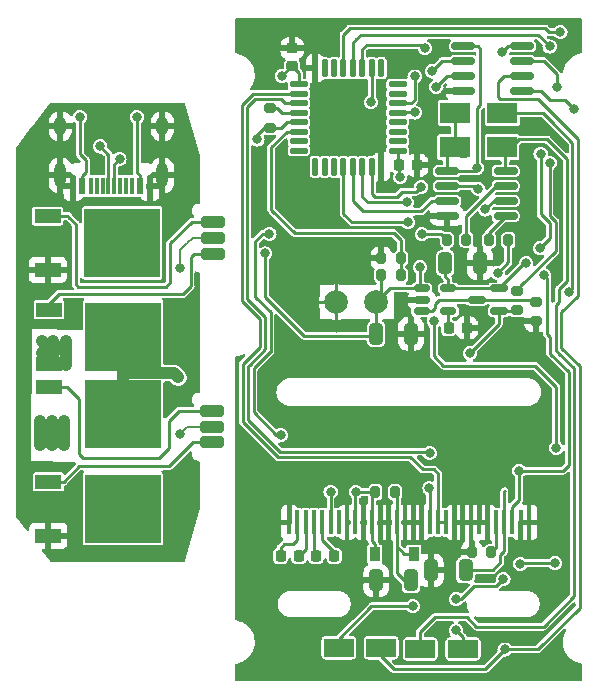
<source format=gtl>
G04 #@! TF.GenerationSoftware,KiCad,Pcbnew,(6.0.0)*
G04 #@! TF.CreationDate,2022-07-15T20:40:48-03:00*
G04 #@! TF.ProjectId,lanterna_bueno,6c616e74-6572-46e6-915f-6275656e6f2e,rev?*
G04 #@! TF.SameCoordinates,Original*
G04 #@! TF.FileFunction,Copper,L1,Top*
G04 #@! TF.FilePolarity,Positive*
%FSLAX46Y46*%
G04 Gerber Fmt 4.6, Leading zero omitted, Abs format (unit mm)*
G04 Created by KiCad (PCBNEW (6.0.0)) date 2022-07-15 20:40:48*
%MOMM*%
%LPD*%
G01*
G04 APERTURE LIST*
G04 Aperture macros list*
%AMRoundRect*
0 Rectangle with rounded corners*
0 $1 Rounding radius*
0 $2 $3 $4 $5 $6 $7 $8 $9 X,Y pos of 4 corners*
0 Add a 4 corners polygon primitive as box body*
4,1,4,$2,$3,$4,$5,$6,$7,$8,$9,$2,$3,0*
0 Add four circle primitives for the rounded corners*
1,1,$1+$1,$2,$3*
1,1,$1+$1,$4,$5*
1,1,$1+$1,$6,$7*
1,1,$1+$1,$8,$9*
0 Add four rect primitives between the rounded corners*
20,1,$1+$1,$2,$3,$4,$5,0*
20,1,$1+$1,$4,$5,$6,$7,0*
20,1,$1+$1,$6,$7,$8,$9,0*
20,1,$1+$1,$8,$9,$2,$3,0*%
G04 Aperture macros list end*
G04 #@! TA.AperFunction,SMDPad,CuDef*
%ADD10RoundRect,0.250000X-1.050000X-0.550000X1.050000X-0.550000X1.050000X0.550000X-1.050000X0.550000X0*%
G04 #@! TD*
G04 #@! TA.AperFunction,SMDPad,CuDef*
%ADD11RoundRect,0.150000X-0.512500X-0.150000X0.512500X-0.150000X0.512500X0.150000X-0.512500X0.150000X0*%
G04 #@! TD*
G04 #@! TA.AperFunction,SMDPad,CuDef*
%ADD12C,2.000000*%
G04 #@! TD*
G04 #@! TA.AperFunction,SMDPad,CuDef*
%ADD13RoundRect,0.250000X-0.325000X-0.650000X0.325000X-0.650000X0.325000X0.650000X-0.325000X0.650000X0*%
G04 #@! TD*
G04 #@! TA.AperFunction,SMDPad,CuDef*
%ADD14RoundRect,0.225000X-0.225000X-0.250000X0.225000X-0.250000X0.225000X0.250000X-0.225000X0.250000X0*%
G04 #@! TD*
G04 #@! TA.AperFunction,SMDPad,CuDef*
%ADD15RoundRect,0.150000X0.587500X0.150000X-0.587500X0.150000X-0.587500X-0.150000X0.587500X-0.150000X0*%
G04 #@! TD*
G04 #@! TA.AperFunction,SMDPad,CuDef*
%ADD16RoundRect,0.250000X0.325000X0.650000X-0.325000X0.650000X-0.325000X-0.650000X0.325000X-0.650000X0*%
G04 #@! TD*
G04 #@! TA.AperFunction,SMDPad,CuDef*
%ADD17R,0.400000X2.000000*%
G04 #@! TD*
G04 #@! TA.AperFunction,SMDPad,CuDef*
%ADD18RoundRect,0.125000X-0.625000X-0.125000X0.625000X-0.125000X0.625000X0.125000X-0.625000X0.125000X0*%
G04 #@! TD*
G04 #@! TA.AperFunction,SMDPad,CuDef*
%ADD19RoundRect,0.125000X-0.125000X-0.625000X0.125000X-0.625000X0.125000X0.625000X-0.125000X0.625000X0*%
G04 #@! TD*
G04 #@! TA.AperFunction,SMDPad,CuDef*
%ADD20R,0.600000X1.450000*%
G04 #@! TD*
G04 #@! TA.AperFunction,SMDPad,CuDef*
%ADD21R,0.300000X1.450000*%
G04 #@! TD*
G04 #@! TA.AperFunction,ComponentPad*
%ADD22O,1.000000X1.600000*%
G04 #@! TD*
G04 #@! TA.AperFunction,ComponentPad*
%ADD23O,1.000000X2.100000*%
G04 #@! TD*
G04 #@! TA.AperFunction,SMDPad,CuDef*
%ADD24RoundRect,0.200000X-0.200000X-0.275000X0.200000X-0.275000X0.200000X0.275000X-0.200000X0.275000X0*%
G04 #@! TD*
G04 #@! TA.AperFunction,SMDPad,CuDef*
%ADD25RoundRect,0.250000X0.750000X-0.250000X0.750000X0.250000X-0.750000X0.250000X-0.750000X-0.250000X0*%
G04 #@! TD*
G04 #@! TA.AperFunction,SMDPad,CuDef*
%ADD26RoundRect,0.200000X0.275000X-0.200000X0.275000X0.200000X-0.275000X0.200000X-0.275000X-0.200000X0*%
G04 #@! TD*
G04 #@! TA.AperFunction,SMDPad,CuDef*
%ADD27RoundRect,0.250000X-0.750000X0.250000X-0.750000X-0.250000X0.750000X-0.250000X0.750000X0.250000X0*%
G04 #@! TD*
G04 #@! TA.AperFunction,SMDPad,CuDef*
%ADD28R,2.200000X1.200000*%
G04 #@! TD*
G04 #@! TA.AperFunction,SMDPad,CuDef*
%ADD29R,6.400000X5.800000*%
G04 #@! TD*
G04 #@! TA.AperFunction,SMDPad,CuDef*
%ADD30RoundRect,0.150000X-0.825000X-0.150000X0.825000X-0.150000X0.825000X0.150000X-0.825000X0.150000X0*%
G04 #@! TD*
G04 #@! TA.AperFunction,SMDPad,CuDef*
%ADD31RoundRect,0.200000X0.200000X0.275000X-0.200000X0.275000X-0.200000X-0.275000X0.200000X-0.275000X0*%
G04 #@! TD*
G04 #@! TA.AperFunction,SMDPad,CuDef*
%ADD32RoundRect,0.225000X0.250000X-0.225000X0.250000X0.225000X-0.250000X0.225000X-0.250000X-0.225000X0*%
G04 #@! TD*
G04 #@! TA.AperFunction,SMDPad,CuDef*
%ADD33R,2.500000X1.800000*%
G04 #@! TD*
G04 #@! TA.AperFunction,SMDPad,CuDef*
%ADD34R,0.900000X1.200000*%
G04 #@! TD*
G04 #@! TA.AperFunction,ViaPad*
%ADD35C,0.800000*%
G04 #@! TD*
G04 #@! TA.AperFunction,Conductor*
%ADD36C,0.250000*%
G04 #@! TD*
G04 #@! TA.AperFunction,Conductor*
%ADD37C,1.000000*%
G04 #@! TD*
G04 #@! TA.AperFunction,Conductor*
%ADD38C,0.200000*%
G04 #@! TD*
G04 #@! TA.AperFunction,Conductor*
%ADD39C,0.500000*%
G04 #@! TD*
G04 APERTURE END LIST*
D10*
X144674000Y-121632800D03*
X148274000Y-121632800D03*
D11*
X151686500Y-91218800D03*
X151686500Y-92168800D03*
X151686500Y-93118800D03*
X153961500Y-93118800D03*
X153961500Y-91218800D03*
D12*
X147845600Y-92372000D03*
X144473600Y-92372000D03*
D13*
X147843800Y-95064400D03*
X150793800Y-95064400D03*
D14*
X153979400Y-94556400D03*
X155529400Y-94556400D03*
D15*
X158231900Y-93118800D03*
X158231900Y-91218800D03*
X156356900Y-92168800D03*
D16*
X150793800Y-115943200D03*
X147843800Y-115943200D03*
D17*
X140481652Y-111022200D03*
X141181652Y-111022200D03*
X141881652Y-111022200D03*
X142581652Y-111022200D03*
X143281652Y-111022200D03*
X143981652Y-111022200D03*
X144681652Y-111022200D03*
X145381652Y-111022200D03*
X146081652Y-111022200D03*
X146781652Y-111022200D03*
X147481652Y-111022200D03*
X148181652Y-111022200D03*
X148881652Y-111022200D03*
X149581652Y-111022200D03*
X150281652Y-111022200D03*
X150981652Y-111022200D03*
X151681652Y-111022200D03*
X152381652Y-111022200D03*
X153081652Y-111022200D03*
X153781652Y-111022200D03*
X154481652Y-111022200D03*
X155181652Y-111022200D03*
X155881652Y-111022200D03*
X156581652Y-111022200D03*
X157281652Y-111022200D03*
X157981652Y-111022200D03*
X158681652Y-111022200D03*
X159381652Y-111022200D03*
X160081652Y-111022200D03*
X160781652Y-111022200D03*
D18*
X141300042Y-73941800D03*
X141300042Y-74741800D03*
X141300042Y-75541800D03*
X141300042Y-76341800D03*
X141300042Y-77141800D03*
X141300042Y-77941800D03*
X141300042Y-78741800D03*
X141300042Y-79541800D03*
D19*
X142675042Y-80916800D03*
X143475042Y-80916800D03*
X144275042Y-80916800D03*
X145075042Y-80916800D03*
X145875042Y-80916800D03*
X146675042Y-80916800D03*
X147475042Y-80916800D03*
X148275042Y-80916800D03*
D18*
X149650042Y-79541800D03*
X149650042Y-78741800D03*
X149650042Y-77941800D03*
X149650042Y-77141800D03*
X149650042Y-76341800D03*
X149650042Y-75541800D03*
X149650042Y-74741800D03*
X149650042Y-73941800D03*
D19*
X148275042Y-72566800D03*
X147475042Y-72566800D03*
X146675042Y-72566800D03*
X145875042Y-72566800D03*
X145075042Y-72566800D03*
X144275042Y-72566800D03*
X143475042Y-72566800D03*
X142675042Y-72566800D03*
D20*
X128679000Y-82567000D03*
X127879000Y-82567000D03*
D21*
X126679000Y-82567000D03*
X125679000Y-82567000D03*
X125179000Y-82567000D03*
X124179000Y-82567000D03*
D20*
X122979000Y-82567000D03*
X122179000Y-82567000D03*
X122179000Y-82567000D03*
X122979000Y-82567000D03*
D21*
X123679000Y-82567000D03*
X124679000Y-82567000D03*
X126179000Y-82567000D03*
X127179000Y-82567000D03*
D20*
X127879000Y-82567000D03*
X128679000Y-82567000D03*
D22*
X121109000Y-77472000D03*
D23*
X129749000Y-81652000D03*
X121109000Y-81652000D03*
D22*
X129749000Y-77472000D03*
D24*
X153827800Y-87088800D03*
X155477800Y-87088800D03*
X148282652Y-88663600D03*
X149932652Y-88663600D03*
D25*
X134006200Y-88258200D03*
X134006200Y-86912000D03*
X134006200Y-85565800D03*
D14*
X149755052Y-80789600D03*
X151305052Y-80789600D03*
D26*
X138854000Y-77601400D03*
X138854000Y-75951400D03*
D27*
X133967400Y-101563800D03*
X133967400Y-102910000D03*
X133967400Y-104256200D03*
D28*
X120134800Y-99565200D03*
D29*
X126434800Y-101845200D03*
D28*
X120134800Y-104125200D03*
D30*
X153854200Y-81272200D03*
X153854200Y-82542200D03*
X153854200Y-83812200D03*
X153854200Y-85082200D03*
X158804200Y-85082200D03*
X158804200Y-83812200D03*
X158804200Y-82542200D03*
X158804200Y-81272200D03*
D31*
X149932652Y-90086000D03*
X148282652Y-90086000D03*
D32*
X140725652Y-72420600D03*
X140725652Y-70870600D03*
D33*
X158481600Y-79265600D03*
X154481600Y-79265600D03*
D31*
X149424652Y-108475600D03*
X147774652Y-108475600D03*
D13*
X153685800Y-89070000D03*
X156635800Y-89070000D03*
D26*
X159732800Y-93044600D03*
X159732800Y-91394600D03*
X161358400Y-94009800D03*
X161358400Y-92359800D03*
D14*
X142744652Y-113860400D03*
X144294652Y-113860400D03*
D33*
X158532400Y-76370000D03*
X154532400Y-76370000D03*
D14*
X139747452Y-113860400D03*
X141297452Y-113860400D03*
D31*
X157603452Y-113555600D03*
X155953452Y-113555600D03*
D34*
X147719600Y-113708000D03*
X151019600Y-113708000D03*
D30*
X155225800Y-70705800D03*
X155225800Y-71975800D03*
X155225800Y-73245800D03*
X155225800Y-74515800D03*
X160175800Y-74515800D03*
X160175800Y-73245800D03*
X160175800Y-71975800D03*
X160175800Y-70705800D03*
D10*
X151582800Y-121734400D03*
X155182800Y-121734400D03*
D16*
X155416600Y-115079600D03*
X152466600Y-115079600D03*
D28*
X120134800Y-93012000D03*
D29*
X126434800Y-95292000D03*
D28*
X120134800Y-97572000D03*
X120033200Y-85087200D03*
D29*
X126333200Y-87367200D03*
D28*
X120033200Y-89647200D03*
X120084000Y-107591600D03*
D29*
X126384000Y-109871600D03*
D28*
X120084000Y-112151600D03*
D31*
X159033800Y-87139600D03*
X157383800Y-87139600D03*
D35*
X138447600Y-88257200D03*
X151554000Y-89425600D03*
X156380000Y-80992800D03*
X158513600Y-71239200D03*
X158532400Y-76370000D03*
X164189900Y-91554901D03*
X150944400Y-118127600D03*
X146118400Y-108424800D03*
X137787200Y-78605200D03*
X159936000Y-106646800D03*
X143984800Y-108424800D03*
X162023099Y-90090299D03*
X139870000Y-73220400D03*
X149877600Y-81805600D03*
X160545600Y-89070000D03*
X151300000Y-87698400D03*
X155973600Y-108374000D03*
X139006400Y-97858400D03*
X152214400Y-87698400D03*
X144696000Y-106900800D03*
X143273600Y-102278000D03*
X147388400Y-87393600D03*
X157142000Y-94251600D03*
X144696000Y-75557200D03*
X157954800Y-95978800D03*
X142460800Y-69664400D03*
X159631200Y-113504800D03*
X152112800Y-102430400D03*
X140784400Y-122293200D03*
X142156000Y-82821600D03*
X143375200Y-69664400D03*
X142359200Y-102278000D03*
X160545600Y-113504800D03*
X157345200Y-96740800D03*
X163238000Y-115943200D03*
X137634800Y-70324800D03*
X151198400Y-102430400D03*
X160545600Y-79824400D03*
X139920800Y-97858400D03*
X158615200Y-123766400D03*
X163238000Y-116857600D03*
X138600000Y-115232000D03*
X150538000Y-72306000D03*
X141698800Y-122293200D03*
X156888000Y-108374000D03*
X155973600Y-93184800D03*
X152519200Y-90238400D03*
X136720400Y-70324800D03*
X163542800Y-110660000D03*
X137685600Y-115232000D03*
X145610400Y-106900800D03*
X161764800Y-95877200D03*
X143070400Y-82821600D03*
X163542800Y-111574400D03*
X153992400Y-113047600D03*
X151503200Y-72306000D03*
X159529600Y-123766400D03*
X143781600Y-75557200D03*
X152357152Y-108120000D03*
X152366800Y-105173600D03*
X155770400Y-96690000D03*
X156481600Y-82770800D03*
X150538000Y-85615600D03*
X152570000Y-72814000D03*
X150436400Y-83939200D03*
X152925600Y-74134800D03*
X151655600Y-82618400D03*
X147388400Y-75455600D03*
X151960400Y-70883600D03*
X161764800Y-79824400D03*
X161714000Y-87800000D03*
X162526800Y-70731200D03*
X162526800Y-80586400D03*
X163441200Y-69512000D03*
X163136400Y-74134800D03*
X164558800Y-76014400D03*
X131192800Y-103572400D03*
X121439200Y-104486800D03*
X120372400Y-103420000D03*
X120372400Y-102404000D03*
X120372400Y-104486800D03*
X121439200Y-103420000D03*
X119356400Y-104486800D03*
X121439200Y-102404000D03*
X119356400Y-102404000D03*
X119356400Y-103420000D03*
X121540800Y-95698400D03*
X120474000Y-97730400D03*
X121540800Y-97730400D03*
X121540800Y-96714400D03*
X131243600Y-89450000D03*
X119508800Y-97730400D03*
X119508800Y-95698400D03*
X119508800Y-96714400D03*
X120474000Y-95698400D03*
X120474000Y-96714400D03*
X125909600Y-111852800D03*
X124842800Y-111852800D03*
X125909600Y-110786000D03*
X125909600Y-109770000D03*
X123877600Y-111852800D03*
X123877600Y-110786000D03*
X123877600Y-109770000D03*
X124842800Y-109770000D03*
X124842800Y-110786000D03*
X125757200Y-85386000D03*
X124792000Y-87418000D03*
X125757200Y-87418000D03*
X126773200Y-85386000D03*
X124792000Y-86402000D03*
X124792000Y-85386000D03*
X126773200Y-86402000D03*
X126773200Y-87418000D03*
X125757200Y-86402000D03*
X154602000Y-117518000D03*
X158615200Y-115841600D03*
X157076300Y-84521498D03*
X154602000Y-120159600D03*
X158716800Y-121785200D03*
X126671600Y-113529200D03*
X130735600Y-94123600D03*
X118848400Y-79544000D03*
X123877600Y-113580000D03*
X131751600Y-96511200D03*
X119204000Y-83100000D03*
X130938800Y-113376800D03*
X117883200Y-105401200D03*
X130532400Y-110735200D03*
X117934000Y-96612800D03*
X118848400Y-80560000D03*
X131700800Y-108195200D03*
X129922800Y-113376800D03*
X130735600Y-96511200D03*
X122861600Y-113580000D03*
X119254800Y-87214800D03*
X117934000Y-95596800D03*
X119305600Y-109719200D03*
X130684800Y-108195200D03*
X131751600Y-94123600D03*
X120270800Y-87214800D03*
X117883200Y-104385200D03*
X118188000Y-83100000D03*
X127687600Y-113529200D03*
X131548400Y-110735200D03*
X120321600Y-109719200D03*
X127586000Y-76699200D03*
X122760000Y-76699200D03*
X126112800Y-80255200D03*
X124487200Y-79188400D03*
X131091200Y-98746400D03*
X151706400Y-86631600D03*
X152722400Y-93997600D03*
X163085600Y-104716400D03*
X162984000Y-114470000D03*
X158158000Y-89882800D03*
X160037600Y-114520800D03*
X151096800Y-76319200D03*
X151096800Y-73271200D03*
X139768400Y-103649600D03*
X138803200Y-86580800D03*
D36*
X159936000Y-78605200D02*
X162323600Y-78605200D01*
X163331920Y-92364320D02*
X163081801Y-92614439D01*
X163081801Y-92614439D02*
X163081801Y-94302400D01*
X163288800Y-79570400D02*
X164000000Y-80281600D01*
X156329200Y-119854800D02*
X155516400Y-119042000D01*
X162018800Y-119854800D02*
X156329200Y-119854800D01*
X163695200Y-90898800D02*
X163331920Y-91262080D01*
X163331920Y-92364320D02*
X163331920Y-92372000D01*
X163288800Y-79570400D02*
X163593600Y-79875200D01*
X159275600Y-79265600D02*
X159682000Y-78859200D01*
X163081801Y-96458319D02*
X163351941Y-96728459D01*
X158786400Y-81254400D02*
X158786400Y-78605200D01*
X151554000Y-120312000D02*
X151554000Y-121705600D01*
X163331920Y-91262080D02*
X163331920Y-92364320D01*
X162323600Y-78605200D02*
X163288800Y-79570400D01*
X164609600Y-117264000D02*
X162018800Y-119854800D01*
X164000000Y-90594000D02*
X163695200Y-90898800D01*
X152824000Y-119042000D02*
X151554000Y-120312000D01*
X163081801Y-94302400D02*
X163081801Y-96458319D01*
X163351941Y-96728459D02*
X164558800Y-97935318D01*
X158804200Y-81272200D02*
X158786400Y-81254400D01*
X158481600Y-79265600D02*
X159275600Y-79265600D01*
X159682000Y-78859200D02*
X159936000Y-78605200D01*
X164558800Y-97935318D02*
X164609600Y-97986118D01*
X164000000Y-80281600D02*
X164000000Y-81145200D01*
X164609600Y-97986118D02*
X164609600Y-117264000D01*
X155516400Y-119042000D02*
X152824000Y-119042000D01*
X164558800Y-97935318D02*
X164558800Y-97960000D01*
X164000000Y-81145200D02*
X164000000Y-90594000D01*
X151554000Y-121705600D02*
X151582800Y-121734400D01*
X151554000Y-91086300D02*
X151686500Y-91218800D01*
X154481600Y-76674800D02*
X154786400Y-76370000D01*
X156659400Y-75596378D02*
X156659400Y-70909000D01*
X141773520Y-95240720D02*
X147667480Y-95240720D01*
X147845600Y-95062600D02*
X147845600Y-92372000D01*
X151554000Y-89425600D02*
X151554000Y-91086300D01*
X154481600Y-79265600D02*
X154481600Y-76674800D01*
X153854200Y-81272200D02*
X156100600Y-81272200D01*
X153854200Y-79893000D02*
X154481600Y-79265600D01*
X156640889Y-75716489D02*
X156640889Y-75614889D01*
X156640889Y-75614889D02*
X156640889Y-75245511D01*
X156659400Y-70909000D02*
X156456200Y-70705800D01*
X156456200Y-70705800D02*
X155225800Y-70705800D01*
X156100600Y-81272200D02*
X156380000Y-80992800D01*
X153854200Y-81272200D02*
X153854200Y-81131000D01*
X156640889Y-75614889D02*
X156659400Y-75596378D01*
X153854200Y-81272200D02*
X153854200Y-79893000D01*
X155414800Y-80027600D02*
X154957600Y-80027600D01*
X147843800Y-95064400D02*
X147845600Y-95062600D01*
X138447600Y-88257200D02*
X138447600Y-91914800D01*
X138447600Y-91914800D02*
X141773520Y-95240720D01*
X148998800Y-91218800D02*
X147845600Y-92372000D01*
X156380000Y-80992800D02*
X156380000Y-75977378D01*
X151686500Y-91218800D02*
X148998800Y-91218800D01*
X156380000Y-80992800D02*
X156507000Y-80865800D01*
X147667480Y-95240720D02*
X147843800Y-95064400D01*
X148239800Y-90086000D02*
X148239800Y-91977800D01*
X156380000Y-75977378D02*
X156640889Y-75716489D01*
X148239800Y-91977800D02*
X147845600Y-92372000D01*
X156507000Y-75850378D02*
X156640889Y-75716489D01*
X161968000Y-76370000D02*
X162628400Y-77030400D01*
X162628400Y-77030400D02*
X164464880Y-78866880D01*
X159047000Y-70705800D02*
X158513600Y-71239200D01*
X164464880Y-78866880D02*
X164464880Y-79976800D01*
X160175800Y-70705800D02*
X159047000Y-70705800D01*
X147439200Y-118127600D02*
X149347600Y-118127600D01*
X164464880Y-91279921D02*
X164189900Y-91554901D01*
X164464880Y-79976800D02*
X164464880Y-91008080D01*
X144674000Y-120892800D02*
X147439200Y-118127600D01*
X164464880Y-91008080D02*
X164464880Y-91279921D01*
X150944400Y-118127600D02*
X149347600Y-118127600D01*
X158532400Y-76370000D02*
X161968000Y-76370000D01*
X144674000Y-121632800D02*
X144674000Y-120892800D01*
X137787200Y-78605200D02*
X137787200Y-78198800D01*
X139870000Y-73220400D02*
X140669800Y-72420600D01*
X162577600Y-95369200D02*
X162577600Y-96740800D01*
X141300042Y-73941800D02*
X141300042Y-72994990D01*
X138384600Y-77601400D02*
X138854000Y-77601400D01*
X149650042Y-80684590D02*
X149755052Y-80789600D01*
X147481652Y-112582052D02*
X147719600Y-112820000D01*
X147481652Y-111022200D02*
X147481652Y-112464800D01*
X141300042Y-77141800D02*
X140266600Y-77141800D01*
X162577600Y-96740800D02*
X164152400Y-98315600D01*
X146081652Y-108715548D02*
X146372400Y-108424800D01*
X158231900Y-91218800D02*
X153961500Y-91218800D01*
X147481652Y-111022200D02*
X147481652Y-108768600D01*
X162323600Y-95115200D02*
X162577600Y-95369200D01*
X164152400Y-106189600D02*
X163695200Y-106646800D01*
X163695200Y-106646800D02*
X159936000Y-106646800D01*
X159936000Y-109136000D02*
X159936000Y-106646800D01*
X160393200Y-89070000D02*
X160545600Y-89070000D01*
X159381652Y-109690348D02*
X159783600Y-109288400D01*
X149650042Y-79541800D02*
X149650042Y-80684590D01*
X153961500Y-91218800D02*
X153961500Y-90461500D01*
X162323600Y-90390800D02*
X162323600Y-95115200D01*
X140266600Y-77141800D02*
X139807000Y-77601400D01*
X143981652Y-111022200D02*
X143981652Y-108427948D01*
X146372400Y-108424800D02*
X147723852Y-108424800D01*
X146081652Y-111022200D02*
X146081652Y-108715548D01*
X139807000Y-77601400D02*
X138854000Y-77601400D01*
X153685800Y-90185800D02*
X153685800Y-89070000D01*
X159783600Y-109288400D02*
X159936000Y-109136000D01*
X147719600Y-112820000D02*
X147719600Y-113708000D01*
X162023099Y-90090299D02*
X162323600Y-90390800D01*
X158244400Y-91218800D02*
X160393200Y-89070000D01*
X149755052Y-81683052D02*
X149877600Y-81805600D01*
X164152400Y-98315600D02*
X164152400Y-106189600D01*
X153961500Y-90461500D02*
X153685800Y-90185800D01*
X147481652Y-111022200D02*
X147481652Y-112582052D01*
X147481652Y-108768600D02*
X147774652Y-108475600D01*
X140669800Y-72420600D02*
X140725652Y-72420600D01*
X158231900Y-91218800D02*
X158244400Y-91218800D01*
X141300042Y-72994990D02*
X140725652Y-72420600D01*
X149755052Y-80789600D02*
X149755052Y-81683052D01*
X159381652Y-111022200D02*
X159381652Y-109690348D01*
X137787200Y-78198800D02*
X138384600Y-77601400D01*
X143981652Y-108427948D02*
X143984800Y-108424800D01*
X149581652Y-113056452D02*
X149581652Y-115291652D01*
X149581652Y-113056452D02*
X150233200Y-113708000D01*
X149581652Y-111022200D02*
X149581652Y-108632600D01*
X149581652Y-108632600D02*
X149424652Y-108475600D01*
X149581652Y-115291652D02*
X150233200Y-115943200D01*
X149581652Y-111022200D02*
X149581652Y-112430400D01*
X150233200Y-113708000D02*
X151019600Y-113708000D01*
X150233200Y-115943200D02*
X150793800Y-115943200D01*
X149581652Y-112430400D02*
X149581652Y-113056452D01*
X144473600Y-90219200D02*
X144442000Y-90187600D01*
X144473600Y-92372000D02*
X144473600Y-94791200D01*
X144473600Y-92372000D02*
X144473600Y-90219200D01*
X144473600Y-92372000D02*
X142613200Y-92372000D01*
X137610118Y-75201600D02*
X137266859Y-75544859D01*
X137266859Y-75544859D02*
X136923600Y-75888118D01*
X137017520Y-97790598D02*
X137017520Y-98417200D01*
X139700598Y-105028880D02*
X141292400Y-105028880D01*
X138439920Y-93659002D02*
X138439920Y-94031398D01*
X138439920Y-96368198D02*
X137139859Y-97668259D01*
X150545680Y-105028880D02*
X150927398Y-105028880D01*
X136923600Y-92142682D02*
X138439920Y-93659002D01*
X137139859Y-97668259D02*
X137017520Y-97790598D01*
X150545680Y-105028880D02*
X152222080Y-105028880D01*
X152357152Y-108120000D02*
X152381652Y-108144500D01*
X137017520Y-98417200D02*
X137017520Y-102345802D01*
X140108600Y-75541800D02*
X139768400Y-75201600D01*
X137017520Y-102345802D02*
X139476659Y-104804941D01*
X141292400Y-105028880D02*
X150545680Y-105028880D01*
X152381652Y-108144500D02*
X152381652Y-111022200D01*
X136923600Y-75888118D02*
X136923600Y-77081200D01*
X136923600Y-77081200D02*
X136923600Y-92142682D01*
X152222080Y-105028880D02*
X152366800Y-105173600D01*
X138439920Y-94031398D02*
X138439920Y-96368198D01*
X141300042Y-75541800D02*
X140108600Y-75541800D01*
X139768400Y-75201600D02*
X137610118Y-75201600D01*
X139476659Y-104804941D02*
X139700598Y-105028880D01*
X152722400Y-106545200D02*
X153081652Y-106904452D01*
X136466400Y-92321200D02*
X137990400Y-93845200D01*
X136568000Y-102532000D02*
X139514400Y-105478400D01*
X137990400Y-96182000D02*
X136568000Y-97604400D01*
X141300042Y-74741800D02*
X137434200Y-74741800D01*
X136568000Y-97604400D02*
X136568000Y-102532000D01*
X150741200Y-105478400D02*
X151808000Y-106545200D01*
X153081652Y-106904452D02*
X153081652Y-111022200D01*
X139514400Y-105478400D02*
X150741200Y-105478400D01*
X137990400Y-93845200D02*
X137990400Y-96182000D01*
X151808000Y-106545200D02*
X152722400Y-106545200D01*
X136466400Y-75709600D02*
X136466400Y-92321200D01*
X153781652Y-111022200D02*
X153081652Y-111022200D01*
X137434200Y-74741800D02*
X136466400Y-75709600D01*
X157981652Y-111022200D02*
X157981652Y-113177400D01*
X157981652Y-113177400D02*
X157603452Y-113555600D01*
X158361200Y-113750186D02*
X158681652Y-113429734D01*
X158681652Y-113429734D02*
X158681652Y-111022200D01*
X155416600Y-115079600D02*
X157700800Y-115079600D01*
X157700800Y-115079600D02*
X158361200Y-114419200D01*
X158681652Y-108403000D02*
X158710652Y-108374000D01*
X158681652Y-111022200D02*
X158681652Y-108403000D01*
X158361200Y-114419200D02*
X158361200Y-113750186D01*
X158231900Y-93118800D02*
X158231900Y-94228500D01*
X158231900Y-93118800D02*
X159963400Y-93118800D01*
X159963400Y-93118800D02*
X160037600Y-93044600D01*
X158231900Y-94228500D02*
X155770400Y-96690000D01*
X153179600Y-92168800D02*
X156356900Y-92168800D01*
X152585200Y-93118800D02*
X152824000Y-92880000D01*
X152824000Y-92880000D02*
X152824000Y-92524400D01*
X156356900Y-92168800D02*
X161167400Y-92168800D01*
X161167400Y-92168800D02*
X161358400Y-92359800D01*
X151686500Y-93118800D02*
X152585200Y-93118800D01*
X152824000Y-92524400D02*
X153179600Y-92168800D01*
X153961500Y-93118800D02*
X153961500Y-94538500D01*
X153961500Y-94538500D02*
X153979400Y-94556400D01*
X141300042Y-76341800D02*
X139841800Y-76341800D01*
X139451400Y-75951400D02*
X138854000Y-75951400D01*
X139841800Y-76341800D02*
X139451400Y-75951400D01*
X149932652Y-90086000D02*
X149932652Y-88663600D01*
X140279400Y-77941800D02*
X138955600Y-79265600D01*
X149932652Y-87143852D02*
X149932652Y-88663600D01*
X138955600Y-79265600D02*
X138955600Y-84548800D01*
X138955600Y-84548800D02*
X140936800Y-86530000D01*
X140936800Y-86530000D02*
X149318800Y-86530000D01*
X149318800Y-86530000D02*
X149932652Y-87143852D01*
X141300042Y-77941800D02*
X140279400Y-77941800D01*
X145813600Y-85615600D02*
X145075042Y-84877042D01*
X150538000Y-85615600D02*
X145813600Y-85615600D01*
X156481600Y-82770800D02*
X156253000Y-82542200D01*
X145075042Y-84877042D02*
X145075042Y-80916800D01*
X156253000Y-82542200D02*
X153854200Y-82542200D01*
X151655600Y-84701200D02*
X146753400Y-84701200D01*
X153854200Y-83812200D02*
X152544600Y-83812200D01*
X145864400Y-83812200D02*
X145864400Y-80927442D01*
X145864400Y-80927442D02*
X145875042Y-80916800D01*
X146753400Y-84701200D02*
X145864400Y-83812200D01*
X152544600Y-83812200D02*
X151655600Y-84701200D01*
X146675042Y-83479842D02*
X146675042Y-80916800D01*
X150436400Y-83939200D02*
X147134400Y-83939200D01*
X153408200Y-71975800D02*
X152570000Y-72814000D01*
X155225800Y-71975800D02*
X153408200Y-71975800D01*
X147134400Y-83939200D02*
X146675042Y-83479842D01*
X155225800Y-73245800D02*
X153814600Y-73245800D01*
X147475042Y-83213042D02*
X147751680Y-83489680D01*
X149565120Y-83489680D02*
X150030000Y-83024800D01*
X151249200Y-83024800D02*
X151655600Y-82618400D01*
X147475042Y-80916800D02*
X147475042Y-83213042D01*
X147751680Y-83489680D02*
X149565120Y-83489680D01*
X150030000Y-83024800D02*
X151249200Y-83024800D01*
X152925600Y-74134800D02*
X153052600Y-74007800D01*
X153814600Y-73245800D02*
X152925600Y-74134800D01*
X147388400Y-75455600D02*
X147475042Y-75368958D01*
X147475042Y-75368958D02*
X147475042Y-72566800D01*
X147032800Y-70578800D02*
X146675042Y-70936558D01*
X151960400Y-70883600D02*
X151655600Y-70578800D01*
X151655600Y-70578800D02*
X147032800Y-70578800D01*
X146675042Y-70936558D02*
X146675042Y-72566800D01*
X162526800Y-85717200D02*
X162526800Y-86987200D01*
X162526800Y-86987200D02*
X161714000Y-87800000D01*
X159529600Y-69766000D02*
X161561600Y-69766000D01*
X145875042Y-70415758D02*
X146169200Y-70121600D01*
X161764800Y-84955200D02*
X162526800Y-85717200D01*
X161561600Y-69766000D02*
X162526800Y-70731200D01*
X146524800Y-69766000D02*
X159529600Y-69766000D01*
X146169200Y-70121600D02*
X146524800Y-69766000D01*
X161764800Y-79824400D02*
X161764800Y-84955200D01*
X145875042Y-72566800D02*
X145875042Y-70415758D01*
X162272800Y-69308800D02*
X162171200Y-69207200D01*
X163034800Y-88054000D02*
X160037600Y-91051200D01*
X162272800Y-69308800D02*
X162476000Y-69512000D01*
X162526800Y-80586400D02*
X162526800Y-85056800D01*
X160037600Y-91051200D02*
X160037600Y-91394600D01*
X162171200Y-69207200D02*
X145610400Y-69207200D01*
X145075042Y-69742558D02*
X145075042Y-72566800D01*
X163034800Y-85564800D02*
X163034800Y-88054000D01*
X145610400Y-69207200D02*
X145075042Y-69742558D01*
X162526800Y-85056800D02*
X163034800Y-85564800D01*
X162476000Y-69512000D02*
X163441200Y-69512000D01*
X155477800Y-85095400D02*
X155477800Y-87088800D01*
X158804200Y-82542200D02*
X158031000Y-82542200D01*
X158031000Y-82542200D02*
X155477800Y-85095400D01*
X157383800Y-86502600D02*
X158804200Y-85082200D01*
X158804200Y-85082200D02*
X159097800Y-85082200D01*
X157383800Y-87139600D02*
X157383800Y-86502600D01*
X160175800Y-71975800D02*
X162044200Y-71975800D01*
X163136400Y-73068000D02*
X163136400Y-74134800D01*
X162044200Y-71975800D02*
X163136400Y-73068000D01*
X161841000Y-74515800D02*
X162603000Y-75277800D01*
X163822200Y-75277800D02*
X164558800Y-76014400D01*
X162603000Y-75277800D02*
X163822200Y-75277800D01*
X160175800Y-74515800D02*
X161841000Y-74515800D01*
X140835200Y-112844400D02*
X140073200Y-112844400D01*
X141181652Y-111022200D02*
X141181652Y-112497948D01*
X139747452Y-113170148D02*
X139747452Y-113860400D01*
X140073200Y-112844400D02*
X139747452Y-113170148D01*
X141181652Y-112497948D02*
X140835200Y-112844400D01*
X141881652Y-111022200D02*
X141881652Y-113276200D01*
X141881652Y-113276200D02*
X141297452Y-113860400D01*
X142581652Y-113697400D02*
X142744652Y-113860400D01*
X142581652Y-111022200D02*
X142581652Y-113697400D01*
X144294652Y-113509852D02*
X144294652Y-113860400D01*
X143281652Y-111022200D02*
X143281652Y-112496852D01*
X143281652Y-112496852D02*
X144294652Y-113509852D01*
D37*
X119356400Y-104486800D02*
X119356400Y-102404000D01*
D38*
X131855200Y-102910000D02*
X133967400Y-102910000D01*
D37*
X121439200Y-102404000D02*
X121439200Y-104486800D01*
X120372400Y-102404000D02*
X120372400Y-104486800D01*
X119356400Y-103420000D02*
X121439200Y-103420000D01*
D38*
X131192800Y-103572400D02*
X131855200Y-102910000D01*
D37*
X120016800Y-96206400D02*
X120016800Y-96155600D01*
D38*
X131243600Y-87976800D02*
X131243600Y-89450000D01*
D37*
X120016800Y-96155600D02*
X120474000Y-95698400D01*
X119508800Y-97730400D02*
X120524800Y-96714400D01*
D38*
X131827800Y-87392600D02*
X131243600Y-87976800D01*
D37*
X121286800Y-96206400D02*
X121540800Y-95952400D01*
X120016800Y-96206400D02*
X119508800Y-96714400D01*
X121540800Y-95952400D02*
X121540800Y-97730400D01*
D38*
X132308400Y-86912000D02*
X131827800Y-87392600D01*
X134006200Y-86912000D02*
X132308400Y-86912000D01*
D37*
X121540800Y-95952400D02*
X121540800Y-95698400D01*
X120016800Y-96206400D02*
X119508800Y-95698400D01*
X120016800Y-96206400D02*
X121286800Y-96206400D01*
X120524800Y-96714400D02*
X120016800Y-96206400D01*
D39*
X120474000Y-95698400D02*
X120474000Y-97730400D01*
D36*
X158005600Y-116451200D02*
X158615200Y-115841600D01*
X155059200Y-117518000D02*
X156126000Y-116451200D01*
X157076300Y-84521498D02*
X157785598Y-83812200D01*
X155182800Y-120740400D02*
X154602000Y-120159600D01*
X155182800Y-121734400D02*
X155182800Y-120740400D01*
X157785598Y-83812200D02*
X158804200Y-83812200D01*
X154602000Y-117518000D02*
X155059200Y-117518000D01*
X156126000Y-116451200D02*
X158005600Y-116451200D01*
X164914400Y-91864000D02*
X163531321Y-93247079D01*
X165059120Y-97799920D02*
X165059120Y-118236880D01*
X163531321Y-93247079D02*
X163531321Y-96272121D01*
X161505489Y-75145489D02*
X164914400Y-78554400D01*
X158691400Y-73245800D02*
X158183400Y-73753800D01*
X158183400Y-73753800D02*
X158183400Y-74973000D01*
X149369600Y-123461600D02*
X157040400Y-123461600D01*
X164914400Y-78554400D02*
X164914400Y-91864000D01*
X148274000Y-121632800D02*
X148274000Y-122366000D01*
X158355889Y-75145489D02*
X161505489Y-75145489D01*
X165059120Y-118236880D02*
X161510800Y-121785200D01*
X148274000Y-122366000D02*
X149369600Y-123461600D01*
X158183400Y-74973000D02*
X158355889Y-75145489D01*
X161510800Y-121785200D02*
X158716800Y-121785200D01*
X157040400Y-123461600D02*
X158716800Y-121785200D01*
X160175800Y-73245800D02*
X158691400Y-73245800D01*
X163531321Y-96272121D02*
X165059120Y-97799920D01*
X123268000Y-81382273D02*
X123268000Y-80356800D01*
X127879000Y-82567000D02*
X127879000Y-81671273D01*
X122979000Y-81671273D02*
X123268000Y-81382273D01*
X122760000Y-79848800D02*
X122760000Y-76699200D01*
X122979000Y-82567000D02*
X122979000Y-81671273D01*
X127879000Y-81671273D02*
X127586000Y-81378273D01*
X123268000Y-80356800D02*
X122760000Y-79848800D01*
X127586000Y-81378273D02*
X127586000Y-76699200D01*
X125679000Y-80689000D02*
X126112800Y-80255200D01*
X125679000Y-82567000D02*
X125679000Y-80689000D01*
X125179000Y-82567000D02*
X125179000Y-79880200D01*
X125179000Y-79880200D02*
X124487200Y-79188400D01*
X121648400Y-99565200D02*
X120134800Y-99565200D01*
X122658400Y-100575200D02*
X121648400Y-99565200D01*
X122658400Y-105248800D02*
X122658400Y-100575200D01*
X131118600Y-101563800D02*
X130278400Y-102404000D01*
X130278400Y-104750622D02*
X129424622Y-105604400D01*
X133967400Y-101563800D02*
X131118600Y-101563800D01*
X129424622Y-105604400D02*
X123014000Y-105604400D01*
X130278400Y-102404000D02*
X130278400Y-104750622D01*
X123014000Y-105604400D02*
X122658400Y-105248800D01*
D37*
X126384000Y-98103200D02*
X126384000Y-94885600D01*
X126671600Y-98390800D02*
X126384000Y-98103200D01*
X126384000Y-102353200D02*
X126384000Y-98103200D01*
X131091200Y-98746400D02*
X130735600Y-98390800D01*
X130735600Y-98390800D02*
X126671600Y-98390800D01*
D36*
X121382400Y-107591600D02*
X122709200Y-106264800D01*
X120084000Y-107591600D02*
X121382400Y-107591600D01*
X130329200Y-106264800D02*
X132337800Y-104256200D01*
X132337800Y-104256200D02*
X133967400Y-104256200D01*
X122709200Y-106264800D02*
X130329200Y-106264800D01*
X132132600Y-90999400D02*
X132132600Y-88561000D01*
X131446800Y-91685200D02*
X132132600Y-90999400D01*
X120134800Y-92532400D02*
X120982000Y-91685200D01*
X120134800Y-93012000D02*
X120134800Y-92532400D01*
X132132600Y-88561000D02*
X132435400Y-88258200D01*
X120982000Y-91685200D02*
X131446800Y-91685200D01*
X132435400Y-88258200D02*
X134006200Y-88258200D01*
X130024400Y-91075600D02*
X122607600Y-91075600D01*
X132232200Y-85565800D02*
X130405400Y-87392600D01*
X130405400Y-90694600D02*
X130024400Y-91075600D01*
X122404400Y-85741600D02*
X121788800Y-85126000D01*
X130405400Y-87392600D02*
X130405400Y-90694600D01*
X121788800Y-85126000D02*
X121788800Y-85087200D01*
X122607600Y-91075600D02*
X122404400Y-90872400D01*
X122404400Y-90872400D02*
X122404400Y-85741600D01*
X121788800Y-85087200D02*
X120033200Y-85087200D01*
X134006200Y-85565800D02*
X132232200Y-85565800D01*
X153827800Y-87088800D02*
X153370600Y-86631600D01*
X153370600Y-86631600D02*
X151706400Y-86631600D01*
X153535200Y-97756800D02*
X161307600Y-97756800D01*
X152722400Y-93997600D02*
X152722400Y-96944000D01*
X162984000Y-114470000D02*
X160088400Y-114470000D01*
X152722400Y-96944000D02*
X153535200Y-97756800D01*
X159033800Y-87139600D02*
X159033800Y-89007000D01*
X160088400Y-114470000D02*
X160037600Y-114520800D01*
X159033800Y-89007000D02*
X158158000Y-89882800D01*
X161307600Y-97756800D02*
X163085600Y-99534800D01*
X163085600Y-99534800D02*
X163085600Y-104716400D01*
X149672642Y-76319200D02*
X149650042Y-76341800D01*
X151096800Y-76319200D02*
X149672642Y-76319200D01*
X150807400Y-75541800D02*
X151096800Y-75252400D01*
X149650042Y-75541800D02*
X150807400Y-75541800D01*
X151096800Y-75252400D02*
X151096800Y-73271200D01*
X137584000Y-91914800D02*
X138904800Y-93235600D01*
X138904800Y-93235600D02*
X138904800Y-96588400D01*
X137584000Y-87241200D02*
X137584000Y-91914800D01*
X137467040Y-98518800D02*
X137467040Y-101703840D01*
X138803200Y-86580800D02*
X138244400Y-86580800D01*
X139362000Y-103598800D02*
X139412800Y-103649600D01*
X139412800Y-103649600D02*
X139768400Y-103649600D01*
X138855436Y-96588400D02*
X138016518Y-97427318D01*
X138016518Y-97427318D02*
X137467040Y-97976796D01*
X138904800Y-96588400D02*
X138855436Y-96588400D01*
X137467040Y-101703840D02*
X139362000Y-103598800D01*
X138244400Y-86580800D02*
X137584000Y-87241200D01*
X137467040Y-97976796D02*
X137467040Y-98518800D01*
G04 #@! TA.AperFunction,Conductor*
G36*
X150537381Y-91564302D02*
G01*
X150583874Y-91617958D01*
X150593978Y-91688232D01*
X150577714Y-91734438D01*
X150569354Y-91748575D01*
X150563107Y-91763010D01*
X150524061Y-91897405D01*
X150524101Y-91911506D01*
X150531370Y-91914800D01*
X151814500Y-91914800D01*
X151882621Y-91934802D01*
X151929114Y-91988458D01*
X151940500Y-92040800D01*
X151940500Y-92296800D01*
X151920498Y-92364921D01*
X151866842Y-92411414D01*
X151814500Y-92422800D01*
X150537122Y-92422800D01*
X150523591Y-92426773D01*
X150522456Y-92434671D01*
X150563107Y-92574590D01*
X150569352Y-92589021D01*
X150645911Y-92718478D01*
X150655551Y-92730904D01*
X150761892Y-92837245D01*
X150774726Y-92847200D01*
X150816293Y-92904757D01*
X150823500Y-92946760D01*
X150823500Y-93302018D01*
X150824170Y-93306568D01*
X150824170Y-93306571D01*
X150832216Y-93361226D01*
X150833642Y-93370912D01*
X150844775Y-93393587D01*
X150878090Y-93461442D01*
X150885068Y-93475655D01*
X150967650Y-93558093D01*
X150977132Y-93562728D01*
X150977272Y-93562856D01*
X150985485Y-93568714D01*
X150984775Y-93569710D01*
X151029548Y-93610610D01*
X151047800Y-93675928D01*
X151047800Y-94792285D01*
X151052275Y-94807524D01*
X151053665Y-94808729D01*
X151061348Y-94810400D01*
X151858684Y-94810400D01*
X151873923Y-94805925D01*
X151875128Y-94804535D01*
X151876799Y-94796852D01*
X151876799Y-94367305D01*
X151876462Y-94360786D01*
X151866543Y-94265194D01*
X151863651Y-94251800D01*
X151812212Y-94097616D01*
X151806039Y-94084438D01*
X151720737Y-93946593D01*
X151711701Y-93935192D01*
X151610807Y-93834473D01*
X151576728Y-93772190D01*
X151581731Y-93701370D01*
X151624228Y-93644497D01*
X151690727Y-93619629D01*
X151699825Y-93619300D01*
X152040548Y-93619300D01*
X152108669Y-93639302D01*
X152155162Y-93692958D01*
X152165266Y-93763232D01*
X152156956Y-93793519D01*
X152140517Y-93833205D01*
X152140516Y-93833208D01*
X152137356Y-93840838D01*
X152116718Y-93997600D01*
X152137356Y-94154362D01*
X152197864Y-94300441D01*
X152294118Y-94425882D01*
X152300664Y-94430905D01*
X152347604Y-94466923D01*
X152389471Y-94524261D01*
X152396900Y-94566886D01*
X152396900Y-96924290D01*
X152396420Y-96935272D01*
X152394227Y-96960341D01*
X152393136Y-96972807D01*
X152400148Y-96998973D01*
X152402891Y-97009210D01*
X152405270Y-97019942D01*
X152411812Y-97057045D01*
X152417323Y-97066590D01*
X152418515Y-97069866D01*
X152419992Y-97073034D01*
X152422846Y-97083684D01*
X152442489Y-97111736D01*
X152444455Y-97114544D01*
X152450361Y-97123815D01*
X152463693Y-97146906D01*
X152469206Y-97156455D01*
X152477651Y-97163541D01*
X152498082Y-97180685D01*
X152506185Y-97188111D01*
X153291089Y-97973015D01*
X153298516Y-97981119D01*
X153322745Y-98009994D01*
X153332294Y-98015507D01*
X153355385Y-98028839D01*
X153364656Y-98034745D01*
X153395516Y-98056354D01*
X153406166Y-98059208D01*
X153409334Y-98060685D01*
X153412610Y-98061877D01*
X153422155Y-98067388D01*
X153455899Y-98073338D01*
X153459258Y-98073930D01*
X153469985Y-98076308D01*
X153506393Y-98086064D01*
X153517369Y-98085104D01*
X153517372Y-98085104D01*
X153543943Y-98082779D01*
X153554924Y-98082300D01*
X161120584Y-98082300D01*
X161188705Y-98102302D01*
X161209679Y-98119205D01*
X162723195Y-99632721D01*
X162757221Y-99695033D01*
X162760100Y-99721816D01*
X162760100Y-104147114D01*
X162740098Y-104215235D01*
X162710804Y-104247077D01*
X162657318Y-104288118D01*
X162561064Y-104413559D01*
X162500556Y-104559638D01*
X162479918Y-104716400D01*
X162500556Y-104873162D01*
X162561064Y-105019241D01*
X162657318Y-105144682D01*
X162782759Y-105240936D01*
X162928838Y-105301444D01*
X163085600Y-105322082D01*
X163093788Y-105321004D01*
X163234174Y-105302522D01*
X163242362Y-105301444D01*
X163388441Y-105240936D01*
X163513882Y-105144682D01*
X163600938Y-105031228D01*
X163658275Y-104989362D01*
X163729146Y-104985140D01*
X163791049Y-105019904D01*
X163824330Y-105082616D01*
X163826900Y-105107933D01*
X163826900Y-106002582D01*
X163806898Y-106070703D01*
X163789996Y-106091677D01*
X163597279Y-106284395D01*
X163534967Y-106318420D01*
X163508183Y-106321300D01*
X160505286Y-106321300D01*
X160437165Y-106301298D01*
X160405323Y-106272004D01*
X160369305Y-106225064D01*
X160364282Y-106218518D01*
X160238841Y-106122264D01*
X160092762Y-106061756D01*
X159936000Y-106041118D01*
X159779238Y-106061756D01*
X159633159Y-106122264D01*
X159507718Y-106218518D01*
X159502695Y-106225064D01*
X159495369Y-106234612D01*
X159411464Y-106343959D01*
X159350956Y-106490038D01*
X159330318Y-106646800D01*
X159350956Y-106803562D01*
X159411464Y-106949641D01*
X159507718Y-107075082D01*
X159514264Y-107080105D01*
X159561204Y-107116123D01*
X159603071Y-107173461D01*
X159610500Y-107216086D01*
X159610500Y-108948984D01*
X159590498Y-109017105D01*
X159573595Y-109038079D01*
X159573581Y-109038093D01*
X159573571Y-109038102D01*
X159373480Y-109238194D01*
X159222248Y-109389426D01*
X159159935Y-109423451D01*
X159089120Y-109418387D01*
X159032284Y-109375840D01*
X159007473Y-109309320D01*
X159007152Y-109300331D01*
X159007152Y-108541671D01*
X159011445Y-108509060D01*
X159031828Y-108432988D01*
X159039915Y-108402807D01*
X159029911Y-108288455D01*
X158999475Y-108223185D01*
X158986059Y-108194414D01*
X158986058Y-108194413D01*
X158981399Y-108184421D01*
X158900231Y-108103253D01*
X158861290Y-108085094D01*
X158806189Y-108059400D01*
X158796198Y-108054741D01*
X158785219Y-108053781D01*
X158785217Y-108053780D01*
X158692821Y-108045697D01*
X158692820Y-108045697D01*
X158681845Y-108044737D01*
X158570968Y-108074446D01*
X158561939Y-108080768D01*
X158561937Y-108080769D01*
X158517604Y-108111812D01*
X158500623Y-108123702D01*
X158496733Y-108127592D01*
X158465424Y-108158902D01*
X158457331Y-108166318D01*
X158428458Y-108190545D01*
X158422945Y-108200094D01*
X158409613Y-108223185D01*
X158403707Y-108232456D01*
X158382098Y-108263316D01*
X158379244Y-108273966D01*
X158377767Y-108277134D01*
X158376575Y-108280410D01*
X158371064Y-108289955D01*
X158365114Y-108323699D01*
X158364522Y-108327058D01*
X158362144Y-108337785D01*
X158352388Y-108374193D01*
X158353349Y-108385178D01*
X158353349Y-108385180D01*
X158355672Y-108411728D01*
X158356152Y-108422710D01*
X158356152Y-109698951D01*
X158336150Y-109767072D01*
X158282494Y-109813565D01*
X158213823Y-109821565D01*
X158213631Y-109823514D01*
X158207468Y-109822907D01*
X158201400Y-109821700D01*
X158029298Y-109821700D01*
X157961177Y-109801698D01*
X157928472Y-109771265D01*
X157849937Y-109666476D01*
X157837376Y-109653915D01*
X157735301Y-109577414D01*
X157719706Y-109568876D01*
X157599258Y-109523722D01*
X157584003Y-109520095D01*
X157533138Y-109514569D01*
X157526324Y-109514200D01*
X157499767Y-109514200D01*
X157484528Y-109518675D01*
X157483323Y-109520065D01*
X157481652Y-109527748D01*
X157481652Y-112512084D01*
X157486127Y-112527323D01*
X157487517Y-112528528D01*
X157495200Y-112530199D01*
X157529740Y-112530199D01*
X157529740Y-112531848D01*
X157592524Y-112546698D01*
X157641812Y-112597798D01*
X157656152Y-112656177D01*
X157656152Y-112754100D01*
X157636150Y-112822221D01*
X157582494Y-112868714D01*
X157530153Y-112880100D01*
X157382688Y-112880101D01*
X157371934Y-112880101D01*
X157367041Y-112880876D01*
X157367040Y-112880876D01*
X157287946Y-112893402D01*
X157287944Y-112893403D01*
X157278148Y-112894954D01*
X157269311Y-112899457D01*
X157269310Y-112899457D01*
X157253525Y-112907500D01*
X157165110Y-112952550D01*
X157075402Y-113042258D01*
X157070903Y-113051088D01*
X157070900Y-113051092D01*
X157057897Y-113076613D01*
X157009149Y-113128229D01*
X156940235Y-113145295D01*
X156873033Y-113122395D01*
X156828880Y-113066797D01*
X156825396Y-113057090D01*
X156805737Y-112994357D01*
X156799531Y-112980612D01*
X156718628Y-112847026D01*
X156709321Y-112835157D01*
X156619458Y-112745294D01*
X156585432Y-112682982D01*
X156590497Y-112612167D01*
X156633044Y-112555331D01*
X156699564Y-112530520D01*
X156708553Y-112530199D01*
X156826321Y-112530199D01*
X156833142Y-112529829D01*
X156884006Y-112524305D01*
X156902509Y-112519906D01*
X156960798Y-112519906D01*
X156979301Y-112524305D01*
X157030166Y-112529831D01*
X157036980Y-112530200D01*
X157063537Y-112530200D01*
X157078776Y-112525725D01*
X157079981Y-112524335D01*
X157081652Y-112516652D01*
X157081652Y-111240315D01*
X157077177Y-111225076D01*
X157075787Y-111223871D01*
X157068104Y-111222200D01*
X156099767Y-111222200D01*
X156084528Y-111226675D01*
X156083323Y-111228065D01*
X156081652Y-111235748D01*
X156081652Y-112512084D01*
X156086127Y-112527323D01*
X156087517Y-112528528D01*
X156108233Y-112533034D01*
X156170546Y-112567058D01*
X156204572Y-112629370D01*
X156207452Y-112656155D01*
X156207452Y-113683600D01*
X156187450Y-113751721D01*
X156133794Y-113798214D01*
X156081452Y-113809600D01*
X155063568Y-113809600D01*
X155048329Y-113814075D01*
X155047124Y-113815465D01*
X155045453Y-113823148D01*
X155045453Y-113879011D01*
X155025451Y-113947132D01*
X154971795Y-113993625D01*
X154961204Y-113997893D01*
X154878416Y-114026966D01*
X154870846Y-114032558D01*
X154870843Y-114032559D01*
X154812093Y-114075953D01*
X154769450Y-114107450D01*
X154763858Y-114115021D01*
X154694559Y-114208843D01*
X154694558Y-114208846D01*
X154688966Y-114216416D01*
X154644081Y-114344231D01*
X154641100Y-114375766D01*
X154641100Y-115783434D01*
X154644081Y-115814969D01*
X154688966Y-115942784D01*
X154694558Y-115950354D01*
X154694559Y-115950357D01*
X154709102Y-115970046D01*
X154769450Y-116051750D01*
X154777021Y-116057342D01*
X154870843Y-116126641D01*
X154870846Y-116126642D01*
X154878416Y-116132234D01*
X155006231Y-116177119D01*
X155013877Y-116177842D01*
X155013878Y-116177842D01*
X155019848Y-116178406D01*
X155037766Y-116180100D01*
X155632584Y-116180100D01*
X155700705Y-116200102D01*
X155747198Y-116253758D01*
X155757302Y-116324032D01*
X155727808Y-116388612D01*
X155721679Y-116395195D01*
X155106647Y-117010227D01*
X155044335Y-117044253D01*
X154973520Y-117039188D01*
X154940850Y-117021095D01*
X154904841Y-116993464D01*
X154758762Y-116932956D01*
X154602000Y-116912318D01*
X154445238Y-116932956D01*
X154299159Y-116993464D01*
X154173718Y-117089718D01*
X154077464Y-117215159D01*
X154016956Y-117361238D01*
X153996318Y-117518000D01*
X154016956Y-117674762D01*
X154077464Y-117820841D01*
X154173718Y-117946282D01*
X154299159Y-118042536D01*
X154445238Y-118103044D01*
X154602000Y-118123682D01*
X154610188Y-118122604D01*
X154750574Y-118104122D01*
X154758762Y-118103044D01*
X154904841Y-118042536D01*
X155030282Y-117946282D01*
X155082683Y-117877992D01*
X155140018Y-117836127D01*
X155160766Y-117830612D01*
X155161390Y-117830502D01*
X155172245Y-117828588D01*
X155181789Y-117823078D01*
X155185066Y-117821885D01*
X155188234Y-117820408D01*
X155198884Y-117817554D01*
X155229744Y-117795945D01*
X155239015Y-117790039D01*
X155262106Y-117776707D01*
X155271655Y-117771194D01*
X155283538Y-117757033D01*
X155342645Y-117717707D01*
X155413633Y-117716579D01*
X155473961Y-117754010D01*
X155504476Y-117818114D01*
X155505212Y-117840271D01*
X155505851Y-117840271D01*
X155505851Y-118044129D01*
X155543310Y-118244517D01*
X155545411Y-118249940D01*
X155545412Y-118249944D01*
X155614849Y-118429182D01*
X155614850Y-118429184D01*
X155616952Y-118434610D01*
X155620015Y-118439557D01*
X155620016Y-118439559D01*
X155672033Y-118523570D01*
X155690887Y-118592017D01*
X155669743Y-118659792D01*
X155615314Y-118705377D01*
X155554733Y-118715289D01*
X155545207Y-118712736D01*
X155534222Y-118713697D01*
X155534220Y-118713697D01*
X155507672Y-118716020D01*
X155496690Y-118716500D01*
X152843713Y-118716500D01*
X152832732Y-118716021D01*
X152806170Y-118713697D01*
X152806168Y-118713697D01*
X152795193Y-118712737D01*
X152758783Y-118722492D01*
X152748076Y-118724866D01*
X152710955Y-118731412D01*
X152701411Y-118736922D01*
X152698135Y-118738114D01*
X152694964Y-118739593D01*
X152684316Y-118742446D01*
X152675287Y-118748768D01*
X152653449Y-118764059D01*
X152644179Y-118769964D01*
X152621092Y-118783293D01*
X152621088Y-118783296D01*
X152611545Y-118788806D01*
X152604460Y-118797250D01*
X152587320Y-118817676D01*
X152579894Y-118825779D01*
X151337784Y-120067890D01*
X151329681Y-120075316D01*
X151300806Y-120099545D01*
X151295293Y-120109094D01*
X151281961Y-120132185D01*
X151276055Y-120141456D01*
X151254446Y-120172316D01*
X151251592Y-120182966D01*
X151250115Y-120186134D01*
X151248923Y-120189410D01*
X151243412Y-120198955D01*
X151238566Y-120226440D01*
X151236870Y-120236058D01*
X151234492Y-120246785D01*
X151224736Y-120283193D01*
X151225697Y-120294178D01*
X151225697Y-120294180D01*
X151228020Y-120320728D01*
X151228500Y-120331710D01*
X151228500Y-120607900D01*
X151208498Y-120676021D01*
X151154842Y-120722514D01*
X151102500Y-120733900D01*
X150478966Y-120733900D01*
X150461048Y-120735594D01*
X150455078Y-120736158D01*
X150455077Y-120736158D01*
X150447431Y-120736881D01*
X150319616Y-120781766D01*
X150312046Y-120787358D01*
X150312043Y-120787359D01*
X150256575Y-120828329D01*
X150210650Y-120862250D01*
X150205058Y-120869821D01*
X150135759Y-120963643D01*
X150135758Y-120963646D01*
X150130166Y-120971216D01*
X150085281Y-121099031D01*
X150082300Y-121130566D01*
X150082300Y-122338234D01*
X150085281Y-122369769D01*
X150130166Y-122497584D01*
X150135758Y-122505154D01*
X150135759Y-122505157D01*
X150153068Y-122528591D01*
X150210650Y-122606550D01*
X150218221Y-122612142D01*
X150312043Y-122681441D01*
X150312046Y-122681442D01*
X150319616Y-122687034D01*
X150447431Y-122731919D01*
X150455077Y-122732642D01*
X150455078Y-122732642D01*
X150461048Y-122733206D01*
X150478966Y-122734900D01*
X152686634Y-122734900D01*
X152704552Y-122733206D01*
X152710522Y-122732642D01*
X152710523Y-122732642D01*
X152718169Y-122731919D01*
X152845984Y-122687034D01*
X152853554Y-122681442D01*
X152853557Y-122681441D01*
X152947379Y-122612142D01*
X152954950Y-122606550D01*
X153012532Y-122528591D01*
X153029841Y-122505157D01*
X153029842Y-122505154D01*
X153035434Y-122497584D01*
X153080319Y-122369769D01*
X153083300Y-122338234D01*
X153083300Y-121130566D01*
X153080319Y-121099031D01*
X153035434Y-120971216D01*
X153029842Y-120963646D01*
X153029841Y-120963643D01*
X152960542Y-120869821D01*
X152954950Y-120862250D01*
X152909025Y-120828329D01*
X152853557Y-120787359D01*
X152853554Y-120787358D01*
X152845984Y-120781766D01*
X152718169Y-120736881D01*
X152710523Y-120736158D01*
X152710522Y-120736158D01*
X152704552Y-120735594D01*
X152686634Y-120733900D01*
X152005500Y-120733900D01*
X151937379Y-120713898D01*
X151890886Y-120660242D01*
X151879500Y-120607900D01*
X151879500Y-120499016D01*
X151899502Y-120430895D01*
X151916405Y-120409921D01*
X152921922Y-119404405D01*
X152984234Y-119370379D01*
X153011017Y-119367500D01*
X154311670Y-119367500D01*
X154379791Y-119387502D01*
X154426284Y-119441158D01*
X154436388Y-119511432D01*
X154406894Y-119576012D01*
X154359888Y-119609909D01*
X154306789Y-119631903D01*
X154306786Y-119631905D01*
X154299159Y-119635064D01*
X154173718Y-119731318D01*
X154077464Y-119856759D01*
X154016956Y-120002838D01*
X154015878Y-120011026D01*
X154012058Y-120040044D01*
X153996318Y-120159600D01*
X154016956Y-120316362D01*
X154077464Y-120462441D01*
X154103440Y-120496294D01*
X154133312Y-120535224D01*
X154158912Y-120601445D01*
X154144647Y-120670993D01*
X154095046Y-120721789D01*
X154060351Y-120735001D01*
X154055076Y-120736158D01*
X154047431Y-120736881D01*
X154040188Y-120739425D01*
X154040186Y-120739425D01*
X154001927Y-120752861D01*
X153919616Y-120781766D01*
X153912046Y-120787358D01*
X153912043Y-120787359D01*
X153856575Y-120828329D01*
X153810650Y-120862250D01*
X153805058Y-120869821D01*
X153735759Y-120963643D01*
X153735758Y-120963646D01*
X153730166Y-120971216D01*
X153685281Y-121099031D01*
X153682300Y-121130566D01*
X153682300Y-122338234D01*
X153685281Y-122369769D01*
X153730166Y-122497584D01*
X153735758Y-122505154D01*
X153735759Y-122505157D01*
X153753068Y-122528591D01*
X153810650Y-122606550D01*
X153818221Y-122612142D01*
X153912043Y-122681441D01*
X153912046Y-122681442D01*
X153919616Y-122687034D01*
X154047431Y-122731919D01*
X154055077Y-122732642D01*
X154055078Y-122732642D01*
X154061048Y-122733206D01*
X154078966Y-122734900D01*
X156286634Y-122734900D01*
X156304552Y-122733206D01*
X156310522Y-122732642D01*
X156310523Y-122732642D01*
X156318169Y-122731919D01*
X156445984Y-122687034D01*
X156453554Y-122681442D01*
X156453557Y-122681441D01*
X156547379Y-122612142D01*
X156554950Y-122606550D01*
X156612532Y-122528591D01*
X156629841Y-122505157D01*
X156629842Y-122505154D01*
X156635434Y-122497584D01*
X156680319Y-122369769D01*
X156683300Y-122338234D01*
X156683300Y-121130566D01*
X156680319Y-121099031D01*
X156635434Y-120971216D01*
X156629842Y-120963646D01*
X156629841Y-120963643D01*
X156560542Y-120869821D01*
X156554950Y-120862250D01*
X156509025Y-120828329D01*
X156453557Y-120787359D01*
X156453554Y-120787358D01*
X156445984Y-120781766D01*
X156318169Y-120736881D01*
X156310523Y-120736158D01*
X156310522Y-120736158D01*
X156304552Y-120735594D01*
X156286634Y-120733900D01*
X155617902Y-120733900D01*
X155549781Y-120713898D01*
X155503288Y-120660242D01*
X155499598Y-120648377D01*
X155499073Y-120648568D01*
X155495301Y-120638206D01*
X155493388Y-120627355D01*
X155487879Y-120617812D01*
X155486686Y-120614535D01*
X155485207Y-120611364D01*
X155482354Y-120600716D01*
X155460740Y-120569848D01*
X155454836Y-120560579D01*
X155441507Y-120537492D01*
X155441504Y-120537488D01*
X155435994Y-120527945D01*
X155407124Y-120503720D01*
X155399021Y-120496294D01*
X155234709Y-120331982D01*
X155200683Y-120269670D01*
X155198882Y-120226440D01*
X155203969Y-120187806D01*
X155207682Y-120159600D01*
X155191942Y-120040044D01*
X155188122Y-120011026D01*
X155187044Y-120002838D01*
X155126536Y-119856759D01*
X155030282Y-119731318D01*
X154904841Y-119635064D01*
X154897214Y-119631905D01*
X154897211Y-119631903D01*
X154844112Y-119609909D01*
X154788831Y-119565360D01*
X154766410Y-119497997D01*
X154783968Y-119429206D01*
X154835931Y-119380827D01*
X154892330Y-119367500D01*
X155329384Y-119367500D01*
X155397505Y-119387502D01*
X155418479Y-119404405D01*
X156085089Y-120071015D01*
X156092515Y-120079118D01*
X156116745Y-120107994D01*
X156126294Y-120113507D01*
X156149385Y-120126839D01*
X156158656Y-120132745D01*
X156189516Y-120154354D01*
X156200166Y-120157208D01*
X156203334Y-120158685D01*
X156206610Y-120159877D01*
X156216155Y-120165388D01*
X156249899Y-120171338D01*
X156253258Y-120171930D01*
X156263985Y-120174308D01*
X156300393Y-120184064D01*
X156311369Y-120183104D01*
X156311372Y-120183104D01*
X156337943Y-120180779D01*
X156348924Y-120180300D01*
X161999090Y-120180300D01*
X162010072Y-120180780D01*
X162036620Y-120183103D01*
X162036622Y-120183103D01*
X162047607Y-120184064D01*
X162084015Y-120174308D01*
X162094742Y-120171930D01*
X162098101Y-120171338D01*
X162131845Y-120165388D01*
X162141390Y-120159877D01*
X162144666Y-120158685D01*
X162147834Y-120157208D01*
X162158484Y-120154354D01*
X162189344Y-120132745D01*
X162198615Y-120126839D01*
X162221706Y-120113507D01*
X162231255Y-120107994D01*
X162255485Y-120079117D01*
X162262911Y-120071015D01*
X164518525Y-117815402D01*
X164580837Y-117781376D01*
X164651653Y-117786441D01*
X164708488Y-117828988D01*
X164733299Y-117895508D01*
X164733620Y-117904497D01*
X164733620Y-118049863D01*
X164713618Y-118117984D01*
X164696715Y-118138958D01*
X161412879Y-121422795D01*
X161350567Y-121456821D01*
X161323784Y-121459700D01*
X159286086Y-121459700D01*
X159217965Y-121439698D01*
X159186123Y-121410404D01*
X159150105Y-121363464D01*
X159145082Y-121356918D01*
X159019641Y-121260664D01*
X158873562Y-121200156D01*
X158716800Y-121179518D01*
X158560038Y-121200156D01*
X158413959Y-121260664D01*
X158288518Y-121356918D01*
X158192264Y-121482359D01*
X158131756Y-121628438D01*
X158111118Y-121785200D01*
X158112196Y-121793388D01*
X158119918Y-121852042D01*
X158108979Y-121922190D01*
X158084091Y-121957583D01*
X156942479Y-123099195D01*
X156880167Y-123133221D01*
X156853384Y-123136100D01*
X149556618Y-123136100D01*
X149488497Y-123116098D01*
X149467523Y-123099196D01*
X149346543Y-122978216D01*
X149216721Y-122848395D01*
X149182697Y-122786083D01*
X149187761Y-122715268D01*
X149230308Y-122658432D01*
X149296828Y-122633621D01*
X149305817Y-122633300D01*
X149377834Y-122633300D01*
X149395752Y-122631606D01*
X149401722Y-122631042D01*
X149401723Y-122631042D01*
X149409369Y-122630319D01*
X149537184Y-122585434D01*
X149544754Y-122579842D01*
X149544757Y-122579841D01*
X149638579Y-122510542D01*
X149646150Y-122504950D01*
X149710440Y-122417909D01*
X149721041Y-122403557D01*
X149721042Y-122403554D01*
X149726634Y-122395984D01*
X149771519Y-122268169D01*
X149774500Y-122236634D01*
X149774500Y-121028966D01*
X149771519Y-120997431D01*
X149726634Y-120869616D01*
X149721042Y-120862046D01*
X149721041Y-120862043D01*
X149651742Y-120768221D01*
X149646150Y-120760650D01*
X149609934Y-120733900D01*
X149544757Y-120685759D01*
X149544754Y-120685758D01*
X149537184Y-120680166D01*
X149409369Y-120635281D01*
X149401723Y-120634558D01*
X149401722Y-120634558D01*
X149395752Y-120633994D01*
X149377834Y-120632300D01*
X147170166Y-120632300D01*
X147152248Y-120633994D01*
X147146278Y-120634558D01*
X147146277Y-120634558D01*
X147138631Y-120635281D01*
X147010816Y-120680166D01*
X147003246Y-120685758D01*
X147003243Y-120685759D01*
X146938066Y-120733900D01*
X146901850Y-120760650D01*
X146896258Y-120768221D01*
X146826959Y-120862043D01*
X146826958Y-120862046D01*
X146821366Y-120869616D01*
X146776481Y-120997431D01*
X146773500Y-121028966D01*
X146773500Y-122236634D01*
X146776481Y-122268169D01*
X146821366Y-122395984D01*
X146826958Y-122403554D01*
X146826959Y-122403557D01*
X146837560Y-122417909D01*
X146901850Y-122504950D01*
X146909421Y-122510542D01*
X147003243Y-122579841D01*
X147003246Y-122579842D01*
X147010816Y-122585434D01*
X147138631Y-122630319D01*
X147146277Y-122631042D01*
X147146278Y-122631042D01*
X147152248Y-122631606D01*
X147170166Y-122633300D01*
X148028784Y-122633300D01*
X148096905Y-122653302D01*
X148117879Y-122670205D01*
X149125495Y-123677822D01*
X149132915Y-123685918D01*
X149157145Y-123714794D01*
X149189784Y-123733638D01*
X149199052Y-123739542D01*
X149229916Y-123761153D01*
X149240562Y-123764006D01*
X149243730Y-123765483D01*
X149247007Y-123766676D01*
X149256555Y-123772188D01*
X149286108Y-123777399D01*
X149293669Y-123778732D01*
X149304403Y-123781112D01*
X149340793Y-123790863D01*
X149351769Y-123789903D01*
X149351772Y-123789903D01*
X149378331Y-123787579D01*
X149389312Y-123787100D01*
X157020690Y-123787100D01*
X157031672Y-123787580D01*
X157058220Y-123789903D01*
X157058222Y-123789903D01*
X157069207Y-123790864D01*
X157105615Y-123781108D01*
X157116342Y-123778730D01*
X157119701Y-123778138D01*
X157153445Y-123772188D01*
X157162990Y-123766677D01*
X157166266Y-123765485D01*
X157169434Y-123764008D01*
X157180084Y-123761154D01*
X157210947Y-123739543D01*
X157220215Y-123733639D01*
X157243306Y-123720307D01*
X157252855Y-123714794D01*
X157277085Y-123685917D01*
X157284511Y-123677815D01*
X158544417Y-122417909D01*
X158606729Y-122383883D01*
X158649957Y-122382082D01*
X158716800Y-122390882D01*
X158724988Y-122389804D01*
X158865374Y-122371322D01*
X158873562Y-122370244D01*
X159019641Y-122309736D01*
X159145082Y-122213482D01*
X159186123Y-122159996D01*
X159243461Y-122118129D01*
X159286086Y-122110700D01*
X161491090Y-122110700D01*
X161502072Y-122111180D01*
X161528620Y-122113503D01*
X161528622Y-122113503D01*
X161539607Y-122114464D01*
X161576015Y-122104708D01*
X161586742Y-122102330D01*
X161590101Y-122101738D01*
X161623845Y-122095788D01*
X161633390Y-122090277D01*
X161636666Y-122089085D01*
X161639834Y-122087608D01*
X161650484Y-122084754D01*
X161681344Y-122063145D01*
X161690615Y-122057239D01*
X161713706Y-122043907D01*
X161723255Y-122038394D01*
X161747485Y-122009517D01*
X161754911Y-122001415D01*
X163716283Y-120040044D01*
X163778595Y-120006018D01*
X163849411Y-120011083D01*
X163906246Y-120053630D01*
X163931057Y-120120150D01*
X163916886Y-120187806D01*
X163807707Y-120395321D01*
X163807701Y-120395336D01*
X163805577Y-120399372D01*
X163804057Y-120403677D01*
X163804055Y-120403681D01*
X163736354Y-120595395D01*
X163716154Y-120652597D01*
X163700129Y-120733900D01*
X163671629Y-120878499D01*
X163664222Y-120916078D01*
X163663995Y-120920631D01*
X163663995Y-120920634D01*
X163651108Y-121179518D01*
X163650870Y-121184295D01*
X163676376Y-121451631D01*
X163677461Y-121456065D01*
X163677462Y-121456071D01*
X163739121Y-121708051D01*
X163740206Y-121712485D01*
X163741918Y-121716711D01*
X163741919Y-121716715D01*
X163839311Y-121957163D01*
X163841024Y-121961392D01*
X163976717Y-122193138D01*
X164036721Y-122268169D01*
X164133995Y-122389804D01*
X164144443Y-122402869D01*
X164340688Y-122586191D01*
X164404298Y-122630319D01*
X164557588Y-122736661D01*
X164557593Y-122736664D01*
X164561341Y-122739264D01*
X164565426Y-122741296D01*
X164565429Y-122741298D01*
X164655451Y-122786083D01*
X164801780Y-122858880D01*
X164806114Y-122860301D01*
X164806117Y-122860302D01*
X165052635Y-122941115D01*
X165052640Y-122941116D01*
X165056968Y-122942535D01*
X165201398Y-122967612D01*
X165265092Y-122998973D01*
X165301720Y-123059791D01*
X165305842Y-123091755D01*
X165305842Y-124316200D01*
X165285840Y-124384321D01*
X165232184Y-124430814D01*
X165179842Y-124442200D01*
X136031842Y-124442200D01*
X135963721Y-124422198D01*
X135917228Y-124368542D01*
X135905842Y-124316200D01*
X135905842Y-123094411D01*
X135925844Y-123026290D01*
X135979500Y-122979797D01*
X136004678Y-122971374D01*
X136231462Y-122921305D01*
X136231466Y-122921304D01*
X136235922Y-122920320D01*
X136403459Y-122856846D01*
X136482783Y-122826793D01*
X136482786Y-122826792D01*
X136487053Y-122825175D01*
X136721818Y-122694774D01*
X136801948Y-122633621D01*
X136931675Y-122534617D01*
X136931679Y-122534613D01*
X136935300Y-122531850D01*
X137123027Y-122339814D01*
X137198130Y-122236634D01*
X143173500Y-122236634D01*
X143176481Y-122268169D01*
X143221366Y-122395984D01*
X143226958Y-122403554D01*
X143226959Y-122403557D01*
X143237560Y-122417909D01*
X143301850Y-122504950D01*
X143309421Y-122510542D01*
X143403243Y-122579841D01*
X143403246Y-122579842D01*
X143410816Y-122585434D01*
X143538631Y-122630319D01*
X143546277Y-122631042D01*
X143546278Y-122631042D01*
X143552248Y-122631606D01*
X143570166Y-122633300D01*
X145777834Y-122633300D01*
X145795752Y-122631606D01*
X145801722Y-122631042D01*
X145801723Y-122631042D01*
X145809369Y-122630319D01*
X145937184Y-122585434D01*
X145944754Y-122579842D01*
X145944757Y-122579841D01*
X146038579Y-122510542D01*
X146046150Y-122504950D01*
X146110440Y-122417909D01*
X146121041Y-122403557D01*
X146121042Y-122403554D01*
X146126634Y-122395984D01*
X146171519Y-122268169D01*
X146174500Y-122236634D01*
X146174500Y-121028966D01*
X146171519Y-120997431D01*
X146126634Y-120869616D01*
X146121042Y-120862046D01*
X146121041Y-120862043D01*
X146051742Y-120768221D01*
X146046150Y-120760650D01*
X146009934Y-120733900D01*
X145944757Y-120685759D01*
X145944754Y-120685758D01*
X145937184Y-120680166D01*
X145809369Y-120635281D01*
X145801723Y-120634558D01*
X145801722Y-120634558D01*
X145795752Y-120633994D01*
X145777834Y-120632300D01*
X145699016Y-120632300D01*
X145630895Y-120612298D01*
X145584402Y-120558642D01*
X145574298Y-120488368D01*
X145603792Y-120423788D01*
X145609921Y-120417205D01*
X146497827Y-119529300D01*
X147537122Y-118490005D01*
X147599434Y-118455979D01*
X147626217Y-118453100D01*
X150375114Y-118453100D01*
X150443235Y-118473102D01*
X150475077Y-118502396D01*
X150516118Y-118555882D01*
X150641559Y-118652136D01*
X150787638Y-118712644D01*
X150795826Y-118713722D01*
X150813281Y-118716020D01*
X150944400Y-118733282D01*
X150952588Y-118732204D01*
X151092974Y-118713722D01*
X151101162Y-118712644D01*
X151247241Y-118652136D01*
X151372682Y-118555882D01*
X151468936Y-118430441D01*
X151529444Y-118284362D01*
X151536270Y-118232517D01*
X151549004Y-118135788D01*
X151550082Y-118127600D01*
X151529444Y-117970838D01*
X151468936Y-117824759D01*
X151372682Y-117699318D01*
X151247241Y-117603064D01*
X151101162Y-117542556D01*
X150944400Y-117521918D01*
X150787638Y-117542556D01*
X150641559Y-117603064D01*
X150516118Y-117699318D01*
X150511095Y-117705864D01*
X150475077Y-117752804D01*
X150417739Y-117794671D01*
X150375114Y-117802100D01*
X147458910Y-117802100D01*
X147447928Y-117801620D01*
X147421375Y-117799297D01*
X147421370Y-117799297D01*
X147410393Y-117798337D01*
X147373983Y-117808092D01*
X147363276Y-117810466D01*
X147326155Y-117817012D01*
X147316611Y-117822522D01*
X147313335Y-117823714D01*
X147310164Y-117825193D01*
X147299516Y-117828046D01*
X147290487Y-117834368D01*
X147268649Y-117849659D01*
X147259379Y-117855564D01*
X147236296Y-117868891D01*
X147236293Y-117868893D01*
X147226745Y-117874406D01*
X147219657Y-117882853D01*
X147219656Y-117882854D01*
X147202526Y-117903269D01*
X147195100Y-117911373D01*
X145848364Y-119258110D01*
X144511079Y-120595395D01*
X144448767Y-120629421D01*
X144421984Y-120632300D01*
X143570166Y-120632300D01*
X143552248Y-120633994D01*
X143546278Y-120634558D01*
X143546277Y-120634558D01*
X143538631Y-120635281D01*
X143410816Y-120680166D01*
X143403246Y-120685758D01*
X143403243Y-120685759D01*
X143338066Y-120733900D01*
X143301850Y-120760650D01*
X143296258Y-120768221D01*
X143226959Y-120862043D01*
X143226958Y-120862046D01*
X143221366Y-120869616D01*
X143176481Y-120997431D01*
X143173500Y-121028966D01*
X143173500Y-122236634D01*
X137198130Y-122236634D01*
X137232662Y-122189192D01*
X137278380Y-122126383D01*
X137278382Y-122126380D01*
X137281067Y-122122691D01*
X137368155Y-121957163D01*
X137403982Y-121889068D01*
X137403985Y-121889062D01*
X137406107Y-121885028D01*
X137438469Y-121793388D01*
X137494007Y-121636116D01*
X137494007Y-121636115D01*
X137495530Y-121631803D01*
X137520620Y-121504506D01*
X137546581Y-121372794D01*
X137546582Y-121372788D01*
X137547462Y-121368322D01*
X137552571Y-121265691D01*
X137560587Y-121104674D01*
X137560587Y-121104668D01*
X137560814Y-121100105D01*
X137535308Y-120832769D01*
X137524197Y-120787359D01*
X137472563Y-120576349D01*
X137471478Y-120571915D01*
X137466887Y-120560579D01*
X137372373Y-120327237D01*
X137372373Y-120327236D01*
X137370660Y-120323008D01*
X137234967Y-120091262D01*
X137067241Y-119881531D01*
X136870996Y-119698209D01*
X136714475Y-119589626D01*
X136654096Y-119547739D01*
X136654091Y-119547736D01*
X136650343Y-119545136D01*
X136646258Y-119543104D01*
X136646255Y-119543102D01*
X136474402Y-119457607D01*
X136409904Y-119425520D01*
X136405570Y-119424099D01*
X136405567Y-119424098D01*
X136159049Y-119343285D01*
X136159044Y-119343284D01*
X136154716Y-119341865D01*
X136010286Y-119316788D01*
X135946592Y-119285427D01*
X135909964Y-119224609D01*
X135905842Y-119192645D01*
X135905842Y-118044129D01*
X139505851Y-118044129D01*
X139543310Y-118244517D01*
X139545411Y-118249940D01*
X139545412Y-118249944D01*
X139614849Y-118429182D01*
X139614850Y-118429184D01*
X139616952Y-118434610D01*
X139620015Y-118439557D01*
X139620016Y-118439559D01*
X139658923Y-118502396D01*
X139724269Y-118607934D01*
X139753726Y-118640247D01*
X139857681Y-118754282D01*
X139857685Y-118754285D01*
X139861607Y-118758588D01*
X140024289Y-118881442D01*
X140114960Y-118926592D01*
X140201559Y-118969714D01*
X140201562Y-118969715D01*
X140206775Y-118972311D01*
X140402851Y-119028101D01*
X140408656Y-119028639D01*
X140601564Y-119046517D01*
X140601541Y-119046761D01*
X140602267Y-119046680D01*
X140605124Y-119047342D01*
X140605840Y-119047343D01*
X140612784Y-119045759D01*
X140612785Y-119045759D01*
X140614554Y-119045356D01*
X140642576Y-119042200D01*
X144568527Y-119042200D01*
X144596979Y-119045454D01*
X144605124Y-119047342D01*
X144605840Y-119047343D01*
X144608372Y-119046766D01*
X144609039Y-119046883D01*
X144609015Y-119046619D01*
X144618610Y-119045730D01*
X144808832Y-119028105D01*
X144885810Y-119006204D01*
X144999304Y-118973914D01*
X144999308Y-118973912D01*
X145004912Y-118972318D01*
X145010142Y-118969714D01*
X145182189Y-118884046D01*
X145182191Y-118884045D01*
X145187402Y-118881450D01*
X145271854Y-118817676D01*
X145345438Y-118762109D01*
X145345441Y-118762106D01*
X145350088Y-118758597D01*
X145487429Y-118607942D01*
X145490499Y-118602985D01*
X145581521Y-118455979D01*
X145594749Y-118434616D01*
X145599323Y-118422811D01*
X145663194Y-118257940D01*
X145668393Y-118244521D01*
X145705852Y-118044131D01*
X145705852Y-117840269D01*
X145668393Y-117639879D01*
X145618004Y-117509812D01*
X145596854Y-117455217D01*
X145596853Y-117455215D01*
X145594749Y-117449784D01*
X145539923Y-117361238D01*
X145490495Y-117281409D01*
X145490493Y-117281406D01*
X145487429Y-117276458D01*
X145350088Y-117125803D01*
X145345441Y-117122294D01*
X145345438Y-117122291D01*
X145264283Y-117061007D01*
X145187402Y-117002950D01*
X145182191Y-117000355D01*
X145182189Y-117000354D01*
X145010130Y-116914680D01*
X145010128Y-116914679D01*
X145004912Y-116912082D01*
X144999308Y-116910488D01*
X144999304Y-116910486D01*
X144814438Y-116857890D01*
X144808832Y-116856295D01*
X144610116Y-116837883D01*
X144610139Y-116837638D01*
X144609411Y-116837720D01*
X144606556Y-116837058D01*
X144605840Y-116837057D01*
X144597128Y-116839044D01*
X144569107Y-116842200D01*
X140643152Y-116842200D01*
X140614703Y-116838946D01*
X140613515Y-116838671D01*
X140606556Y-116837058D01*
X140605840Y-116837057D01*
X140603308Y-116837634D01*
X140602641Y-116837517D01*
X140602665Y-116837781D01*
X140408689Y-116855758D01*
X140402851Y-116856299D01*
X140206775Y-116912089D01*
X140201562Y-116914685D01*
X140201559Y-116914686D01*
X140167034Y-116931878D01*
X140024289Y-117002958D01*
X139861607Y-117125812D01*
X139857685Y-117130115D01*
X139857681Y-117130118D01*
X139844020Y-117145104D01*
X139724269Y-117276466D01*
X139685960Y-117338338D01*
X139655606Y-117387362D01*
X139616952Y-117449790D01*
X139614850Y-117455216D01*
X139614849Y-117455218D01*
X139548509Y-117626463D01*
X139543310Y-117639883D01*
X139505851Y-117840271D01*
X139505851Y-118044129D01*
X135905842Y-118044129D01*
X135905842Y-116640295D01*
X146760801Y-116640295D01*
X146761138Y-116646814D01*
X146771057Y-116742406D01*
X146773949Y-116755800D01*
X146825388Y-116909984D01*
X146831561Y-116923162D01*
X146916863Y-117061007D01*
X146925899Y-117072408D01*
X147040629Y-117186939D01*
X147052040Y-117195951D01*
X147190043Y-117281016D01*
X147203224Y-117287163D01*
X147357510Y-117338338D01*
X147370886Y-117341205D01*
X147465238Y-117350872D01*
X147471654Y-117351200D01*
X147571685Y-117351200D01*
X147586924Y-117346725D01*
X147588129Y-117345335D01*
X147589800Y-117337652D01*
X147589800Y-117333084D01*
X148097800Y-117333084D01*
X148102275Y-117348323D01*
X148103665Y-117349528D01*
X148111348Y-117351199D01*
X148215895Y-117351199D01*
X148222414Y-117350862D01*
X148318006Y-117340943D01*
X148331400Y-117338051D01*
X148485584Y-117286612D01*
X148498762Y-117280439D01*
X148636607Y-117195137D01*
X148648008Y-117186101D01*
X148762539Y-117071371D01*
X148771551Y-117059960D01*
X148856616Y-116921957D01*
X148862763Y-116908776D01*
X148913938Y-116754490D01*
X148916805Y-116741114D01*
X148926472Y-116646762D01*
X148926800Y-116640346D01*
X148926800Y-116215315D01*
X148922325Y-116200076D01*
X148920935Y-116198871D01*
X148913252Y-116197200D01*
X148115915Y-116197200D01*
X148100676Y-116201675D01*
X148099471Y-116203065D01*
X148097800Y-116210748D01*
X148097800Y-117333084D01*
X147589800Y-117333084D01*
X147589800Y-116215315D01*
X147585325Y-116200076D01*
X147583935Y-116198871D01*
X147576252Y-116197200D01*
X146778916Y-116197200D01*
X146763677Y-116201675D01*
X146762472Y-116203065D01*
X146760801Y-116210748D01*
X146760801Y-116640295D01*
X135905842Y-116640295D01*
X135905842Y-114143888D01*
X139096952Y-114143888D01*
X139099782Y-114161755D01*
X139109125Y-114220743D01*
X139112733Y-114243526D01*
X139173924Y-114363620D01*
X139269232Y-114458928D01*
X139389326Y-114520119D01*
X139399115Y-114521669D01*
X139399117Y-114521670D01*
X139428601Y-114526340D01*
X139488964Y-114535900D01*
X140005940Y-114535900D01*
X140066303Y-114526340D01*
X140095787Y-114521670D01*
X140095789Y-114521669D01*
X140105578Y-114520119D01*
X140225672Y-114458928D01*
X140320980Y-114363620D01*
X140382171Y-114243526D01*
X140385780Y-114220743D01*
X140397952Y-114143888D01*
X140400202Y-114144244D01*
X140422126Y-114086724D01*
X140479264Y-114044584D01*
X140550114Y-114040025D01*
X140612181Y-114074494D01*
X140645761Y-114137048D01*
X140646749Y-114143920D01*
X140646952Y-114143888D01*
X140659125Y-114220743D01*
X140662733Y-114243526D01*
X140723924Y-114363620D01*
X140819232Y-114458928D01*
X140939326Y-114520119D01*
X140949115Y-114521669D01*
X140949117Y-114521670D01*
X140978601Y-114526340D01*
X141038964Y-114535900D01*
X141555940Y-114535900D01*
X141616303Y-114526340D01*
X141645787Y-114521670D01*
X141645789Y-114521669D01*
X141655578Y-114520119D01*
X141775672Y-114458928D01*
X141870980Y-114363620D01*
X141908785Y-114289424D01*
X141957534Y-114237809D01*
X142026449Y-114220743D01*
X142093650Y-114243644D01*
X142133319Y-114289424D01*
X142171124Y-114363620D01*
X142266432Y-114458928D01*
X142386526Y-114520119D01*
X142396315Y-114521669D01*
X142396317Y-114521670D01*
X142425801Y-114526340D01*
X142486164Y-114535900D01*
X143003140Y-114535900D01*
X143063503Y-114526340D01*
X143092987Y-114521670D01*
X143092989Y-114521669D01*
X143102778Y-114520119D01*
X143222872Y-114458928D01*
X143318180Y-114363620D01*
X143379371Y-114243526D01*
X143382980Y-114220743D01*
X143395152Y-114143888D01*
X143397402Y-114144244D01*
X143419326Y-114086724D01*
X143476464Y-114044584D01*
X143547314Y-114040025D01*
X143609381Y-114074494D01*
X143642961Y-114137048D01*
X143643949Y-114143920D01*
X143644152Y-114143888D01*
X143656325Y-114220743D01*
X143659933Y-114243526D01*
X143721124Y-114363620D01*
X143816432Y-114458928D01*
X143936526Y-114520119D01*
X143946315Y-114521669D01*
X143946317Y-114521670D01*
X143975801Y-114526340D01*
X144036164Y-114535900D01*
X144553140Y-114535900D01*
X144613503Y-114526340D01*
X144642987Y-114521670D01*
X144642989Y-114521669D01*
X144652778Y-114520119D01*
X144772872Y-114458928D01*
X144868180Y-114363620D01*
X144929371Y-114243526D01*
X144932980Y-114220743D01*
X144942322Y-114161755D01*
X144945152Y-114143888D01*
X144945152Y-113576912D01*
X144935268Y-113514508D01*
X144930922Y-113487065D01*
X144930921Y-113487063D01*
X144929371Y-113477274D01*
X144868180Y-113357180D01*
X144772872Y-113261872D01*
X144652778Y-113200681D01*
X144642989Y-113199131D01*
X144642987Y-113199130D01*
X144613503Y-113194460D01*
X144553140Y-113184900D01*
X144482218Y-113184900D01*
X144414097Y-113164898D01*
X144393123Y-113147996D01*
X144039634Y-112794507D01*
X143682922Y-112437796D01*
X143648897Y-112375483D01*
X143653961Y-112304668D01*
X143696508Y-112247832D01*
X143763028Y-112223021D01*
X143772017Y-112222700D01*
X144201400Y-112222700D01*
X144210520Y-112220886D01*
X144247713Y-112213488D01*
X144247714Y-112213488D01*
X144259883Y-112211067D01*
X144270199Y-112204174D01*
X144281669Y-112199423D01*
X144283207Y-112203137D01*
X144329403Y-112188672D01*
X144379941Y-112203512D01*
X144381635Y-112199423D01*
X144393105Y-112204174D01*
X144403421Y-112211067D01*
X144415590Y-112213488D01*
X144415591Y-112213488D01*
X144452784Y-112220886D01*
X144461904Y-112222700D01*
X144634006Y-112222700D01*
X144702127Y-112242702D01*
X144734832Y-112273135D01*
X144813367Y-112377924D01*
X144825928Y-112390485D01*
X144928003Y-112466986D01*
X144943598Y-112475524D01*
X145064046Y-112520678D01*
X145079301Y-112524305D01*
X145130166Y-112529831D01*
X145136980Y-112530200D01*
X145163537Y-112530200D01*
X145178776Y-112525725D01*
X145179981Y-112524335D01*
X145181652Y-112516652D01*
X145181652Y-109532316D01*
X145177177Y-109517077D01*
X145175787Y-109515872D01*
X145168104Y-109514201D01*
X145136983Y-109514201D01*
X145130162Y-109514571D01*
X145079300Y-109520095D01*
X145064048Y-109523721D01*
X144943598Y-109568876D01*
X144928003Y-109577414D01*
X144825928Y-109653915D01*
X144813367Y-109666476D01*
X144734832Y-109771265D01*
X144677973Y-109813780D01*
X144634006Y-109821700D01*
X144461904Y-109821700D01*
X144455836Y-109822907D01*
X144449673Y-109823514D01*
X144449503Y-109821791D01*
X144387028Y-109816206D01*
X144330958Y-109772655D01*
X144307152Y-109698951D01*
X144307152Y-108996501D01*
X144327154Y-108928380D01*
X144356448Y-108896539D01*
X144406529Y-108858111D01*
X144406532Y-108858108D01*
X144413082Y-108853082D01*
X144509336Y-108727641D01*
X144569844Y-108581562D01*
X144590482Y-108424800D01*
X145512718Y-108424800D01*
X145533356Y-108581562D01*
X145593864Y-108727641D01*
X145690118Y-108853082D01*
X145706858Y-108865927D01*
X145748724Y-108923266D01*
X145756152Y-108965888D01*
X145756152Y-109388222D01*
X145736150Y-109456343D01*
X145682494Y-109502836D01*
X145629741Y-109512842D01*
X145629741Y-109514200D01*
X145599767Y-109514200D01*
X145584528Y-109518675D01*
X145583323Y-109520065D01*
X145581652Y-109527748D01*
X145581652Y-110804085D01*
X145586127Y-110819324D01*
X145593240Y-110825488D01*
X145644246Y-110853338D01*
X145678272Y-110915649D01*
X145681152Y-110942435D01*
X145681152Y-111103981D01*
X145661150Y-111172102D01*
X145607494Y-111218595D01*
X145590650Y-111224877D01*
X145584528Y-111226675D01*
X145583323Y-111228065D01*
X145581652Y-111235748D01*
X145581652Y-112512084D01*
X145586127Y-112527323D01*
X145587517Y-112528528D01*
X145595200Y-112530199D01*
X145626321Y-112530199D01*
X145633142Y-112529829D01*
X145684004Y-112524305D01*
X145699256Y-112520679D01*
X145819706Y-112475524D01*
X145835301Y-112466986D01*
X145937376Y-112390485D01*
X145949937Y-112377924D01*
X145980826Y-112336709D01*
X146037685Y-112294194D01*
X146108504Y-112289168D01*
X146170797Y-112323228D01*
X146182478Y-112336709D01*
X146213367Y-112377924D01*
X146225928Y-112390485D01*
X146328003Y-112466986D01*
X146343598Y-112475524D01*
X146464046Y-112520678D01*
X146479301Y-112524305D01*
X146530166Y-112529831D01*
X146536980Y-112530200D01*
X146563537Y-112530200D01*
X146578776Y-112525725D01*
X146579981Y-112524335D01*
X146581652Y-112516652D01*
X146581652Y-111240315D01*
X146577177Y-111225076D01*
X146570064Y-111218912D01*
X146519058Y-111191062D01*
X146485032Y-111128751D01*
X146482152Y-111101965D01*
X146482152Y-110940419D01*
X146502154Y-110872298D01*
X146555810Y-110825805D01*
X146572654Y-110819523D01*
X146578776Y-110817725D01*
X146579981Y-110816335D01*
X146581652Y-110808652D01*
X146581652Y-109532316D01*
X146577177Y-109517077D01*
X146575787Y-109515872D01*
X146568104Y-109514201D01*
X146533564Y-109514201D01*
X146533564Y-109512552D01*
X146470780Y-109497702D01*
X146421492Y-109446602D01*
X146407152Y-109388223D01*
X146407152Y-109022284D01*
X146427154Y-108954163D01*
X146456448Y-108922321D01*
X146540136Y-108858105D01*
X146546682Y-108853082D01*
X146587723Y-108799596D01*
X146645061Y-108757729D01*
X146687686Y-108750300D01*
X147030152Y-108750300D01*
X147098273Y-108770302D01*
X147144766Y-108823958D01*
X147156152Y-108876300D01*
X147156152Y-109388222D01*
X147136150Y-109456343D01*
X147082494Y-109502836D01*
X147029741Y-109512842D01*
X147029741Y-109514200D01*
X146999767Y-109514200D01*
X146984528Y-109518675D01*
X146983323Y-109520065D01*
X146981652Y-109527748D01*
X146981652Y-110804085D01*
X146986127Y-110819324D01*
X146993240Y-110825488D01*
X147044246Y-110853338D01*
X147078272Y-110915649D01*
X147081152Y-110942435D01*
X147081152Y-111103981D01*
X147061150Y-111172102D01*
X147007494Y-111218595D01*
X146990650Y-111224877D01*
X146984528Y-111226675D01*
X146983323Y-111228065D01*
X146981652Y-111235748D01*
X146981652Y-112512084D01*
X146986127Y-112527323D01*
X146987517Y-112528528D01*
X146995200Y-112530199D01*
X147026338Y-112530199D01*
X147027226Y-112530151D01*
X147027430Y-112530199D01*
X147029740Y-112530199D01*
X147029740Y-112530744D01*
X147096327Y-112546445D01*
X147145650Y-112597512D01*
X147155736Y-112623355D01*
X147162142Y-112647262D01*
X147164522Y-112657994D01*
X147171064Y-112695097D01*
X147176575Y-112704642D01*
X147177767Y-112707918D01*
X147179244Y-112711086D01*
X147182098Y-112721736D01*
X147188422Y-112730767D01*
X147203707Y-112752596D01*
X147209622Y-112761882D01*
X147211058Y-112764370D01*
X147227786Y-112833367D01*
X147204557Y-112900456D01*
X147171933Y-112932120D01*
X147125048Y-112963448D01*
X147080733Y-113029769D01*
X147078312Y-113041938D01*
X147078312Y-113041939D01*
X147073368Y-113066797D01*
X147069100Y-113088252D01*
X147069100Y-114327748D01*
X147070307Y-114333816D01*
X147076319Y-114364038D01*
X147080733Y-114386231D01*
X147087626Y-114396547D01*
X147091673Y-114402603D01*
X147125048Y-114452552D01*
X147134247Y-114458699D01*
X147167828Y-114520196D01*
X147162763Y-114591011D01*
X147120216Y-114647847D01*
X147111010Y-114654123D01*
X147050993Y-114691263D01*
X147039592Y-114700299D01*
X146925061Y-114815029D01*
X146916049Y-114826440D01*
X146830984Y-114964443D01*
X146824837Y-114977624D01*
X146773662Y-115131910D01*
X146770795Y-115145286D01*
X146761128Y-115239638D01*
X146760800Y-115246055D01*
X146760800Y-115671085D01*
X146765275Y-115686324D01*
X146766665Y-115687529D01*
X146774348Y-115689200D01*
X148908684Y-115689200D01*
X148923923Y-115684725D01*
X148925128Y-115683335D01*
X148926799Y-115675652D01*
X148926799Y-115246105D01*
X148926462Y-115239586D01*
X148916543Y-115143994D01*
X148913651Y-115130600D01*
X148862212Y-114976416D01*
X148856039Y-114963238D01*
X148770737Y-114825393D01*
X148761701Y-114813992D01*
X148646971Y-114699461D01*
X148635560Y-114690449D01*
X148497557Y-114605384D01*
X148484374Y-114599236D01*
X148421793Y-114578479D01*
X148363433Y-114538048D01*
X148336196Y-114472484D01*
X148347693Y-114408378D01*
X148346823Y-114408017D01*
X148348472Y-114404036D01*
X148348729Y-114402603D01*
X148349903Y-114400581D01*
X148351574Y-114396547D01*
X148358467Y-114386231D01*
X148362882Y-114364038D01*
X148368893Y-114333816D01*
X148370100Y-114327748D01*
X148370100Y-113088252D01*
X148365832Y-113066797D01*
X148360888Y-113041939D01*
X148360888Y-113041938D01*
X148358467Y-113029769D01*
X148314152Y-112963448D01*
X148247831Y-112919133D01*
X148235662Y-112916712D01*
X148235661Y-112916712D01*
X148195416Y-112908707D01*
X148189348Y-112907500D01*
X148172575Y-112907500D01*
X148104454Y-112887498D01*
X148057961Y-112833842D01*
X148048328Y-112797309D01*
X148048863Y-112791193D01*
X148039108Y-112754783D01*
X148036733Y-112744072D01*
X148034387Y-112730767D01*
X148030188Y-112706955D01*
X148024678Y-112697411D01*
X148023486Y-112694135D01*
X148022007Y-112690964D01*
X148019154Y-112680316D01*
X147997540Y-112649448D01*
X147991632Y-112640173D01*
X147989219Y-112635993D01*
X147972485Y-112566996D01*
X147975221Y-112546217D01*
X147981652Y-112516653D01*
X147981652Y-112512084D01*
X148381652Y-112512084D01*
X148386127Y-112527323D01*
X148387517Y-112528528D01*
X148395200Y-112530199D01*
X148426321Y-112530199D01*
X148433142Y-112529829D01*
X148484006Y-112524305D01*
X148502509Y-112519906D01*
X148560798Y-112519906D01*
X148579301Y-112524305D01*
X148630166Y-112529831D01*
X148636980Y-112530200D01*
X148663537Y-112530200D01*
X148678776Y-112525725D01*
X148679981Y-112524335D01*
X148681652Y-112516652D01*
X148681652Y-111240315D01*
X148677177Y-111225076D01*
X148675787Y-111223871D01*
X148668104Y-111222200D01*
X148399767Y-111222200D01*
X148384528Y-111226675D01*
X148383323Y-111228065D01*
X148381652Y-111235748D01*
X148381652Y-112512084D01*
X147981652Y-112512084D01*
X147981652Y-111240315D01*
X147977177Y-111225076D01*
X147970064Y-111218912D01*
X147919058Y-111191062D01*
X147885032Y-111128751D01*
X147882152Y-111101965D01*
X147882152Y-110940419D01*
X147902154Y-110872298D01*
X147955810Y-110825805D01*
X147972654Y-110819523D01*
X147978776Y-110817725D01*
X147979981Y-110816335D01*
X147981652Y-110808652D01*
X147981652Y-110804085D01*
X148381652Y-110804085D01*
X148386127Y-110819324D01*
X148387517Y-110820529D01*
X148395200Y-110822200D01*
X148663537Y-110822200D01*
X148678776Y-110817725D01*
X148679981Y-110816335D01*
X148681652Y-110808652D01*
X148681652Y-109532316D01*
X148677177Y-109517077D01*
X148675787Y-109515872D01*
X148668104Y-109514201D01*
X148636983Y-109514201D01*
X148630162Y-109514571D01*
X148579298Y-109520095D01*
X148560795Y-109524494D01*
X148502506Y-109524494D01*
X148484003Y-109520095D01*
X148433138Y-109514569D01*
X148426324Y-109514200D01*
X148399767Y-109514200D01*
X148384528Y-109518675D01*
X148383323Y-109520065D01*
X148381652Y-109527748D01*
X148381652Y-110804085D01*
X147981652Y-110804085D01*
X147981652Y-109532316D01*
X147977177Y-109517077D01*
X147975787Y-109515872D01*
X147968104Y-109514201D01*
X147933564Y-109514201D01*
X147933564Y-109512552D01*
X147870780Y-109497702D01*
X147821492Y-109446602D01*
X147807152Y-109388223D01*
X147807152Y-109277099D01*
X147827154Y-109208978D01*
X147880810Y-109162485D01*
X147933152Y-109151099D01*
X148006170Y-109151099D01*
X148011064Y-109150324D01*
X148090158Y-109137798D01*
X148090160Y-109137797D01*
X148099956Y-109136246D01*
X148117575Y-109127269D01*
X148131547Y-109120149D01*
X148212994Y-109078650D01*
X148302702Y-108988942D01*
X148360298Y-108875904D01*
X148363117Y-108858109D01*
X148374377Y-108787012D01*
X148375152Y-108782119D01*
X148375151Y-108169082D01*
X148375151Y-108169081D01*
X148824152Y-108169081D01*
X148824153Y-108782118D01*
X148824928Y-108787009D01*
X148824928Y-108787012D01*
X148835392Y-108853082D01*
X148839006Y-108875904D01*
X148843507Y-108884737D01*
X148843509Y-108884742D01*
X148849520Y-108896539D01*
X148896602Y-108988942D01*
X148986310Y-109078650D01*
X149099348Y-109136246D01*
X149109139Y-109137797D01*
X149109140Y-109137797D01*
X149149863Y-109144247D01*
X149214016Y-109174660D01*
X149251543Y-109234928D01*
X149256152Y-109268696D01*
X149256152Y-109388222D01*
X149236150Y-109456343D01*
X149182494Y-109502836D01*
X149129741Y-109512842D01*
X149129741Y-109514200D01*
X149099767Y-109514200D01*
X149084528Y-109518675D01*
X149083323Y-109520065D01*
X149081652Y-109527748D01*
X149081652Y-110804085D01*
X149086127Y-110819324D01*
X149093240Y-110825488D01*
X149144246Y-110853338D01*
X149178272Y-110915649D01*
X149181152Y-110942435D01*
X149181152Y-111103981D01*
X149161150Y-111172102D01*
X149107494Y-111218595D01*
X149090650Y-111224877D01*
X149084528Y-111226675D01*
X149083323Y-111228065D01*
X149081652Y-111235748D01*
X149081652Y-112512084D01*
X149086127Y-112527323D01*
X149087517Y-112528528D01*
X149095200Y-112530199D01*
X149129740Y-112530199D01*
X149129740Y-112531848D01*
X149192524Y-112546698D01*
X149241812Y-112597798D01*
X149256152Y-112656177D01*
X149256152Y-113036742D01*
X149255672Y-113047724D01*
X149254853Y-113057090D01*
X149252388Y-113085259D01*
X149255243Y-113095912D01*
X149255673Y-113100831D01*
X149256152Y-113111813D01*
X149256152Y-115271942D01*
X149255672Y-115282924D01*
X149252388Y-115320459D01*
X149257171Y-115338307D01*
X149262143Y-115356862D01*
X149264522Y-115367594D01*
X149271064Y-115404697D01*
X149276575Y-115414242D01*
X149277767Y-115417518D01*
X149279244Y-115420686D01*
X149282098Y-115431336D01*
X149288422Y-115440367D01*
X149303707Y-115462196D01*
X149309613Y-115471467D01*
X149322945Y-115494558D01*
X149328458Y-115504107D01*
X149336903Y-115511193D01*
X149357334Y-115528337D01*
X149365437Y-115535763D01*
X149981395Y-116151721D01*
X150015421Y-116214033D01*
X150018300Y-116240816D01*
X150018300Y-116647034D01*
X150021281Y-116678569D01*
X150066166Y-116806384D01*
X150071758Y-116813954D01*
X150071759Y-116813957D01*
X150103031Y-116856295D01*
X150146650Y-116915350D01*
X150154221Y-116920942D01*
X150248043Y-116990241D01*
X150248046Y-116990242D01*
X150255616Y-116995834D01*
X150383431Y-117040719D01*
X150391077Y-117041442D01*
X150391078Y-117041442D01*
X150397048Y-117042006D01*
X150414966Y-117043700D01*
X151172634Y-117043700D01*
X151190552Y-117042006D01*
X151196522Y-117041442D01*
X151196523Y-117041442D01*
X151204169Y-117040719D01*
X151331984Y-116995834D01*
X151339554Y-116990242D01*
X151339557Y-116990241D01*
X151433379Y-116920942D01*
X151440950Y-116915350D01*
X151484569Y-116856295D01*
X151515841Y-116813957D01*
X151515842Y-116813954D01*
X151521434Y-116806384D01*
X151566319Y-116678569D01*
X151569300Y-116647034D01*
X151569300Y-116492977D01*
X151589302Y-116424856D01*
X151642958Y-116378363D01*
X151713232Y-116368259D01*
X151761415Y-116385717D01*
X151812838Y-116417414D01*
X151826024Y-116423563D01*
X151980310Y-116474738D01*
X151993686Y-116477605D01*
X152088038Y-116487272D01*
X152094454Y-116487600D01*
X152194485Y-116487600D01*
X152209724Y-116483125D01*
X152210929Y-116481735D01*
X152212600Y-116474052D01*
X152212600Y-116469484D01*
X152720600Y-116469484D01*
X152725075Y-116484723D01*
X152726465Y-116485928D01*
X152734148Y-116487599D01*
X152838695Y-116487599D01*
X152845214Y-116487262D01*
X152940806Y-116477343D01*
X152954200Y-116474451D01*
X153108384Y-116423012D01*
X153121562Y-116416839D01*
X153259407Y-116331537D01*
X153270808Y-116322501D01*
X153385339Y-116207771D01*
X153394351Y-116196360D01*
X153479416Y-116058357D01*
X153485563Y-116045176D01*
X153536738Y-115890890D01*
X153539605Y-115877514D01*
X153549272Y-115783162D01*
X153549600Y-115776746D01*
X153549600Y-115351715D01*
X153545125Y-115336476D01*
X153543735Y-115335271D01*
X153536052Y-115333600D01*
X152738715Y-115333600D01*
X152723476Y-115338075D01*
X152722271Y-115339465D01*
X152720600Y-115347148D01*
X152720600Y-116469484D01*
X152212600Y-116469484D01*
X152212600Y-114807485D01*
X152720600Y-114807485D01*
X152725075Y-114822724D01*
X152726465Y-114823929D01*
X152734148Y-114825600D01*
X153531484Y-114825600D01*
X153546723Y-114821125D01*
X153547928Y-114819735D01*
X153549599Y-114812052D01*
X153549599Y-114382505D01*
X153549262Y-114375986D01*
X153539343Y-114280394D01*
X153536451Y-114267000D01*
X153485012Y-114112816D01*
X153478839Y-114099638D01*
X153393537Y-113961793D01*
X153384501Y-113950392D01*
X153269771Y-113835861D01*
X153258360Y-113826849D01*
X153120357Y-113741784D01*
X153107176Y-113735637D01*
X152952890Y-113684462D01*
X152939514Y-113681595D01*
X152845162Y-113671928D01*
X152838745Y-113671600D01*
X152738715Y-113671600D01*
X152723476Y-113676075D01*
X152722271Y-113677465D01*
X152720600Y-113685148D01*
X152720600Y-114807485D01*
X152212600Y-114807485D01*
X152212600Y-113689716D01*
X152208125Y-113674477D01*
X152206735Y-113673272D01*
X152199052Y-113671601D01*
X152094505Y-113671601D01*
X152087986Y-113671938D01*
X151992394Y-113681857D01*
X151979000Y-113684749D01*
X151835976Y-113732465D01*
X151765026Y-113735049D01*
X151703942Y-113698865D01*
X151672118Y-113635401D01*
X151670100Y-113612941D01*
X151670100Y-113283485D01*
X155045452Y-113283485D01*
X155049927Y-113298724D01*
X155051317Y-113299929D01*
X155059000Y-113301600D01*
X155681337Y-113301600D01*
X155696576Y-113297125D01*
X155697781Y-113295735D01*
X155699452Y-113288052D01*
X155699452Y-112590716D01*
X155686756Y-112547477D01*
X155681652Y-112511979D01*
X155681652Y-111240315D01*
X155677177Y-111225076D01*
X155675787Y-111223871D01*
X155668104Y-111222200D01*
X155399767Y-111222200D01*
X155384528Y-111226675D01*
X155383323Y-111228065D01*
X155381652Y-111235748D01*
X155381652Y-112512082D01*
X155395698Y-112559918D01*
X155395698Y-112630915D01*
X155357315Y-112690641D01*
X155340073Y-112703193D01*
X155319881Y-112715422D01*
X155308009Y-112724731D01*
X155197583Y-112835157D01*
X155188276Y-112847026D01*
X155107373Y-112980612D01*
X155101167Y-112994357D01*
X155054196Y-113144244D01*
X155051583Y-113157294D01*
X155045718Y-113221121D01*
X155045452Y-113226909D01*
X155045452Y-113283485D01*
X151670100Y-113283485D01*
X151670100Y-113088252D01*
X151665832Y-113066797D01*
X151660888Y-113041939D01*
X151660888Y-113041938D01*
X151658467Y-113029769D01*
X151614152Y-112963448D01*
X151547831Y-112919133D01*
X151535662Y-112916712D01*
X151535661Y-112916712D01*
X151495416Y-112908707D01*
X151489348Y-112907500D01*
X150549852Y-112907500D01*
X150543784Y-112908707D01*
X150503539Y-112916712D01*
X150503538Y-112916712D01*
X150491369Y-112919133D01*
X150425048Y-112963448D01*
X150380733Y-113029769D01*
X150378312Y-113041938D01*
X150378312Y-113041939D01*
X150373137Y-113067957D01*
X150369100Y-113088252D01*
X150369100Y-113092996D01*
X150342705Y-113158362D01*
X150284750Y-113199371D01*
X150213824Y-113202538D01*
X150154800Y-113169274D01*
X149944057Y-112958531D01*
X149910031Y-112896219D01*
X149907152Y-112869436D01*
X149907152Y-112656178D01*
X149927154Y-112588057D01*
X149980810Y-112541564D01*
X150033563Y-112531558D01*
X150033563Y-112530200D01*
X150063537Y-112530200D01*
X150078776Y-112525725D01*
X150079981Y-112524335D01*
X150081652Y-112516652D01*
X150081652Y-112512084D01*
X150481652Y-112512084D01*
X150486127Y-112527323D01*
X150487517Y-112528528D01*
X150495200Y-112530199D01*
X150526321Y-112530199D01*
X150533142Y-112529829D01*
X150584006Y-112524305D01*
X150602509Y-112519906D01*
X150660798Y-112519906D01*
X150679301Y-112524305D01*
X150730166Y-112529831D01*
X150736980Y-112530200D01*
X150763537Y-112530200D01*
X150778776Y-112525725D01*
X150779981Y-112524335D01*
X150781652Y-112516652D01*
X150781652Y-112512084D01*
X151181652Y-112512084D01*
X151186127Y-112527323D01*
X151187517Y-112528528D01*
X151195200Y-112530199D01*
X151226321Y-112530199D01*
X151233142Y-112529829D01*
X151284006Y-112524305D01*
X151302509Y-112519906D01*
X151360798Y-112519906D01*
X151379301Y-112524305D01*
X151430166Y-112529831D01*
X151436980Y-112530200D01*
X151463537Y-112530200D01*
X151478776Y-112525725D01*
X151479981Y-112524335D01*
X151481652Y-112516652D01*
X151481652Y-111240315D01*
X151477177Y-111225076D01*
X151475787Y-111223871D01*
X151468104Y-111222200D01*
X151199767Y-111222200D01*
X151184528Y-111226675D01*
X151183323Y-111228065D01*
X151181652Y-111235748D01*
X151181652Y-112512084D01*
X150781652Y-112512084D01*
X150781652Y-111240315D01*
X150777177Y-111225076D01*
X150775787Y-111223871D01*
X150768104Y-111222200D01*
X150499767Y-111222200D01*
X150484528Y-111226675D01*
X150483323Y-111228065D01*
X150481652Y-111235748D01*
X150481652Y-112512084D01*
X150081652Y-112512084D01*
X150081652Y-111240315D01*
X150077177Y-111225076D01*
X150070064Y-111218912D01*
X150019058Y-111191062D01*
X149985032Y-111128751D01*
X149982152Y-111101965D01*
X149982152Y-110940419D01*
X150002154Y-110872298D01*
X150055810Y-110825805D01*
X150072654Y-110819523D01*
X150078776Y-110817725D01*
X150079981Y-110816335D01*
X150081652Y-110808652D01*
X150081652Y-110804085D01*
X150481652Y-110804085D01*
X150486127Y-110819324D01*
X150487517Y-110820529D01*
X150495200Y-110822200D01*
X150763537Y-110822200D01*
X150778776Y-110817725D01*
X150779981Y-110816335D01*
X150781652Y-110808652D01*
X150781652Y-110804085D01*
X151181652Y-110804085D01*
X151186127Y-110819324D01*
X151187517Y-110820529D01*
X151195200Y-110822200D01*
X151463537Y-110822200D01*
X151478776Y-110817725D01*
X151479981Y-110816335D01*
X151481652Y-110808652D01*
X151481652Y-109532316D01*
X151477177Y-109517077D01*
X151475787Y-109515872D01*
X151468104Y-109514201D01*
X151436983Y-109514201D01*
X151430162Y-109514571D01*
X151379298Y-109520095D01*
X151360795Y-109524494D01*
X151302506Y-109524494D01*
X151284003Y-109520095D01*
X151233138Y-109514569D01*
X151226324Y-109514200D01*
X151199767Y-109514200D01*
X151184528Y-109518675D01*
X151183323Y-109520065D01*
X151181652Y-109527748D01*
X151181652Y-110804085D01*
X150781652Y-110804085D01*
X150781652Y-109532316D01*
X150777177Y-109517077D01*
X150775787Y-109515872D01*
X150768104Y-109514201D01*
X150736983Y-109514201D01*
X150730162Y-109514571D01*
X150679298Y-109520095D01*
X150660795Y-109524494D01*
X150602506Y-109524494D01*
X150584003Y-109520095D01*
X150533138Y-109514569D01*
X150526324Y-109514200D01*
X150499767Y-109514200D01*
X150484528Y-109518675D01*
X150483323Y-109520065D01*
X150481652Y-109527748D01*
X150481652Y-110804085D01*
X150081652Y-110804085D01*
X150081652Y-109532316D01*
X150077177Y-109517077D01*
X150075787Y-109515872D01*
X150068104Y-109514201D01*
X150033564Y-109514201D01*
X150033564Y-109512552D01*
X149970780Y-109497702D01*
X149921492Y-109446602D01*
X149907152Y-109388223D01*
X149907152Y-109086682D01*
X149927154Y-109018561D01*
X149944057Y-108997587D01*
X149952702Y-108988942D01*
X150010298Y-108875904D01*
X150013117Y-108858109D01*
X150024377Y-108787012D01*
X150025152Y-108782119D01*
X150025151Y-108169082D01*
X150023539Y-108158902D01*
X150011850Y-108085094D01*
X150011849Y-108085092D01*
X150010298Y-108075296D01*
X149995217Y-108045697D01*
X149987475Y-108030503D01*
X149952702Y-107962258D01*
X149862994Y-107872550D01*
X149749956Y-107814954D01*
X149740167Y-107813404D01*
X149740165Y-107813403D01*
X149712803Y-107809070D01*
X149656171Y-107800100D01*
X149424699Y-107800100D01*
X149193134Y-107800101D01*
X149188241Y-107800876D01*
X149188240Y-107800876D01*
X149109146Y-107813402D01*
X149109144Y-107813403D01*
X149099348Y-107814954D01*
X148986310Y-107872550D01*
X148896602Y-107962258D01*
X148839006Y-108075296D01*
X148824152Y-108169081D01*
X148375151Y-108169081D01*
X148373539Y-108158902D01*
X148361850Y-108085094D01*
X148361849Y-108085092D01*
X148360298Y-108075296D01*
X148345217Y-108045697D01*
X148337475Y-108030503D01*
X148302702Y-107962258D01*
X148212994Y-107872550D01*
X148099956Y-107814954D01*
X148090167Y-107813404D01*
X148090165Y-107813403D01*
X148062803Y-107809070D01*
X148006171Y-107800100D01*
X147774699Y-107800100D01*
X147543134Y-107800101D01*
X147538241Y-107800876D01*
X147538240Y-107800876D01*
X147459146Y-107813402D01*
X147459144Y-107813403D01*
X147449348Y-107814954D01*
X147336310Y-107872550D01*
X147246602Y-107962258D01*
X147242102Y-107971089D01*
X147242101Y-107971091D01*
X147211829Y-108030503D01*
X147163080Y-108082118D01*
X147099562Y-108099300D01*
X146687686Y-108099300D01*
X146619565Y-108079298D01*
X146587723Y-108050004D01*
X146551705Y-108003064D01*
X146546682Y-107996518D01*
X146421241Y-107900264D01*
X146275162Y-107839756D01*
X146118400Y-107819118D01*
X145961638Y-107839756D01*
X145815559Y-107900264D01*
X145690118Y-107996518D01*
X145593864Y-108121959D01*
X145533356Y-108268038D01*
X145512718Y-108424800D01*
X144590482Y-108424800D01*
X144569844Y-108268038D01*
X144509336Y-108121959D01*
X144413082Y-107996518D01*
X144287641Y-107900264D01*
X144141562Y-107839756D01*
X143984800Y-107819118D01*
X143828038Y-107839756D01*
X143681959Y-107900264D01*
X143556518Y-107996518D01*
X143460264Y-108121959D01*
X143399756Y-108268038D01*
X143379118Y-108424800D01*
X143399756Y-108581562D01*
X143460264Y-108727641D01*
X143556518Y-108853082D01*
X143563068Y-108858108D01*
X143563071Y-108858111D01*
X143606856Y-108891708D01*
X143648723Y-108949046D01*
X143656152Y-108991670D01*
X143656152Y-109698951D01*
X143636150Y-109767072D01*
X143582494Y-109813565D01*
X143513823Y-109821565D01*
X143513631Y-109823514D01*
X143507468Y-109822907D01*
X143501400Y-109821700D01*
X143061904Y-109821700D01*
X143055836Y-109822907D01*
X143015591Y-109830912D01*
X143015590Y-109830912D01*
X143003421Y-109833333D01*
X142993105Y-109840226D01*
X142981635Y-109844977D01*
X142980097Y-109841263D01*
X142933901Y-109855728D01*
X142883363Y-109840888D01*
X142881669Y-109844977D01*
X142870199Y-109840226D01*
X142859883Y-109833333D01*
X142847714Y-109830912D01*
X142847713Y-109830912D01*
X142807468Y-109822907D01*
X142801400Y-109821700D01*
X142361904Y-109821700D01*
X142355836Y-109822907D01*
X142315591Y-109830912D01*
X142315590Y-109830912D01*
X142303421Y-109833333D01*
X142293105Y-109840226D01*
X142281635Y-109844977D01*
X142280097Y-109841263D01*
X142233901Y-109855728D01*
X142183363Y-109840888D01*
X142181669Y-109844977D01*
X142170199Y-109840226D01*
X142159883Y-109833333D01*
X142147714Y-109830912D01*
X142147713Y-109830912D01*
X142107468Y-109822907D01*
X142101400Y-109821700D01*
X141661904Y-109821700D01*
X141655836Y-109822907D01*
X141615591Y-109830912D01*
X141615590Y-109830912D01*
X141603421Y-109833333D01*
X141593105Y-109840226D01*
X141581635Y-109844977D01*
X141580097Y-109841263D01*
X141533901Y-109855728D01*
X141483363Y-109840888D01*
X141481669Y-109844977D01*
X141470199Y-109840226D01*
X141459883Y-109833333D01*
X141447714Y-109830912D01*
X141447713Y-109830912D01*
X141407468Y-109822907D01*
X141401400Y-109821700D01*
X141229298Y-109821700D01*
X141161177Y-109801698D01*
X141128472Y-109771265D01*
X141049937Y-109666476D01*
X141037376Y-109653915D01*
X140935301Y-109577414D01*
X140919706Y-109568876D01*
X140799258Y-109523722D01*
X140784003Y-109520095D01*
X140733138Y-109514569D01*
X140726324Y-109514200D01*
X140699767Y-109514200D01*
X140684528Y-109518675D01*
X140683323Y-109520065D01*
X140681652Y-109527748D01*
X140681652Y-111096200D01*
X140661650Y-111164321D01*
X140607994Y-111210814D01*
X140555652Y-111222200D01*
X139791768Y-111222200D01*
X139776529Y-111226675D01*
X139775324Y-111228065D01*
X139773653Y-111235748D01*
X139773653Y-112066869D01*
X139774023Y-112073690D01*
X139779547Y-112124552D01*
X139783173Y-112139804D01*
X139828328Y-112260254D01*
X139836866Y-112275849D01*
X139918748Y-112385104D01*
X139917661Y-112385919D01*
X139947236Y-112440079D01*
X139942171Y-112510894D01*
X139899624Y-112567730D01*
X139887118Y-112575979D01*
X139860745Y-112591206D01*
X139836525Y-112620070D01*
X139829100Y-112628173D01*
X139531230Y-112926044D01*
X139523126Y-112933470D01*
X139494258Y-112957693D01*
X139488745Y-112967242D01*
X139475413Y-112990333D01*
X139469507Y-112999604D01*
X139447898Y-113030464D01*
X139445044Y-113041114D01*
X139443567Y-113044282D01*
X139442375Y-113047558D01*
X139436864Y-113057103D01*
X139432442Y-113082183D01*
X139430322Y-113094206D01*
X139427942Y-113104939D01*
X139418856Y-113138846D01*
X139381904Y-113199468D01*
X139354354Y-113218499D01*
X139278067Y-113257370D01*
X139278065Y-113257371D01*
X139269232Y-113261872D01*
X139173924Y-113357180D01*
X139112733Y-113477274D01*
X139111183Y-113487063D01*
X139111182Y-113487065D01*
X139106836Y-113514508D01*
X139096952Y-113576912D01*
X139096952Y-114143888D01*
X135905842Y-114143888D01*
X135905842Y-110804085D01*
X139773652Y-110804085D01*
X139778127Y-110819324D01*
X139779517Y-110820529D01*
X139787200Y-110822200D01*
X140263537Y-110822200D01*
X140278776Y-110817725D01*
X140279981Y-110816335D01*
X140281652Y-110808652D01*
X140281652Y-109532316D01*
X140277177Y-109517077D01*
X140275787Y-109515872D01*
X140268104Y-109514201D01*
X140236983Y-109514201D01*
X140230162Y-109514571D01*
X140179300Y-109520095D01*
X140164048Y-109523721D01*
X140043598Y-109568876D01*
X140028003Y-109577414D01*
X139925928Y-109653915D01*
X139913367Y-109666476D01*
X139836866Y-109768551D01*
X139828328Y-109784146D01*
X139783174Y-109904594D01*
X139779547Y-109919849D01*
X139774021Y-109970714D01*
X139773652Y-109977528D01*
X139773652Y-110804085D01*
X135905842Y-110804085D01*
X135905842Y-97094411D01*
X135925844Y-97026290D01*
X135979500Y-96979797D01*
X136004678Y-96971374D01*
X136231462Y-96921305D01*
X136231466Y-96921304D01*
X136235922Y-96920320D01*
X136411380Y-96853845D01*
X136482783Y-96826793D01*
X136482786Y-96826792D01*
X136487053Y-96825175D01*
X136600258Y-96762295D01*
X136669521Y-96746703D01*
X136736219Y-96771033D01*
X136779175Y-96827560D01*
X136784751Y-96898337D01*
X136750535Y-96961539D01*
X136351784Y-97360290D01*
X136343681Y-97367716D01*
X136314806Y-97391945D01*
X136309293Y-97401494D01*
X136295961Y-97424585D01*
X136290055Y-97433856D01*
X136268446Y-97464716D01*
X136265592Y-97475366D01*
X136264115Y-97478534D01*
X136262923Y-97481810D01*
X136257412Y-97491355D01*
X136253763Y-97512051D01*
X136250870Y-97528458D01*
X136248492Y-97539185D01*
X136238736Y-97575593D01*
X136239697Y-97586578D01*
X136239697Y-97586580D01*
X136242020Y-97613128D01*
X136242500Y-97624110D01*
X136242500Y-102512290D01*
X136242020Y-102523272D01*
X136238736Y-102560807D01*
X136241590Y-102571456D01*
X136248491Y-102597210D01*
X136250870Y-102607942D01*
X136257412Y-102645045D01*
X136262923Y-102654590D01*
X136264115Y-102657866D01*
X136265592Y-102661034D01*
X136268446Y-102671684D01*
X136274770Y-102680715D01*
X136290055Y-102702544D01*
X136295961Y-102711815D01*
X136309293Y-102734906D01*
X136314806Y-102744455D01*
X136323251Y-102751541D01*
X136343682Y-102768685D01*
X136351785Y-102776111D01*
X139270289Y-105694615D01*
X139277716Y-105702719D01*
X139301945Y-105731594D01*
X139311494Y-105737107D01*
X139334585Y-105750439D01*
X139343856Y-105756345D01*
X139374716Y-105777954D01*
X139385366Y-105780808D01*
X139388534Y-105782285D01*
X139391810Y-105783477D01*
X139401355Y-105788988D01*
X139435099Y-105794938D01*
X139438458Y-105795530D01*
X139449185Y-105797908D01*
X139485593Y-105807664D01*
X139496569Y-105806704D01*
X139496572Y-105806704D01*
X139523143Y-105804379D01*
X139534124Y-105803900D01*
X150554184Y-105803900D01*
X150622305Y-105823902D01*
X150643279Y-105840805D01*
X151563889Y-106761415D01*
X151571316Y-106769519D01*
X151595545Y-106798394D01*
X151605094Y-106803907D01*
X151628185Y-106817239D01*
X151637456Y-106823145D01*
X151668316Y-106844754D01*
X151678966Y-106847608D01*
X151682134Y-106849085D01*
X151685410Y-106850277D01*
X151694955Y-106855788D01*
X151728699Y-106861738D01*
X151732058Y-106862330D01*
X151742785Y-106864708D01*
X151779193Y-106874464D01*
X151790178Y-106873503D01*
X151790180Y-106873503D01*
X151816728Y-106871180D01*
X151827710Y-106870700D01*
X152535384Y-106870700D01*
X152603505Y-106890702D01*
X152624479Y-106907605D01*
X152719247Y-107002373D01*
X152753273Y-107064685D01*
X152756152Y-107091468D01*
X152756152Y-107446722D01*
X152736150Y-107514843D01*
X152682494Y-107561336D01*
X152612220Y-107571440D01*
X152581934Y-107563131D01*
X152521543Y-107538116D01*
X152513914Y-107534956D01*
X152357152Y-107514318D01*
X152200390Y-107534956D01*
X152054311Y-107595464D01*
X151928870Y-107691718D01*
X151832616Y-107817159D01*
X151772108Y-107963238D01*
X151751470Y-108120000D01*
X151772108Y-108276762D01*
X151832616Y-108422841D01*
X151928870Y-108548282D01*
X151935416Y-108553305D01*
X151935420Y-108553309D01*
X152006856Y-108608124D01*
X152048723Y-108665462D01*
X152056152Y-108708086D01*
X152056152Y-109388222D01*
X152036150Y-109456343D01*
X151982494Y-109502836D01*
X151929741Y-109512842D01*
X151929741Y-109514200D01*
X151899767Y-109514200D01*
X151884528Y-109518675D01*
X151883323Y-109520065D01*
X151881652Y-109527748D01*
X151881652Y-112512084D01*
X151886127Y-112527323D01*
X151887517Y-112528528D01*
X151895200Y-112530199D01*
X151926321Y-112530199D01*
X151933142Y-112529829D01*
X151984004Y-112524305D01*
X151999256Y-112520679D01*
X152119706Y-112475524D01*
X152135301Y-112466986D01*
X152237376Y-112390485D01*
X152249937Y-112377924D01*
X152328472Y-112273135D01*
X152385331Y-112230620D01*
X152429298Y-112222700D01*
X152601400Y-112222700D01*
X152610520Y-112220886D01*
X152647713Y-112213488D01*
X152647714Y-112213488D01*
X152659883Y-112211067D01*
X152670199Y-112204174D01*
X152681669Y-112199423D01*
X152683207Y-112203137D01*
X152729403Y-112188672D01*
X152779941Y-112203512D01*
X152781635Y-112199423D01*
X152793105Y-112204174D01*
X152803421Y-112211067D01*
X152815590Y-112213488D01*
X152815591Y-112213488D01*
X152852784Y-112220886D01*
X152861904Y-112222700D01*
X153301400Y-112222700D01*
X153310520Y-112220886D01*
X153347713Y-112213488D01*
X153347714Y-112213488D01*
X153359883Y-112211067D01*
X153370199Y-112204174D01*
X153381669Y-112199423D01*
X153383207Y-112203137D01*
X153429403Y-112188672D01*
X153479941Y-112203512D01*
X153481635Y-112199423D01*
X153493105Y-112204174D01*
X153503421Y-112211067D01*
X153515590Y-112213488D01*
X153515591Y-112213488D01*
X153552784Y-112220886D01*
X153561904Y-112222700D01*
X153734006Y-112222700D01*
X153802127Y-112242702D01*
X153834832Y-112273135D01*
X153913367Y-112377924D01*
X153925928Y-112390485D01*
X154028003Y-112466986D01*
X154043598Y-112475524D01*
X154164046Y-112520678D01*
X154179301Y-112524305D01*
X154230166Y-112529831D01*
X154236980Y-112530200D01*
X154263537Y-112530200D01*
X154278776Y-112525725D01*
X154279981Y-112524335D01*
X154281652Y-112516652D01*
X154281652Y-112512084D01*
X154681652Y-112512084D01*
X154686127Y-112527323D01*
X154687517Y-112528528D01*
X154695200Y-112530199D01*
X154726321Y-112530199D01*
X154733142Y-112529829D01*
X154784006Y-112524305D01*
X154802509Y-112519906D01*
X154860798Y-112519906D01*
X154879301Y-112524305D01*
X154930166Y-112529831D01*
X154936980Y-112530200D01*
X154963537Y-112530200D01*
X154978776Y-112525725D01*
X154979981Y-112524335D01*
X154981652Y-112516652D01*
X154981652Y-111240315D01*
X154977177Y-111225076D01*
X154975787Y-111223871D01*
X154968104Y-111222200D01*
X154699767Y-111222200D01*
X154684528Y-111226675D01*
X154683323Y-111228065D01*
X154681652Y-111235748D01*
X154681652Y-112512084D01*
X154281652Y-112512084D01*
X154281652Y-110804085D01*
X154681652Y-110804085D01*
X154686127Y-110819324D01*
X154687517Y-110820529D01*
X154695200Y-110822200D01*
X154963537Y-110822200D01*
X154978776Y-110817725D01*
X154979981Y-110816335D01*
X154981652Y-110808652D01*
X154981652Y-110804085D01*
X155381652Y-110804085D01*
X155386127Y-110819324D01*
X155387517Y-110820529D01*
X155395200Y-110822200D01*
X155663537Y-110822200D01*
X155678776Y-110817725D01*
X155679981Y-110816335D01*
X155681652Y-110808652D01*
X155681652Y-110804085D01*
X156081652Y-110804085D01*
X156086127Y-110819324D01*
X156087517Y-110820529D01*
X156095200Y-110822200D01*
X156363537Y-110822200D01*
X156378776Y-110817725D01*
X156379981Y-110816335D01*
X156381652Y-110808652D01*
X156381652Y-110804085D01*
X156781652Y-110804085D01*
X156786127Y-110819324D01*
X156787517Y-110820529D01*
X156795200Y-110822200D01*
X157063537Y-110822200D01*
X157078776Y-110817725D01*
X157079981Y-110816335D01*
X157081652Y-110808652D01*
X157081652Y-109532316D01*
X157077177Y-109517077D01*
X157075787Y-109515872D01*
X157068104Y-109514201D01*
X157036983Y-109514201D01*
X157030162Y-109514571D01*
X156979298Y-109520095D01*
X156960795Y-109524494D01*
X156902506Y-109524494D01*
X156884003Y-109520095D01*
X156833138Y-109514569D01*
X156826324Y-109514200D01*
X156799767Y-109514200D01*
X156784528Y-109518675D01*
X156783323Y-109520065D01*
X156781652Y-109527748D01*
X156781652Y-110804085D01*
X156381652Y-110804085D01*
X156381652Y-109532316D01*
X156377177Y-109517077D01*
X156375787Y-109515872D01*
X156368104Y-109514201D01*
X156336983Y-109514201D01*
X156330162Y-109514571D01*
X156279298Y-109520095D01*
X156260795Y-109524494D01*
X156202506Y-109524494D01*
X156184003Y-109520095D01*
X156133138Y-109514569D01*
X156126324Y-109514200D01*
X156099767Y-109514200D01*
X156084528Y-109518675D01*
X156083323Y-109520065D01*
X156081652Y-109527748D01*
X156081652Y-110804085D01*
X155681652Y-110804085D01*
X155681652Y-109532316D01*
X155677177Y-109517077D01*
X155675787Y-109515872D01*
X155668104Y-109514201D01*
X155636983Y-109514201D01*
X155630162Y-109514571D01*
X155579298Y-109520095D01*
X155560795Y-109524494D01*
X155502506Y-109524494D01*
X155484003Y-109520095D01*
X155433138Y-109514569D01*
X155426324Y-109514200D01*
X155399767Y-109514200D01*
X155384528Y-109518675D01*
X155383323Y-109520065D01*
X155381652Y-109527748D01*
X155381652Y-110804085D01*
X154981652Y-110804085D01*
X154981652Y-109532316D01*
X154977177Y-109517077D01*
X154975787Y-109515872D01*
X154968104Y-109514201D01*
X154936983Y-109514201D01*
X154930162Y-109514571D01*
X154879298Y-109520095D01*
X154860795Y-109524494D01*
X154802506Y-109524494D01*
X154784003Y-109520095D01*
X154733138Y-109514569D01*
X154726324Y-109514200D01*
X154699767Y-109514200D01*
X154684528Y-109518675D01*
X154683323Y-109520065D01*
X154681652Y-109527748D01*
X154681652Y-110804085D01*
X154281652Y-110804085D01*
X154281652Y-109532316D01*
X154277177Y-109517077D01*
X154275787Y-109515872D01*
X154268104Y-109514201D01*
X154236983Y-109514201D01*
X154230162Y-109514571D01*
X154179300Y-109520095D01*
X154164048Y-109523721D01*
X154043598Y-109568876D01*
X154028003Y-109577414D01*
X153925928Y-109653915D01*
X153913367Y-109666476D01*
X153834832Y-109771265D01*
X153777973Y-109813780D01*
X153734006Y-109821700D01*
X153561904Y-109821700D01*
X153555836Y-109822907D01*
X153549673Y-109823514D01*
X153549503Y-109821791D01*
X153487028Y-109816206D01*
X153430958Y-109772655D01*
X153407152Y-109698951D01*
X153407152Y-106924162D01*
X153407632Y-106913180D01*
X153409955Y-106886632D01*
X153409955Y-106886630D01*
X153410916Y-106875645D01*
X153401160Y-106839237D01*
X153398782Y-106828510D01*
X153397279Y-106819987D01*
X153392240Y-106791407D01*
X153386729Y-106781862D01*
X153385537Y-106778586D01*
X153384060Y-106775418D01*
X153381206Y-106764768D01*
X153359597Y-106733908D01*
X153353691Y-106724637D01*
X153340359Y-106701546D01*
X153334846Y-106691997D01*
X153305969Y-106667767D01*
X153297867Y-106660341D01*
X152966511Y-106328985D01*
X152959084Y-106320881D01*
X152941941Y-106300451D01*
X152941942Y-106300451D01*
X152934855Y-106292006D01*
X152921672Y-106284395D01*
X152902215Y-106273161D01*
X152892944Y-106267255D01*
X152871115Y-106251970D01*
X152862084Y-106245646D01*
X152851434Y-106242792D01*
X152848266Y-106241315D01*
X152844990Y-106240123D01*
X152835445Y-106234612D01*
X152801701Y-106228662D01*
X152798342Y-106228070D01*
X152787615Y-106225692D01*
X152751207Y-106215936D01*
X152740222Y-106216897D01*
X152740220Y-106216897D01*
X152713672Y-106219220D01*
X152702690Y-106219700D01*
X151995016Y-106219700D01*
X151926895Y-106199698D01*
X151905921Y-106182795D01*
X151292601Y-105569475D01*
X151258575Y-105507163D01*
X151263640Y-105436348D01*
X151306187Y-105379512D01*
X151372707Y-105354701D01*
X151381696Y-105354380D01*
X151707514Y-105354380D01*
X151775635Y-105374382D01*
X151823923Y-105432162D01*
X151842264Y-105476441D01*
X151938518Y-105601882D01*
X152063959Y-105698136D01*
X152210038Y-105758644D01*
X152366800Y-105779282D01*
X152374988Y-105778204D01*
X152515374Y-105759722D01*
X152523562Y-105758644D01*
X152669641Y-105698136D01*
X152795082Y-105601882D01*
X152891336Y-105476441D01*
X152951844Y-105330362D01*
X152972482Y-105173600D01*
X152951844Y-105016838D01*
X152891336Y-104870759D01*
X152795082Y-104745318D01*
X152669641Y-104649064D01*
X152523562Y-104588556D01*
X152366800Y-104567918D01*
X152210038Y-104588556D01*
X152063959Y-104649064D01*
X152057408Y-104654091D01*
X152027105Y-104677343D01*
X151960884Y-104702943D01*
X151950401Y-104703380D01*
X139887614Y-104703380D01*
X139819493Y-104683378D01*
X139798519Y-104666475D01*
X139592016Y-104459972D01*
X139557990Y-104397660D01*
X139563055Y-104326845D01*
X139605602Y-104270009D01*
X139672122Y-104245198D01*
X139697553Y-104245955D01*
X139768400Y-104255282D01*
X139776588Y-104254204D01*
X139916974Y-104235722D01*
X139925162Y-104234644D01*
X140071241Y-104174136D01*
X140196682Y-104077882D01*
X140292936Y-103952441D01*
X140353444Y-103806362D01*
X140374082Y-103649600D01*
X140353444Y-103492838D01*
X140292936Y-103346759D01*
X140196682Y-103221318D01*
X140071241Y-103125064D01*
X139925162Y-103064556D01*
X139768400Y-103043918D01*
X139611638Y-103064556D01*
X139604009Y-103067716D01*
X139473188Y-103121904D01*
X139465559Y-103125064D01*
X139464722Y-103123044D01*
X139406920Y-103137063D01*
X139339829Y-103113839D01*
X139323827Y-103100301D01*
X137829445Y-101605919D01*
X137795419Y-101543607D01*
X137792540Y-101516824D01*
X137792540Y-99992200D01*
X139401268Y-99992200D01*
X139419568Y-100201372D01*
X139473912Y-100404189D01*
X139476235Y-100409170D01*
X139476235Y-100409171D01*
X139535546Y-100536363D01*
X139562650Y-100594489D01*
X139683084Y-100766488D01*
X139831555Y-100914961D01*
X140003553Y-101035396D01*
X140105988Y-101083163D01*
X140188860Y-101121808D01*
X140188864Y-101121809D01*
X140193851Y-101124135D01*
X140199169Y-101125560D01*
X140391348Y-101177057D01*
X140391354Y-101177058D01*
X140396668Y-101178482D01*
X140553450Y-101192200D01*
X140600823Y-101196345D01*
X140600781Y-101196826D01*
X140602204Y-101196665D01*
X140605124Y-101197342D01*
X140605840Y-101197343D01*
X140612784Y-101195759D01*
X140612785Y-101195759D01*
X140614554Y-101195356D01*
X140642576Y-101192200D01*
X160568527Y-101192200D01*
X160596979Y-101195454D01*
X160605124Y-101197342D01*
X160605840Y-101197343D01*
X160608485Y-101196739D01*
X160609863Y-101196982D01*
X160609815Y-101196436D01*
X160622161Y-101195356D01*
X160815015Y-101178486D01*
X160820327Y-101177063D01*
X160820331Y-101177062D01*
X161012522Y-101125566D01*
X161012526Y-101125564D01*
X161017835Y-101124142D01*
X161208137Y-101035404D01*
X161212639Y-101032252D01*
X161212642Y-101032250D01*
X161375635Y-100918123D01*
X161375637Y-100918121D01*
X161380139Y-100914969D01*
X161528613Y-100766496D01*
X161649050Y-100594495D01*
X161651376Y-100589508D01*
X161651377Y-100589506D01*
X161735464Y-100409182D01*
X161737790Y-100404195D01*
X161781943Y-100239412D01*
X161790711Y-100206690D01*
X161790712Y-100206687D01*
X161792135Y-100201375D01*
X161810436Y-99992200D01*
X161792135Y-99783025D01*
X161785413Y-99757936D01*
X161761750Y-99669626D01*
X161737790Y-99580205D01*
X161696175Y-99490964D01*
X161651377Y-99394894D01*
X161651374Y-99394889D01*
X161649050Y-99389905D01*
X161528613Y-99217904D01*
X161380139Y-99069431D01*
X161375635Y-99066277D01*
X161212642Y-98952150D01*
X161212639Y-98952148D01*
X161208137Y-98948996D01*
X161017835Y-98860258D01*
X161012526Y-98858836D01*
X161012522Y-98858834D01*
X160820331Y-98807338D01*
X160820327Y-98807337D01*
X160815015Y-98805914D01*
X160610857Y-98788055D01*
X160610899Y-98787572D01*
X160609472Y-98787734D01*
X160606556Y-98787058D01*
X160605840Y-98787057D01*
X160597128Y-98789044D01*
X160569107Y-98792200D01*
X140643152Y-98792200D01*
X140614703Y-98788946D01*
X140613515Y-98788671D01*
X140606556Y-98787058D01*
X140605840Y-98787057D01*
X140603193Y-98787661D01*
X140601817Y-98787419D01*
X140601865Y-98787964D01*
X140396668Y-98805918D01*
X140391354Y-98807342D01*
X140391348Y-98807343D01*
X140204387Y-98857442D01*
X140193851Y-98860265D01*
X140188864Y-98862591D01*
X140188860Y-98862592D01*
X140105988Y-98901237D01*
X140003553Y-98949004D01*
X139831555Y-99069439D01*
X139683084Y-99217912D01*
X139562650Y-99389911D01*
X139560329Y-99394889D01*
X139560327Y-99394892D01*
X139476240Y-99575218D01*
X139473912Y-99580211D01*
X139472490Y-99585517D01*
X139472489Y-99585521D01*
X139433004Y-99732883D01*
X139419568Y-99783028D01*
X139401268Y-99992200D01*
X137792540Y-99992200D01*
X137792540Y-98163813D01*
X137812542Y-98095692D01*
X137829445Y-98074717D01*
X138266816Y-97637347D01*
X138266818Y-97637344D01*
X138981376Y-96922787D01*
X139018082Y-96899403D01*
X139017843Y-96898989D01*
X139017845Y-96898988D01*
X139033344Y-96890040D01*
X139053243Y-96880761D01*
X139070060Y-96874640D01*
X139078505Y-96867554D01*
X139078507Y-96867553D01*
X139083772Y-96863135D01*
X139101755Y-96850543D01*
X139117255Y-96841594D01*
X139124339Y-96833152D01*
X139124341Y-96833150D01*
X139128760Y-96827884D01*
X139144286Y-96812358D01*
X139149548Y-96807942D01*
X139157994Y-96800855D01*
X139166942Y-96785357D01*
X139179539Y-96767367D01*
X139183956Y-96762103D01*
X139191040Y-96753661D01*
X139194808Y-96743308D01*
X139194811Y-96743303D01*
X139197163Y-96736840D01*
X139206444Y-96716936D01*
X139209876Y-96710992D01*
X139215388Y-96701445D01*
X139217302Y-96690591D01*
X139217304Y-96690585D01*
X139218496Y-96683824D01*
X139224178Y-96662616D01*
X139226530Y-96656152D01*
X139230300Y-96645794D01*
X139230300Y-93462017D01*
X139250302Y-93393896D01*
X139303958Y-93347403D01*
X139374232Y-93337299D01*
X139438812Y-93366793D01*
X139445395Y-93372922D01*
X141529415Y-95456942D01*
X141536841Y-95465045D01*
X141561065Y-95493914D01*
X141570608Y-95499424D01*
X141570612Y-95499427D01*
X141593699Y-95512756D01*
X141602969Y-95518661D01*
X141624212Y-95533535D01*
X141633836Y-95540274D01*
X141644484Y-95543127D01*
X141647655Y-95544606D01*
X141650931Y-95545798D01*
X141660475Y-95551308D01*
X141697596Y-95557854D01*
X141708303Y-95560228D01*
X141744713Y-95569983D01*
X141755688Y-95569023D01*
X141755690Y-95569023D01*
X141782251Y-95566699D01*
X141793232Y-95566220D01*
X146942300Y-95566220D01*
X147010421Y-95586222D01*
X147056914Y-95639878D01*
X147068300Y-95692220D01*
X147068300Y-95768234D01*
X147071281Y-95799769D01*
X147116166Y-95927584D01*
X147121758Y-95935154D01*
X147121759Y-95935157D01*
X147141137Y-95961392D01*
X147196650Y-96036550D01*
X147204221Y-96042142D01*
X147298043Y-96111441D01*
X147298046Y-96111442D01*
X147305616Y-96117034D01*
X147433431Y-96161919D01*
X147441077Y-96162642D01*
X147441078Y-96162642D01*
X147447048Y-96163206D01*
X147464966Y-96164900D01*
X148222634Y-96164900D01*
X148240552Y-96163206D01*
X148246522Y-96162642D01*
X148246523Y-96162642D01*
X148254169Y-96161919D01*
X148381984Y-96117034D01*
X148389554Y-96111442D01*
X148389557Y-96111441D01*
X148483379Y-96042142D01*
X148490950Y-96036550D01*
X148546463Y-95961392D01*
X148565841Y-95935157D01*
X148565842Y-95935154D01*
X148571434Y-95927584D01*
X148616319Y-95799769D01*
X148619300Y-95768234D01*
X148619300Y-95761495D01*
X149710801Y-95761495D01*
X149711138Y-95768014D01*
X149721057Y-95863606D01*
X149723949Y-95877000D01*
X149775388Y-96031184D01*
X149781561Y-96044362D01*
X149866863Y-96182207D01*
X149875899Y-96193608D01*
X149990629Y-96308139D01*
X150002040Y-96317151D01*
X150140043Y-96402216D01*
X150153224Y-96408363D01*
X150307510Y-96459538D01*
X150320886Y-96462405D01*
X150415238Y-96472072D01*
X150421654Y-96472400D01*
X150521685Y-96472400D01*
X150536924Y-96467925D01*
X150538129Y-96466535D01*
X150539800Y-96458852D01*
X150539800Y-96454284D01*
X151047800Y-96454284D01*
X151052275Y-96469523D01*
X151053665Y-96470728D01*
X151061348Y-96472399D01*
X151165895Y-96472399D01*
X151172414Y-96472062D01*
X151268006Y-96462143D01*
X151281400Y-96459251D01*
X151435584Y-96407812D01*
X151448762Y-96401639D01*
X151586607Y-96316337D01*
X151598008Y-96307301D01*
X151712539Y-96192571D01*
X151721551Y-96181160D01*
X151806616Y-96043157D01*
X151812763Y-96029976D01*
X151863938Y-95875690D01*
X151866805Y-95862314D01*
X151876472Y-95767962D01*
X151876800Y-95761546D01*
X151876800Y-95336515D01*
X151872325Y-95321276D01*
X151870935Y-95320071D01*
X151863252Y-95318400D01*
X151065915Y-95318400D01*
X151050676Y-95322875D01*
X151049471Y-95324265D01*
X151047800Y-95331948D01*
X151047800Y-96454284D01*
X150539800Y-96454284D01*
X150539800Y-95336515D01*
X150535325Y-95321276D01*
X150533935Y-95320071D01*
X150526252Y-95318400D01*
X149728916Y-95318400D01*
X149713677Y-95322875D01*
X149712472Y-95324265D01*
X149710801Y-95331948D01*
X149710801Y-95761495D01*
X148619300Y-95761495D01*
X148619300Y-94792285D01*
X149710800Y-94792285D01*
X149715275Y-94807524D01*
X149716665Y-94808729D01*
X149724348Y-94810400D01*
X150521685Y-94810400D01*
X150536924Y-94805925D01*
X150538129Y-94804535D01*
X150539800Y-94796852D01*
X150539800Y-93674516D01*
X150535325Y-93659277D01*
X150533935Y-93658072D01*
X150526252Y-93656401D01*
X150421705Y-93656401D01*
X150415186Y-93656738D01*
X150319594Y-93666657D01*
X150306200Y-93669549D01*
X150152016Y-93720988D01*
X150138838Y-93727161D01*
X150000993Y-93812463D01*
X149989592Y-93821499D01*
X149875061Y-93936229D01*
X149866049Y-93947640D01*
X149780984Y-94085643D01*
X149774837Y-94098824D01*
X149723662Y-94253110D01*
X149720795Y-94266486D01*
X149711128Y-94360838D01*
X149710800Y-94367255D01*
X149710800Y-94792285D01*
X148619300Y-94792285D01*
X148619300Y-94360566D01*
X148616319Y-94329031D01*
X148571434Y-94201216D01*
X148565842Y-94193646D01*
X148565841Y-94193643D01*
X148496542Y-94099821D01*
X148490950Y-94092250D01*
X148422219Y-94041484D01*
X148395503Y-94021751D01*
X148352592Y-93965190D01*
X148347073Y-93894408D01*
X148380697Y-93831878D01*
X148442790Y-93797454D01*
X148470363Y-93794400D01*
X149318800Y-93794400D01*
X149318800Y-91670300D01*
X149338802Y-91602179D01*
X149392458Y-91555686D01*
X149444800Y-91544300D01*
X150469260Y-91544300D01*
X150537381Y-91564302D01*
G37*
G04 #@! TD.AperFunction*
G04 #@! TA.AperFunction,Conductor*
G36*
X164202132Y-106704361D02*
G01*
X164258968Y-106746908D01*
X164283779Y-106813428D01*
X164284100Y-106822417D01*
X164284100Y-117076983D01*
X164264098Y-117145104D01*
X164247195Y-117166078D01*
X161920879Y-119492395D01*
X161858567Y-119526420D01*
X161831784Y-119529300D01*
X156516216Y-119529300D01*
X156448095Y-119509298D01*
X156427121Y-119492395D01*
X156130893Y-119196167D01*
X156096867Y-119133855D01*
X156101932Y-119063040D01*
X156144479Y-119006204D01*
X156210999Y-118981393D01*
X156254470Y-118985882D01*
X156299510Y-118998697D01*
X156402851Y-119028101D01*
X156408656Y-119028639D01*
X156601564Y-119046517D01*
X156601541Y-119046761D01*
X156602267Y-119046680D01*
X156605124Y-119047342D01*
X156605840Y-119047343D01*
X156612784Y-119045759D01*
X156612785Y-119045759D01*
X156614554Y-119045356D01*
X156642576Y-119042200D01*
X160568527Y-119042200D01*
X160596979Y-119045454D01*
X160605124Y-119047342D01*
X160605840Y-119047343D01*
X160608372Y-119046766D01*
X160609039Y-119046883D01*
X160609015Y-119046619D01*
X160618610Y-119045730D01*
X160808832Y-119028105D01*
X160885810Y-119006204D01*
X160999304Y-118973914D01*
X160999308Y-118973912D01*
X161004912Y-118972318D01*
X161010142Y-118969714D01*
X161182189Y-118884046D01*
X161182191Y-118884045D01*
X161187402Y-118881450D01*
X161271854Y-118817676D01*
X161345438Y-118762109D01*
X161345441Y-118762106D01*
X161350088Y-118758597D01*
X161487429Y-118607942D01*
X161490499Y-118602985D01*
X161581521Y-118455979D01*
X161594749Y-118434616D01*
X161599323Y-118422811D01*
X161663194Y-118257940D01*
X161668393Y-118244521D01*
X161705852Y-118044131D01*
X161705852Y-117840269D01*
X161668393Y-117639879D01*
X161618004Y-117509812D01*
X161596854Y-117455217D01*
X161596853Y-117455215D01*
X161594749Y-117449784D01*
X161539923Y-117361238D01*
X161490495Y-117281409D01*
X161490493Y-117281406D01*
X161487429Y-117276458D01*
X161350088Y-117125803D01*
X161345441Y-117122294D01*
X161345438Y-117122291D01*
X161264283Y-117061007D01*
X161187402Y-117002950D01*
X161182191Y-117000355D01*
X161182189Y-117000354D01*
X161010130Y-116914680D01*
X161010128Y-116914679D01*
X161004912Y-116912082D01*
X160999308Y-116910488D01*
X160999304Y-116910486D01*
X160814438Y-116857890D01*
X160808832Y-116856295D01*
X160610116Y-116837883D01*
X160610139Y-116837638D01*
X160609411Y-116837720D01*
X160606556Y-116837058D01*
X160605840Y-116837057D01*
X160597128Y-116839044D01*
X160569107Y-116842200D01*
X158379116Y-116842200D01*
X158310995Y-116822198D01*
X158264502Y-116768542D01*
X158254398Y-116698268D01*
X158283892Y-116633688D01*
X158290021Y-116627105D01*
X158442817Y-116474309D01*
X158505129Y-116440283D01*
X158548357Y-116438482D01*
X158615200Y-116447282D01*
X158623388Y-116446204D01*
X158763774Y-116427722D01*
X158771962Y-116426644D01*
X158918041Y-116366136D01*
X159043482Y-116269882D01*
X159139736Y-116144441D01*
X159200244Y-115998362D01*
X159220882Y-115841600D01*
X159200244Y-115684838D01*
X159139736Y-115538759D01*
X159043482Y-115413318D01*
X158918041Y-115317064D01*
X158771962Y-115256556D01*
X158615200Y-115235918D01*
X158458438Y-115256556D01*
X158312359Y-115317064D01*
X158186918Y-115413318D01*
X158090664Y-115538759D01*
X158030156Y-115684838D01*
X158009518Y-115841600D01*
X158010596Y-115849788D01*
X158018318Y-115908442D01*
X158007379Y-115978590D01*
X157982491Y-116013983D01*
X157907679Y-116088795D01*
X157845367Y-116122821D01*
X157818584Y-116125700D01*
X156255086Y-116125700D01*
X156186965Y-116105698D01*
X156140472Y-116052042D01*
X156130368Y-115981768D01*
X156142144Y-115945614D01*
X156144234Y-115942784D01*
X156189119Y-115814969D01*
X156192100Y-115783434D01*
X156192100Y-115531100D01*
X156212102Y-115462979D01*
X156265758Y-115416486D01*
X156318100Y-115405100D01*
X157681090Y-115405100D01*
X157692072Y-115405580D01*
X157718620Y-115407903D01*
X157718622Y-115407903D01*
X157729607Y-115408864D01*
X157766015Y-115399108D01*
X157776742Y-115396730D01*
X157780101Y-115396138D01*
X157813845Y-115390188D01*
X157823390Y-115384677D01*
X157826666Y-115383485D01*
X157829834Y-115382008D01*
X157840484Y-115379154D01*
X157871344Y-115357545D01*
X157880615Y-115351639D01*
X157903706Y-115338307D01*
X157913255Y-115332794D01*
X157937485Y-115303917D01*
X157944911Y-115295815D01*
X158577415Y-114663311D01*
X158585519Y-114655884D01*
X158605949Y-114638741D01*
X158614394Y-114631655D01*
X158621946Y-114618574D01*
X158633239Y-114599015D01*
X158639145Y-114589744D01*
X158654430Y-114567915D01*
X158660754Y-114558884D01*
X158663608Y-114548234D01*
X158665085Y-114545066D01*
X158666277Y-114541790D01*
X158671788Y-114532245D01*
X158673806Y-114520800D01*
X159431918Y-114520800D01*
X159452556Y-114677562D01*
X159513064Y-114823641D01*
X159609318Y-114949082D01*
X159615864Y-114954105D01*
X159629337Y-114964443D01*
X159734759Y-115045336D01*
X159880838Y-115105844D01*
X160037600Y-115126482D01*
X160045788Y-115125404D01*
X160186174Y-115106922D01*
X160194362Y-115105844D01*
X160340441Y-115045336D01*
X160445863Y-114964443D01*
X160459336Y-114954105D01*
X160465882Y-114949082D01*
X160545904Y-114844796D01*
X160603241Y-114802929D01*
X160645866Y-114795500D01*
X162414714Y-114795500D01*
X162482835Y-114815502D01*
X162514677Y-114844796D01*
X162555718Y-114898282D01*
X162562264Y-114903305D01*
X162591918Y-114926059D01*
X162681159Y-114994536D01*
X162827238Y-115055044D01*
X162984000Y-115075682D01*
X162992188Y-115074604D01*
X163132574Y-115056122D01*
X163140762Y-115055044D01*
X163286841Y-114994536D01*
X163376082Y-114926059D01*
X163405736Y-114903305D01*
X163412282Y-114898282D01*
X163508536Y-114772841D01*
X163569044Y-114626762D01*
X163573918Y-114589744D01*
X163588604Y-114478188D01*
X163589682Y-114470000D01*
X163569044Y-114313238D01*
X163508536Y-114167159D01*
X163412282Y-114041718D01*
X163286841Y-113945464D01*
X163140762Y-113884956D01*
X162984000Y-113864318D01*
X162827238Y-113884956D01*
X162681159Y-113945464D01*
X162555718Y-114041718D01*
X162550695Y-114048264D01*
X162514677Y-114095204D01*
X162457339Y-114137071D01*
X162414714Y-114144500D01*
X160567906Y-114144500D01*
X160499785Y-114124498D01*
X160477585Y-114104074D01*
X160476750Y-114104909D01*
X160470905Y-114099064D01*
X160465882Y-114092518D01*
X160340441Y-113996264D01*
X160194362Y-113935756D01*
X160037600Y-113915118D01*
X159880838Y-113935756D01*
X159734759Y-113996264D01*
X159609318Y-114092518D01*
X159513064Y-114217959D01*
X159452556Y-114364038D01*
X159431918Y-114520800D01*
X158673806Y-114520800D01*
X158678330Y-114495142D01*
X158680709Y-114484410D01*
X158681118Y-114482885D01*
X158690464Y-114448007D01*
X158687179Y-114410457D01*
X158686700Y-114399476D01*
X158686700Y-113937202D01*
X158706702Y-113869081D01*
X158723605Y-113848107D01*
X158897867Y-113673845D01*
X158905971Y-113666418D01*
X158926401Y-113649275D01*
X158934846Y-113642189D01*
X158940359Y-113632640D01*
X158953691Y-113609549D01*
X158959597Y-113600278D01*
X158974882Y-113578449D01*
X158981206Y-113569418D01*
X158984060Y-113558768D01*
X158985537Y-113555600D01*
X158986729Y-113552324D01*
X158992240Y-113542779D01*
X158998782Y-113505676D01*
X159001161Y-113494944D01*
X159010916Y-113458541D01*
X159007631Y-113420991D01*
X159007152Y-113410010D01*
X159007152Y-112345449D01*
X159027154Y-112277328D01*
X159080810Y-112230835D01*
X159149481Y-112222835D01*
X159149673Y-112220886D01*
X159155836Y-112221493D01*
X159161904Y-112222700D01*
X159334006Y-112222700D01*
X159402127Y-112242702D01*
X159434832Y-112273135D01*
X159513367Y-112377924D01*
X159525928Y-112390485D01*
X159628003Y-112466986D01*
X159643598Y-112475524D01*
X159764046Y-112520678D01*
X159779301Y-112524305D01*
X159830166Y-112529831D01*
X159836980Y-112530200D01*
X159863537Y-112530200D01*
X159878776Y-112525725D01*
X159879981Y-112524335D01*
X159881652Y-112516652D01*
X159881652Y-112512084D01*
X160281652Y-112512084D01*
X160286127Y-112527323D01*
X160287517Y-112528528D01*
X160295200Y-112530199D01*
X160326321Y-112530199D01*
X160333142Y-112529829D01*
X160384006Y-112524305D01*
X160402509Y-112519906D01*
X160460798Y-112519906D01*
X160479301Y-112524305D01*
X160530166Y-112529831D01*
X160536980Y-112530200D01*
X160563537Y-112530200D01*
X160578776Y-112525725D01*
X160579981Y-112524335D01*
X160581652Y-112516652D01*
X160581652Y-112512084D01*
X160981652Y-112512084D01*
X160986127Y-112527323D01*
X160987517Y-112528528D01*
X160995200Y-112530199D01*
X161026321Y-112530199D01*
X161033142Y-112529829D01*
X161084004Y-112524305D01*
X161099256Y-112520679D01*
X161219706Y-112475524D01*
X161235301Y-112466986D01*
X161337376Y-112390485D01*
X161349937Y-112377924D01*
X161426438Y-112275849D01*
X161434976Y-112260254D01*
X161480130Y-112139806D01*
X161483757Y-112124551D01*
X161489283Y-112073686D01*
X161489652Y-112066872D01*
X161489652Y-111240315D01*
X161485177Y-111225076D01*
X161483787Y-111223871D01*
X161476104Y-111222200D01*
X160999767Y-111222200D01*
X160984528Y-111226675D01*
X160983323Y-111228065D01*
X160981652Y-111235748D01*
X160981652Y-112512084D01*
X160581652Y-112512084D01*
X160581652Y-111240315D01*
X160577177Y-111225076D01*
X160575787Y-111223871D01*
X160568104Y-111222200D01*
X160299767Y-111222200D01*
X160284528Y-111226675D01*
X160283323Y-111228065D01*
X160281652Y-111235748D01*
X160281652Y-112512084D01*
X159881652Y-112512084D01*
X159881652Y-110948200D01*
X159901654Y-110880079D01*
X159955310Y-110833586D01*
X160007652Y-110822200D01*
X160563537Y-110822200D01*
X160578776Y-110817725D01*
X160579981Y-110816335D01*
X160581652Y-110808652D01*
X160581652Y-110804085D01*
X160981652Y-110804085D01*
X160986127Y-110819324D01*
X160987517Y-110820529D01*
X160995200Y-110822200D01*
X161471536Y-110822200D01*
X161486775Y-110817725D01*
X161487980Y-110816335D01*
X161489651Y-110808652D01*
X161489651Y-109977531D01*
X161489281Y-109970710D01*
X161483757Y-109919848D01*
X161480131Y-109904596D01*
X161434976Y-109784146D01*
X161426438Y-109768551D01*
X161349937Y-109666476D01*
X161337376Y-109653915D01*
X161235301Y-109577414D01*
X161219706Y-109568876D01*
X161099258Y-109523722D01*
X161084003Y-109520095D01*
X161033138Y-109514569D01*
X161026324Y-109514200D01*
X160999767Y-109514200D01*
X160984528Y-109518675D01*
X160983323Y-109520065D01*
X160981652Y-109527748D01*
X160981652Y-110804085D01*
X160581652Y-110804085D01*
X160581652Y-109532316D01*
X160577177Y-109517077D01*
X160575787Y-109515872D01*
X160568104Y-109514201D01*
X160536983Y-109514201D01*
X160530162Y-109514571D01*
X160479298Y-109520095D01*
X160460795Y-109524494D01*
X160402506Y-109524494D01*
X160384003Y-109520095D01*
X160333138Y-109514569D01*
X160326324Y-109514200D01*
X160311739Y-109514200D01*
X160243618Y-109494198D01*
X160197125Y-109440542D01*
X160187021Y-109370268D01*
X160202623Y-109325195D01*
X160208042Y-109315810D01*
X160213945Y-109306544D01*
X160235554Y-109275684D01*
X160238408Y-109265033D01*
X160239888Y-109261860D01*
X160241079Y-109258588D01*
X160246588Y-109249045D01*
X160253134Y-109211924D01*
X160255508Y-109201217D01*
X160265263Y-109164807D01*
X160263465Y-109144247D01*
X160261979Y-109127269D01*
X160261500Y-109116288D01*
X160261500Y-107216086D01*
X160281502Y-107147965D01*
X160310796Y-107116123D01*
X160357736Y-107080105D01*
X160364282Y-107075082D01*
X160405323Y-107021596D01*
X160462661Y-106979729D01*
X160505286Y-106972300D01*
X163675490Y-106972300D01*
X163686472Y-106972780D01*
X163713020Y-106975103D01*
X163713022Y-106975103D01*
X163724007Y-106976064D01*
X163760415Y-106966308D01*
X163771142Y-106963930D01*
X163774501Y-106963338D01*
X163808245Y-106957388D01*
X163817790Y-106951877D01*
X163821066Y-106950685D01*
X163824234Y-106949208D01*
X163834884Y-106946354D01*
X163865744Y-106924745D01*
X163875015Y-106918839D01*
X163898106Y-106905507D01*
X163907655Y-106899994D01*
X163931879Y-106871125D01*
X163939306Y-106863021D01*
X164069005Y-106733322D01*
X164131317Y-106699296D01*
X164202132Y-106704361D01*
G37*
G04 #@! TD.AperFunction*
G04 #@! TA.AperFunction,Conductor*
G36*
X159178116Y-93537497D02*
G01*
X159204488Y-93557680D01*
X159219458Y-93572650D01*
X159332496Y-93630246D01*
X159342285Y-93631796D01*
X159342287Y-93631797D01*
X159364084Y-93635249D01*
X159426281Y-93645100D01*
X159732738Y-93645100D01*
X160039318Y-93645099D01*
X160044212Y-93644324D01*
X160123306Y-93631798D01*
X160123308Y-93631797D01*
X160133104Y-93630246D01*
X160162257Y-93615392D01*
X160195574Y-93598416D01*
X160265351Y-93585312D01*
X160331136Y-93612012D01*
X160372042Y-93670040D01*
X160378249Y-93722211D01*
X160376487Y-93741387D01*
X160379875Y-93752924D01*
X160381265Y-93754129D01*
X160388948Y-93755800D01*
X161486400Y-93755800D01*
X161554521Y-93775802D01*
X161601014Y-93829458D01*
X161612400Y-93881800D01*
X161612400Y-94899684D01*
X161616875Y-94914923D01*
X161618265Y-94916128D01*
X161625948Y-94917799D01*
X161687105Y-94917799D01*
X161692854Y-94917536D01*
X161756715Y-94911668D01*
X161769751Y-94909057D01*
X161834421Y-94888791D01*
X161905406Y-94887507D01*
X161965817Y-94924804D01*
X161996473Y-94988841D01*
X161998100Y-95009025D01*
X161998100Y-95095490D01*
X161997620Y-95106472D01*
X161994336Y-95144007D01*
X162004091Y-95180410D01*
X162006470Y-95191142D01*
X162013012Y-95228245D01*
X162018523Y-95237790D01*
X162019715Y-95241066D01*
X162021192Y-95244234D01*
X162024046Y-95254884D01*
X162045655Y-95285744D01*
X162051561Y-95295015D01*
X162064893Y-95318106D01*
X162070406Y-95327655D01*
X162078851Y-95334741D01*
X162099275Y-95351879D01*
X162107380Y-95359306D01*
X162215196Y-95467123D01*
X162249221Y-95529435D01*
X162252100Y-95556218D01*
X162252100Y-96721090D01*
X162251620Y-96732072D01*
X162248336Y-96769607D01*
X162258091Y-96806010D01*
X162260470Y-96816742D01*
X162267012Y-96853845D01*
X162272523Y-96863390D01*
X162273715Y-96866666D01*
X162275192Y-96869834D01*
X162278046Y-96880484D01*
X162290547Y-96898337D01*
X162299655Y-96911344D01*
X162305561Y-96920615D01*
X162318217Y-96942535D01*
X162324406Y-96953255D01*
X162341516Y-96967612D01*
X162353282Y-96977485D01*
X162361385Y-96984911D01*
X163789995Y-98413521D01*
X163824021Y-98475833D01*
X163826900Y-98502616D01*
X163826900Y-104324867D01*
X163806898Y-104392988D01*
X163753242Y-104439481D01*
X163682968Y-104449585D01*
X163618388Y-104420091D01*
X163600937Y-104401571D01*
X163518905Y-104294664D01*
X163513882Y-104288118D01*
X163460396Y-104247077D01*
X163418529Y-104189739D01*
X163411100Y-104147114D01*
X163411100Y-99554510D01*
X163411580Y-99543528D01*
X163413903Y-99516980D01*
X163413903Y-99516978D01*
X163414864Y-99505993D01*
X163405108Y-99469585D01*
X163402730Y-99458858D01*
X163400821Y-99448031D01*
X163396188Y-99421755D01*
X163390677Y-99412210D01*
X163389485Y-99408934D01*
X163388008Y-99405766D01*
X163385154Y-99395116D01*
X163363545Y-99364256D01*
X163357639Y-99354985D01*
X163344307Y-99331894D01*
X163338794Y-99322345D01*
X163309917Y-99298115D01*
X163301815Y-99290689D01*
X161551711Y-97540585D01*
X161544284Y-97532481D01*
X161527141Y-97512051D01*
X161527142Y-97512051D01*
X161520055Y-97503606D01*
X161510506Y-97498093D01*
X161487415Y-97484761D01*
X161478144Y-97478855D01*
X161456315Y-97463570D01*
X161447284Y-97457246D01*
X161436634Y-97454392D01*
X161433466Y-97452915D01*
X161430190Y-97451723D01*
X161420645Y-97446212D01*
X161386901Y-97440262D01*
X161383542Y-97439670D01*
X161372815Y-97437292D01*
X161336407Y-97427536D01*
X161325422Y-97428497D01*
X161325420Y-97428497D01*
X161298872Y-97430820D01*
X161287890Y-97431300D01*
X156161933Y-97431300D01*
X156093812Y-97411298D01*
X156047319Y-97357642D01*
X156037215Y-97287368D01*
X156066709Y-97222788D01*
X156085229Y-97205337D01*
X156117357Y-97180685D01*
X156198682Y-97118282D01*
X156294936Y-96992841D01*
X156355444Y-96846762D01*
X156376082Y-96690000D01*
X156367282Y-96623157D01*
X156378221Y-96553010D01*
X156403109Y-96517617D01*
X158448115Y-94472611D01*
X158456219Y-94465184D01*
X158462705Y-94459741D01*
X158485094Y-94440955D01*
X158493796Y-94425882D01*
X158503939Y-94408315D01*
X158509845Y-94399044D01*
X158525130Y-94377215D01*
X158531454Y-94368184D01*
X158534308Y-94357534D01*
X158535785Y-94354366D01*
X158536977Y-94351090D01*
X158542488Y-94341545D01*
X158549030Y-94304442D01*
X158551409Y-94293710D01*
X158552711Y-94288852D01*
X158556666Y-94274094D01*
X160376109Y-94274094D01*
X160381532Y-94333115D01*
X160384143Y-94346151D01*
X160431115Y-94496043D01*
X160437321Y-94509788D01*
X160518224Y-94643374D01*
X160527531Y-94655243D01*
X160637957Y-94765669D01*
X160649826Y-94774976D01*
X160783412Y-94855879D01*
X160797157Y-94862085D01*
X160947044Y-94909056D01*
X160960094Y-94911669D01*
X161023921Y-94917534D01*
X161029709Y-94917800D01*
X161086285Y-94917800D01*
X161101524Y-94913325D01*
X161102729Y-94911935D01*
X161104400Y-94904252D01*
X161104400Y-94281915D01*
X161099925Y-94266676D01*
X161098535Y-94265471D01*
X161090852Y-94263800D01*
X160393516Y-94263800D01*
X160378277Y-94268275D01*
X160377072Y-94269665D01*
X160376109Y-94274094D01*
X158556666Y-94274094D01*
X158561164Y-94257307D01*
X158557879Y-94219757D01*
X158557400Y-94208776D01*
X158557400Y-93745300D01*
X158577402Y-93677179D01*
X158631058Y-93630686D01*
X158683400Y-93619300D01*
X158852618Y-93619300D01*
X158857168Y-93618630D01*
X158857171Y-93618630D01*
X158911826Y-93610584D01*
X158911827Y-93610584D01*
X158921512Y-93609158D01*
X158982397Y-93579265D01*
X159016907Y-93562322D01*
X159016909Y-93562321D01*
X159026255Y-93557732D01*
X159033612Y-93550362D01*
X159042046Y-93544324D01*
X159109079Y-93520933D01*
X159178116Y-93537497D01*
G37*
G04 #@! TD.AperFunction*
G04 #@! TA.AperFunction,Conductor*
G36*
X155465053Y-92514302D02*
G01*
X155485948Y-92531125D01*
X155563050Y-92608093D01*
X155667882Y-92659336D01*
X155698373Y-92663784D01*
X155731656Y-92668640D01*
X155731660Y-92668640D01*
X155736182Y-92669300D01*
X156977618Y-92669300D01*
X156982168Y-92668630D01*
X156982171Y-92668630D01*
X157036826Y-92660584D01*
X157036827Y-92660584D01*
X157046512Y-92659158D01*
X157108644Y-92628653D01*
X157141907Y-92612322D01*
X157141909Y-92612321D01*
X157151255Y-92607732D01*
X157214962Y-92543914D01*
X157227572Y-92531282D01*
X157289855Y-92497203D01*
X157316745Y-92494300D01*
X157318973Y-92494300D01*
X157387094Y-92514302D01*
X157433587Y-92567958D01*
X157443691Y-92638232D01*
X157414197Y-92702812D01*
X157408146Y-92709317D01*
X157362467Y-92755076D01*
X157362464Y-92755080D01*
X157355107Y-92762450D01*
X157303864Y-92867282D01*
X157293900Y-92935582D01*
X157293900Y-93302018D01*
X157294570Y-93306568D01*
X157294570Y-93306571D01*
X157302616Y-93361226D01*
X157304042Y-93370912D01*
X157315175Y-93393587D01*
X157348490Y-93461442D01*
X157355468Y-93475655D01*
X157438050Y-93558093D01*
X157542882Y-93609336D01*
X157573373Y-93613784D01*
X157606656Y-93618640D01*
X157606660Y-93618640D01*
X157611182Y-93619300D01*
X157780400Y-93619300D01*
X157848521Y-93639302D01*
X157895014Y-93692958D01*
X157906400Y-93745300D01*
X157906400Y-94041484D01*
X157886398Y-94109605D01*
X157869495Y-94130579D01*
X155942783Y-96057291D01*
X155880471Y-96091317D01*
X155837243Y-96093118D01*
X155770400Y-96084318D01*
X155613638Y-96104956D01*
X155467559Y-96165464D01*
X155342118Y-96261718D01*
X155245864Y-96387159D01*
X155185356Y-96533238D01*
X155164718Y-96690000D01*
X155185356Y-96846762D01*
X155245864Y-96992841D01*
X155342118Y-97118282D01*
X155423444Y-97180685D01*
X155455571Y-97205337D01*
X155497438Y-97262675D01*
X155501660Y-97333546D01*
X155466896Y-97395449D01*
X155404184Y-97428730D01*
X155378867Y-97431300D01*
X153722216Y-97431300D01*
X153654095Y-97411298D01*
X153633121Y-97394395D01*
X153084805Y-96846079D01*
X153050779Y-96783767D01*
X153047900Y-96756984D01*
X153047900Y-94566886D01*
X153067902Y-94498765D01*
X153097197Y-94466923D01*
X153126197Y-94444671D01*
X153192418Y-94419071D01*
X153261966Y-94433336D01*
X153312762Y-94482938D01*
X153328900Y-94544634D01*
X153328900Y-94839888D01*
X153344681Y-94939526D01*
X153405872Y-95059620D01*
X153501180Y-95154928D01*
X153621274Y-95216119D01*
X153631063Y-95217669D01*
X153631065Y-95217670D01*
X153660549Y-95222340D01*
X153720912Y-95231900D01*
X154237888Y-95231900D01*
X154298251Y-95222340D01*
X154327735Y-95217670D01*
X154327737Y-95217669D01*
X154337526Y-95216119D01*
X154457620Y-95154928D01*
X154468922Y-95143626D01*
X154531234Y-95109600D01*
X154602049Y-95114665D01*
X154658885Y-95157212D01*
X154665162Y-95166418D01*
X154722193Y-95258579D01*
X154731224Y-95269974D01*
X154841829Y-95380386D01*
X154853240Y-95389398D01*
X154986280Y-95471404D01*
X154999461Y-95477551D01*
X155148214Y-95526891D01*
X155161590Y-95529758D01*
X155252497Y-95539072D01*
X155257526Y-95539329D01*
X155272524Y-95534925D01*
X155273729Y-95533535D01*
X155275400Y-95525852D01*
X155275400Y-95521285D01*
X155783400Y-95521285D01*
X155787875Y-95536524D01*
X155789265Y-95537729D01*
X155796948Y-95539400D01*
X155799838Y-95539400D01*
X155806353Y-95539063D01*
X155898457Y-95529506D01*
X155911856Y-95526612D01*
X156060507Y-95477019D01*
X156073686Y-95470845D01*
X156206573Y-95388612D01*
X156217974Y-95379576D01*
X156328386Y-95268971D01*
X156337398Y-95257560D01*
X156419404Y-95124520D01*
X156425551Y-95111339D01*
X156474891Y-94962586D01*
X156477758Y-94949210D01*
X156487072Y-94858303D01*
X156487400Y-94851887D01*
X156487400Y-94828515D01*
X156482925Y-94813276D01*
X156481535Y-94812071D01*
X156473852Y-94810400D01*
X155801515Y-94810400D01*
X155786276Y-94814875D01*
X155785071Y-94816265D01*
X155783400Y-94823948D01*
X155783400Y-95521285D01*
X155275400Y-95521285D01*
X155275400Y-94284285D01*
X155783400Y-94284285D01*
X155787875Y-94299524D01*
X155789265Y-94300729D01*
X155796948Y-94302400D01*
X156469285Y-94302400D01*
X156484524Y-94297925D01*
X156485729Y-94296535D01*
X156487400Y-94288852D01*
X156487400Y-94260962D01*
X156487063Y-94254447D01*
X156477506Y-94162343D01*
X156474612Y-94148944D01*
X156425019Y-94000293D01*
X156418845Y-93987114D01*
X156336612Y-93854227D01*
X156327576Y-93842826D01*
X156216971Y-93732414D01*
X156205560Y-93723402D01*
X156072520Y-93641396D01*
X156059339Y-93635249D01*
X155910586Y-93585909D01*
X155897210Y-93583042D01*
X155806303Y-93573728D01*
X155801274Y-93573471D01*
X155786276Y-93577875D01*
X155785071Y-93579265D01*
X155783400Y-93586948D01*
X155783400Y-94284285D01*
X155275400Y-94284285D01*
X155275400Y-93591515D01*
X155270925Y-93576276D01*
X155269535Y-93575071D01*
X155261852Y-93573400D01*
X155258962Y-93573400D01*
X155252447Y-93573737D01*
X155160343Y-93583294D01*
X155146944Y-93586188D01*
X154998293Y-93635781D01*
X154985115Y-93641954D01*
X154888219Y-93701916D01*
X154834369Y-93716736D01*
X154803367Y-93770749D01*
X154730414Y-93843829D01*
X154721402Y-93855240D01*
X154665314Y-93946232D01*
X154612542Y-93993725D01*
X154542470Y-94005149D01*
X154477346Y-93976875D01*
X154468959Y-93969211D01*
X154457620Y-93957872D01*
X154448787Y-93953371D01*
X154448785Y-93953370D01*
X154355798Y-93905991D01*
X154304182Y-93857243D01*
X154287000Y-93793724D01*
X154287000Y-93745300D01*
X154307002Y-93677179D01*
X154360658Y-93630686D01*
X154413000Y-93619300D01*
X154507218Y-93619300D01*
X154511768Y-93618630D01*
X154511771Y-93618630D01*
X154566426Y-93610584D01*
X154566427Y-93610584D01*
X154576112Y-93609158D01*
X154584905Y-93604841D01*
X154658664Y-93568628D01*
X154704686Y-93560690D01*
X154732742Y-93505755D01*
X154755935Y-93482521D01*
X154755935Y-93482520D01*
X154763293Y-93475150D01*
X154814536Y-93370318D01*
X154824500Y-93302018D01*
X154824500Y-92935582D01*
X154815871Y-92876962D01*
X154815784Y-92876374D01*
X154815784Y-92876373D01*
X154814358Y-92866688D01*
X154762932Y-92761945D01*
X154755562Y-92754588D01*
X154755560Y-92754585D01*
X154710369Y-92709473D01*
X154676289Y-92647191D01*
X154681292Y-92576371D01*
X154723789Y-92519498D01*
X154790287Y-92494629D01*
X154799386Y-92494300D01*
X155396932Y-92494300D01*
X155465053Y-92514302D01*
G37*
G04 #@! TD.AperFunction*
G04 #@! TA.AperFunction,Conductor*
G36*
X139321359Y-78196677D02*
G01*
X139375673Y-78242400D01*
X139396645Y-78310228D01*
X139377617Y-78378627D01*
X139359753Y-78401121D01*
X138739385Y-79021489D01*
X138731281Y-79028916D01*
X138702406Y-79053145D01*
X138696893Y-79062694D01*
X138683561Y-79085785D01*
X138677655Y-79095056D01*
X138656046Y-79125916D01*
X138653192Y-79136566D01*
X138651715Y-79139734D01*
X138650523Y-79143010D01*
X138645012Y-79152555D01*
X138639062Y-79186299D01*
X138638470Y-79189658D01*
X138636092Y-79200385D01*
X138626336Y-79236793D01*
X138627297Y-79247778D01*
X138627297Y-79247780D01*
X138629620Y-79274328D01*
X138630100Y-79285310D01*
X138630100Y-84529090D01*
X138629620Y-84540072D01*
X138626336Y-84577607D01*
X138635623Y-84612265D01*
X138636091Y-84614010D01*
X138638470Y-84624742D01*
X138645012Y-84661845D01*
X138650523Y-84671390D01*
X138651715Y-84674666D01*
X138653192Y-84677834D01*
X138656046Y-84688484D01*
X138677655Y-84719344D01*
X138683561Y-84728615D01*
X138691414Y-84742216D01*
X138702406Y-84761255D01*
X138710851Y-84768341D01*
X138731282Y-84785485D01*
X138739385Y-84792911D01*
X140692689Y-86746215D01*
X140700116Y-86754319D01*
X140724345Y-86783194D01*
X140733894Y-86788707D01*
X140756985Y-86802039D01*
X140766256Y-86807945D01*
X140797116Y-86829554D01*
X140807766Y-86832408D01*
X140810934Y-86833885D01*
X140814210Y-86835077D01*
X140823755Y-86840588D01*
X140857499Y-86846538D01*
X140860858Y-86847130D01*
X140871585Y-86849508D01*
X140907993Y-86859264D01*
X140918978Y-86858303D01*
X140918980Y-86858303D01*
X140945528Y-86855980D01*
X140956510Y-86855500D01*
X149131784Y-86855500D01*
X149199905Y-86875502D01*
X149220879Y-86892405D01*
X149570247Y-87241773D01*
X149604273Y-87304085D01*
X149607152Y-87330868D01*
X149607152Y-87925841D01*
X149587150Y-87993962D01*
X149538355Y-88038108D01*
X149494310Y-88060550D01*
X149404602Y-88150258D01*
X149400103Y-88159088D01*
X149400100Y-88159092D01*
X149387097Y-88184613D01*
X149338349Y-88236229D01*
X149269435Y-88253295D01*
X149202233Y-88230395D01*
X149158080Y-88174797D01*
X149154596Y-88165090D01*
X149134937Y-88102357D01*
X149128731Y-88088612D01*
X149047828Y-87955026D01*
X149038521Y-87943157D01*
X148928095Y-87832731D01*
X148916226Y-87823424D01*
X148782640Y-87742521D01*
X148768895Y-87736315D01*
X148619008Y-87689344D01*
X148605958Y-87686731D01*
X148551066Y-87681687D01*
X148539528Y-87685075D01*
X148538323Y-87686465D01*
X148536652Y-87694148D01*
X148536652Y-88791600D01*
X148516650Y-88859721D01*
X148462994Y-88906214D01*
X148410652Y-88917600D01*
X147392768Y-88917600D01*
X147377529Y-88922075D01*
X147376324Y-88923465D01*
X147374653Y-88931148D01*
X147374653Y-88992305D01*
X147374916Y-88998054D01*
X147380784Y-89061915D01*
X147383395Y-89074951D01*
X147430367Y-89224843D01*
X147436573Y-89238588D01*
X147517476Y-89372174D01*
X147526783Y-89384043D01*
X147637206Y-89494466D01*
X147649081Y-89503777D01*
X147656384Y-89508200D01*
X147704292Y-89560596D01*
X147716268Y-89630575D01*
X147703382Y-89673182D01*
X147697006Y-89685696D01*
X147695456Y-89695485D01*
X147695455Y-89695487D01*
X147691499Y-89720464D01*
X147682152Y-89779481D01*
X147682153Y-90392518D01*
X147682928Y-90397409D01*
X147682928Y-90397412D01*
X147690256Y-90443680D01*
X147697006Y-90486304D01*
X147701507Y-90495137D01*
X147701509Y-90495142D01*
X147707828Y-90507544D01*
X147754602Y-90599342D01*
X147838965Y-90683705D01*
X147872991Y-90746017D01*
X147867926Y-90816832D01*
X147825379Y-90873668D01*
X147758859Y-90898479D01*
X147749870Y-90898800D01*
X144811952Y-90898800D01*
X144782538Y-90895319D01*
X144715046Y-90879115D01*
X144705299Y-90877572D01*
X144478530Y-90859725D01*
X144468670Y-90859725D01*
X144241901Y-90877572D01*
X144232154Y-90879115D01*
X144164662Y-90895319D01*
X144135248Y-90898800D01*
X143070400Y-90898800D01*
X143070400Y-91793967D01*
X143060809Y-91842185D01*
X143036866Y-91899988D01*
X143033817Y-91909373D01*
X142980715Y-92130554D01*
X142979172Y-92140301D01*
X142961325Y-92367070D01*
X142961325Y-92376930D01*
X142979172Y-92603699D01*
X142980715Y-92613446D01*
X143033817Y-92834627D01*
X143036866Y-92844012D01*
X143060809Y-92901815D01*
X143070400Y-92950033D01*
X143070400Y-93794400D01*
X143941920Y-93794400D01*
X143990138Y-93803991D01*
X144001588Y-93808734D01*
X144010973Y-93811783D01*
X144232154Y-93864885D01*
X144241901Y-93866428D01*
X144468670Y-93884275D01*
X144478530Y-93884275D01*
X144705299Y-93866428D01*
X144715046Y-93864885D01*
X144936227Y-93811783D01*
X144945612Y-93808734D01*
X144957062Y-93803991D01*
X145005280Y-93794400D01*
X147217237Y-93794400D01*
X147285358Y-93814402D01*
X147331851Y-93868058D01*
X147341955Y-93938332D01*
X147312461Y-94002912D01*
X147292097Y-94021751D01*
X147265381Y-94041484D01*
X147196650Y-94092250D01*
X147191058Y-94099821D01*
X147121759Y-94193643D01*
X147121758Y-94193646D01*
X147116166Y-94201216D01*
X147071281Y-94329031D01*
X147068300Y-94360566D01*
X147068300Y-94789220D01*
X147048298Y-94857341D01*
X146994642Y-94903834D01*
X146942300Y-94915220D01*
X141960537Y-94915220D01*
X141892416Y-94895218D01*
X141871442Y-94878315D01*
X138810005Y-91816879D01*
X138775979Y-91754567D01*
X138773100Y-91727784D01*
X138773100Y-88826486D01*
X138793102Y-88758365D01*
X138822396Y-88726523D01*
X138869336Y-88690505D01*
X138875882Y-88685482D01*
X138972136Y-88560041D01*
X139032644Y-88413962D01*
X139035603Y-88391485D01*
X147374652Y-88391485D01*
X147379127Y-88406724D01*
X147380517Y-88407929D01*
X147388200Y-88409600D01*
X148010537Y-88409600D01*
X148025776Y-88405125D01*
X148026981Y-88403735D01*
X148028652Y-88396052D01*
X148028652Y-87698716D01*
X148024177Y-87683477D01*
X148022787Y-87682272D01*
X148018358Y-87681309D01*
X147959337Y-87686732D01*
X147946301Y-87689343D01*
X147796409Y-87736315D01*
X147782664Y-87742521D01*
X147649078Y-87823424D01*
X147637209Y-87832731D01*
X147526783Y-87943157D01*
X147517476Y-87955026D01*
X147436573Y-88088612D01*
X147430367Y-88102357D01*
X147383396Y-88252244D01*
X147380783Y-88265294D01*
X147374918Y-88329121D01*
X147374652Y-88334909D01*
X147374652Y-88391485D01*
X139035603Y-88391485D01*
X139053282Y-88257200D01*
X139032644Y-88100438D01*
X138972136Y-87954359D01*
X138875882Y-87828918D01*
X138750441Y-87732664D01*
X138604362Y-87672156D01*
X138529787Y-87662338D01*
X138525981Y-87661837D01*
X138447600Y-87651518D01*
X138369219Y-87661837D01*
X138365414Y-87662338D01*
X138290838Y-87672156D01*
X138144759Y-87732664D01*
X138138208Y-87737691D01*
X138138204Y-87737693D01*
X138112203Y-87757644D01*
X138045983Y-87783244D01*
X137976434Y-87768979D01*
X137925638Y-87719377D01*
X137909500Y-87657681D01*
X137909500Y-87428216D01*
X137929502Y-87360095D01*
X137946405Y-87339121D01*
X138241064Y-87044462D01*
X138303376Y-87010436D01*
X138374191Y-87015501D01*
X138406862Y-87033593D01*
X138500359Y-87105336D01*
X138646438Y-87165844D01*
X138803200Y-87186482D01*
X138811388Y-87185404D01*
X138951774Y-87166922D01*
X138959962Y-87165844D01*
X139106041Y-87105336D01*
X139231482Y-87009082D01*
X139327736Y-86883641D01*
X139388244Y-86737562D01*
X139408882Y-86580800D01*
X139396472Y-86486535D01*
X139389322Y-86432226D01*
X139388244Y-86424038D01*
X139327736Y-86277959D01*
X139231482Y-86152518D01*
X139106041Y-86056264D01*
X138959962Y-85995756D01*
X138803200Y-85975118D01*
X138646438Y-85995756D01*
X138500359Y-86056264D01*
X138374918Y-86152518D01*
X138369896Y-86159063D01*
X138335777Y-86203528D01*
X138278439Y-86245395D01*
X138237483Y-86250705D01*
X138237556Y-86251537D01*
X138226580Y-86252497D01*
X138215593Y-86251536D01*
X138179185Y-86261292D01*
X138168458Y-86263670D01*
X138165099Y-86264262D01*
X138131355Y-86270212D01*
X138121810Y-86275723D01*
X138118534Y-86276915D01*
X138115366Y-86278392D01*
X138104716Y-86281246D01*
X138078370Y-86299694D01*
X138073856Y-86302855D01*
X138064585Y-86308761D01*
X138046680Y-86319099D01*
X138031945Y-86327606D01*
X138024859Y-86336051D01*
X138007715Y-86356482D01*
X138000289Y-86364585D01*
X137464195Y-86900679D01*
X137401883Y-86934705D01*
X137331068Y-86929640D01*
X137274232Y-86887093D01*
X137249421Y-86820573D01*
X137249100Y-86811584D01*
X137249100Y-79204719D01*
X137269102Y-79136598D01*
X137322758Y-79090105D01*
X137393032Y-79080001D01*
X137451803Y-79104756D01*
X137477804Y-79124707D01*
X137477808Y-79124709D01*
X137484359Y-79129736D01*
X137630438Y-79190244D01*
X137787200Y-79210882D01*
X137795388Y-79209804D01*
X137935774Y-79191322D01*
X137943962Y-79190244D01*
X138090041Y-79129736D01*
X138215482Y-79033482D01*
X138311736Y-78908041D01*
X138372244Y-78761962D01*
X138392882Y-78605200D01*
X138381997Y-78522518D01*
X138373322Y-78456626D01*
X138372244Y-78448438D01*
X138367594Y-78437210D01*
X138336751Y-78362750D01*
X138329162Y-78292160D01*
X138360941Y-78228673D01*
X138422000Y-78192446D01*
X138472871Y-78190083D01*
X138547481Y-78201900D01*
X138853938Y-78201900D01*
X139160518Y-78201899D01*
X139250950Y-78187577D01*
X139321359Y-78196677D01*
G37*
G04 #@! TD.AperFunction*
G04 #@! TA.AperFunction,Conductor*
G36*
X165247963Y-68362202D02*
G01*
X165294456Y-68415858D01*
X165305842Y-68468200D01*
X165305842Y-71189989D01*
X165285840Y-71258110D01*
X165232184Y-71304603D01*
X165207006Y-71313026D01*
X164980222Y-71363095D01*
X164980218Y-71363096D01*
X164975762Y-71364080D01*
X164859478Y-71408136D01*
X164728901Y-71457607D01*
X164728898Y-71457608D01*
X164724631Y-71459225D01*
X164593733Y-71531933D01*
X164536297Y-71563836D01*
X164489866Y-71589626D01*
X164458822Y-71613318D01*
X164280009Y-71749783D01*
X164280005Y-71749787D01*
X164276384Y-71752550D01*
X164088657Y-71944586D01*
X163930617Y-72161709D01*
X163871183Y-72274675D01*
X163807702Y-72395332D01*
X163807699Y-72395338D01*
X163805577Y-72399372D01*
X163804057Y-72403677D01*
X163804055Y-72403681D01*
X163717677Y-72648284D01*
X163716154Y-72652597D01*
X163698236Y-72743504D01*
X163668737Y-72893168D01*
X163635939Y-72956135D01*
X163574305Y-72991374D01*
X163503404Y-72987698D01*
X163445745Y-72946273D01*
X163436888Y-72931802D01*
X163435954Y-72928316D01*
X163423835Y-72911008D01*
X163414345Y-72897456D01*
X163408439Y-72888185D01*
X163395107Y-72865094D01*
X163389594Y-72855545D01*
X163360717Y-72831315D01*
X163352615Y-72823889D01*
X162288311Y-71759585D01*
X162280884Y-71751481D01*
X162263741Y-71731051D01*
X162263742Y-71731051D01*
X162256655Y-71722606D01*
X162247106Y-71717093D01*
X162224015Y-71703761D01*
X162214744Y-71697855D01*
X162192915Y-71682570D01*
X162183884Y-71676246D01*
X162173234Y-71673392D01*
X162170066Y-71671915D01*
X162166790Y-71670723D01*
X162157245Y-71665212D01*
X162123501Y-71659262D01*
X162120142Y-71658670D01*
X162109415Y-71656292D01*
X162073007Y-71646536D01*
X162062022Y-71647497D01*
X162062020Y-71647497D01*
X162035472Y-71649820D01*
X162024490Y-71650300D01*
X161373268Y-71650300D01*
X161305147Y-71630298D01*
X161284250Y-71613473D01*
X161283900Y-71613123D01*
X161207150Y-71536507D01*
X161102318Y-71485264D01*
X161071827Y-71480816D01*
X161038544Y-71475960D01*
X161038540Y-71475960D01*
X161034018Y-71475300D01*
X159317582Y-71475300D01*
X159313033Y-71475970D01*
X159313028Y-71475970D01*
X159248714Y-71485438D01*
X159178406Y-71475570D01*
X159124595Y-71429257D01*
X159104364Y-71361204D01*
X159105441Y-71344335D01*
X159110591Y-71305215D01*
X159139313Y-71240288D01*
X159198578Y-71201196D01*
X159253702Y-71196981D01*
X159313055Y-71205640D01*
X159313061Y-71205640D01*
X159317582Y-71206300D01*
X161034018Y-71206300D01*
X161038568Y-71205630D01*
X161038571Y-71205630D01*
X161093226Y-71197584D01*
X161093227Y-71197584D01*
X161102912Y-71196158D01*
X161177613Y-71159482D01*
X161198307Y-71149322D01*
X161198309Y-71149321D01*
X161207655Y-71144732D01*
X161290093Y-71062150D01*
X161341336Y-70957318D01*
X161351300Y-70889018D01*
X161351300Y-70522582D01*
X161349990Y-70513679D01*
X161342584Y-70463374D01*
X161342584Y-70463373D01*
X161341158Y-70453688D01*
X161309236Y-70388670D01*
X161294322Y-70358293D01*
X161294321Y-70358291D01*
X161289732Y-70348945D01*
X161247386Y-70306673D01*
X161213307Y-70244391D01*
X161218310Y-70173571D01*
X161260807Y-70116698D01*
X161327305Y-70091829D01*
X161336404Y-70091500D01*
X161374584Y-70091500D01*
X161442705Y-70111502D01*
X161463679Y-70128405D01*
X161894091Y-70558817D01*
X161928117Y-70621129D01*
X161929918Y-70664357D01*
X161921118Y-70731200D01*
X161941756Y-70887962D01*
X162002264Y-71034041D01*
X162098518Y-71159482D01*
X162223959Y-71255736D01*
X162370038Y-71316244D01*
X162378226Y-71317322D01*
X162428921Y-71323996D01*
X162526800Y-71336882D01*
X162534988Y-71335804D01*
X162675374Y-71317322D01*
X162683562Y-71316244D01*
X162829641Y-71255736D01*
X162955082Y-71159482D01*
X163051336Y-71034041D01*
X163111844Y-70887962D01*
X163132482Y-70731200D01*
X163115010Y-70598485D01*
X163112922Y-70582626D01*
X163111844Y-70574438D01*
X163051336Y-70428359D01*
X162955082Y-70302918D01*
X162946622Y-70296426D01*
X162878808Y-70244391D01*
X162829641Y-70206664D01*
X162683562Y-70146156D01*
X162526800Y-70125518D01*
X162459957Y-70134318D01*
X162389810Y-70123379D01*
X162354417Y-70098491D01*
X162301587Y-70045661D01*
X162267561Y-69983349D01*
X162272626Y-69912534D01*
X162315173Y-69855698D01*
X162381693Y-69830887D01*
X162423291Y-69834859D01*
X162436547Y-69838411D01*
X162436549Y-69838411D01*
X162447193Y-69841263D01*
X162458168Y-69840303D01*
X162458170Y-69840303D01*
X162484731Y-69837979D01*
X162495712Y-69837500D01*
X162871914Y-69837500D01*
X162940035Y-69857502D01*
X162971877Y-69886796D01*
X163004702Y-69929574D01*
X163012918Y-69940282D01*
X163138359Y-70036536D01*
X163284438Y-70097044D01*
X163441200Y-70117682D01*
X163449388Y-70116604D01*
X163589774Y-70098122D01*
X163597962Y-70097044D01*
X163744041Y-70036536D01*
X163869482Y-69940282D01*
X163890465Y-69912937D01*
X163947650Y-69838411D01*
X163965736Y-69814841D01*
X164026244Y-69668762D01*
X164046882Y-69512000D01*
X164026244Y-69355238D01*
X163965736Y-69209159D01*
X163869482Y-69083718D01*
X163744041Y-68987464D01*
X163597962Y-68926956D01*
X163441200Y-68906318D01*
X163284438Y-68926956D01*
X163138359Y-68987464D01*
X163012918Y-69083718D01*
X163007895Y-69090264D01*
X162971877Y-69137204D01*
X162914539Y-69179071D01*
X162871914Y-69186500D01*
X162663018Y-69186500D01*
X162594897Y-69166498D01*
X162573923Y-69149596D01*
X162482828Y-69058502D01*
X162415305Y-68990979D01*
X162407878Y-68982874D01*
X162390741Y-68962451D01*
X162390742Y-68962451D01*
X162383655Y-68954006D01*
X162374106Y-68948493D01*
X162351015Y-68935161D01*
X162341744Y-68929255D01*
X162319915Y-68913970D01*
X162310884Y-68907646D01*
X162300234Y-68904792D01*
X162297066Y-68903315D01*
X162293790Y-68902123D01*
X162284245Y-68896612D01*
X162250501Y-68890662D01*
X162247142Y-68890070D01*
X162236415Y-68887692D01*
X162200007Y-68877936D01*
X162189022Y-68878897D01*
X162189020Y-68878897D01*
X162162472Y-68881220D01*
X162151490Y-68881700D01*
X145630110Y-68881700D01*
X145619128Y-68881220D01*
X145592580Y-68878897D01*
X145592578Y-68878897D01*
X145581593Y-68877936D01*
X145545185Y-68887692D01*
X145534458Y-68890070D01*
X145531099Y-68890662D01*
X145497355Y-68896612D01*
X145487810Y-68902123D01*
X145484534Y-68903315D01*
X145481366Y-68904792D01*
X145470716Y-68907646D01*
X145461685Y-68913970D01*
X145439856Y-68929255D01*
X145430585Y-68935161D01*
X145407494Y-68948493D01*
X145397945Y-68954006D01*
X145390859Y-68962451D01*
X145373715Y-68982882D01*
X145366289Y-68990985D01*
X144858827Y-69498447D01*
X144850723Y-69505874D01*
X144821848Y-69530103D01*
X144816335Y-69539652D01*
X144803003Y-69562743D01*
X144797097Y-69572014D01*
X144775488Y-69602874D01*
X144772634Y-69613524D01*
X144771157Y-69616692D01*
X144769965Y-69619968D01*
X144764454Y-69629513D01*
X144758504Y-69663257D01*
X144757912Y-69666616D01*
X144755534Y-69677343D01*
X144745778Y-69713751D01*
X144746739Y-69724736D01*
X144746739Y-69724738D01*
X144749062Y-69751286D01*
X144749542Y-69762268D01*
X144749542Y-71547845D01*
X144729540Y-71615966D01*
X144675884Y-71662459D01*
X144605610Y-71672563D01*
X144570294Y-71662041D01*
X144485587Y-71622541D01*
X144438181Y-71616300D01*
X144275102Y-71616300D01*
X144111904Y-71616301D01*
X144064497Y-71622541D01*
X144055763Y-71626614D01*
X144055762Y-71626614D01*
X144011193Y-71647397D01*
X143960463Y-71671053D01*
X143952668Y-71678848D01*
X143947314Y-71682597D01*
X143880040Y-71705286D01*
X143811180Y-71688002D01*
X143802770Y-71682597D01*
X143797416Y-71678848D01*
X143789621Y-71671053D01*
X143685587Y-71622541D01*
X143638181Y-71616300D01*
X143625617Y-71616300D01*
X143414823Y-71616301D01*
X143346703Y-71596299D01*
X143314424Y-71562795D01*
X143313082Y-71563836D01*
X143298579Y-71545140D01*
X143196707Y-71443268D01*
X143184269Y-71433619D01*
X143060259Y-71360280D01*
X143045822Y-71354032D01*
X142942437Y-71323996D01*
X142928337Y-71324036D01*
X142925042Y-71331306D01*
X142925042Y-73796543D01*
X142929015Y-73810074D01*
X142936913Y-73811209D01*
X143045822Y-73779568D01*
X143060259Y-73773320D01*
X143184269Y-73699981D01*
X143196707Y-73690332D01*
X143298574Y-73588465D01*
X143313080Y-73569765D01*
X143314910Y-73571184D01*
X143358271Y-73530704D01*
X143414822Y-73517300D01*
X143625607Y-73517299D01*
X143638180Y-73517299D01*
X143685587Y-73511059D01*
X143695879Y-73506260D01*
X143779632Y-73467205D01*
X143789621Y-73462547D01*
X143797416Y-73454752D01*
X143802770Y-73451003D01*
X143870044Y-73428314D01*
X143938904Y-73445598D01*
X143947314Y-73451003D01*
X143952668Y-73454752D01*
X143960463Y-73462547D01*
X143970452Y-73467205D01*
X144054206Y-73506260D01*
X144064497Y-73511059D01*
X144111903Y-73517300D01*
X144274982Y-73517300D01*
X144438180Y-73517299D01*
X144485587Y-73511059D01*
X144495879Y-73506260D01*
X144579632Y-73467205D01*
X144589621Y-73462547D01*
X144597416Y-73454752D01*
X144602770Y-73451003D01*
X144670044Y-73428314D01*
X144738904Y-73445598D01*
X144747314Y-73451003D01*
X144752668Y-73454752D01*
X144760463Y-73462547D01*
X144770452Y-73467205D01*
X144854206Y-73506260D01*
X144864497Y-73511059D01*
X144911903Y-73517300D01*
X145074982Y-73517300D01*
X145238180Y-73517299D01*
X145285587Y-73511059D01*
X145295879Y-73506260D01*
X145379632Y-73467205D01*
X145389621Y-73462547D01*
X145397416Y-73454752D01*
X145402770Y-73451003D01*
X145470044Y-73428314D01*
X145538904Y-73445598D01*
X145547314Y-73451003D01*
X145552668Y-73454752D01*
X145560463Y-73462547D01*
X145570452Y-73467205D01*
X145654206Y-73506260D01*
X145664497Y-73511059D01*
X145711903Y-73517300D01*
X145874982Y-73517300D01*
X146038180Y-73517299D01*
X146085587Y-73511059D01*
X146095879Y-73506260D01*
X146179632Y-73467205D01*
X146189621Y-73462547D01*
X146197416Y-73454752D01*
X146202770Y-73451003D01*
X146270044Y-73428314D01*
X146338904Y-73445598D01*
X146347314Y-73451003D01*
X146352668Y-73454752D01*
X146360463Y-73462547D01*
X146370452Y-73467205D01*
X146454206Y-73506260D01*
X146464497Y-73511059D01*
X146511903Y-73517300D01*
X146674982Y-73517300D01*
X146838180Y-73517299D01*
X146885587Y-73511059D01*
X146895879Y-73506260D01*
X146930602Y-73490068D01*
X146970293Y-73471560D01*
X147040483Y-73460899D01*
X147105296Y-73489879D01*
X147144153Y-73549298D01*
X147149542Y-73585755D01*
X147149542Y-74822621D01*
X147129540Y-74890742D01*
X147088554Y-74929823D01*
X147085559Y-74931064D01*
X146960118Y-75027318D01*
X146863864Y-75152759D01*
X146803356Y-75298838D01*
X146782718Y-75455600D01*
X146803356Y-75612362D01*
X146806516Y-75619991D01*
X146808667Y-75625184D01*
X146863864Y-75758441D01*
X146960118Y-75883882D01*
X146966664Y-75888905D01*
X146970102Y-75891543D01*
X147085559Y-75980136D01*
X147231638Y-76040644D01*
X147388400Y-76061282D01*
X147396588Y-76060204D01*
X147536974Y-76041722D01*
X147545162Y-76040644D01*
X147691241Y-75980136D01*
X147806698Y-75891543D01*
X147810136Y-75888905D01*
X147816682Y-75883882D01*
X147912936Y-75758441D01*
X147968133Y-75625184D01*
X147970284Y-75619991D01*
X147973444Y-75612362D01*
X147994082Y-75455600D01*
X147973444Y-75298838D01*
X147912936Y-75152759D01*
X147826579Y-75040216D01*
X147800979Y-74973995D01*
X147800542Y-74963512D01*
X147800542Y-73585755D01*
X147820544Y-73517634D01*
X147874200Y-73471141D01*
X147944474Y-73461037D01*
X147979790Y-73471559D01*
X148019482Y-73490068D01*
X148054206Y-73506260D01*
X148064497Y-73511059D01*
X148111903Y-73517300D01*
X148274982Y-73517300D01*
X148438180Y-73517299D01*
X148485587Y-73511059D01*
X148495879Y-73506260D01*
X148584429Y-73464968D01*
X148654620Y-73454307D01*
X148666745Y-73459729D01*
X148666231Y-73394899D01*
X148673210Y-73376187D01*
X148715227Y-73286082D01*
X148715227Y-73286081D01*
X148719301Y-73277345D01*
X148725542Y-73229939D01*
X148725541Y-71903662D01*
X148719301Y-71856255D01*
X148702901Y-71821084D01*
X148675449Y-71762214D01*
X148675448Y-71762213D01*
X148670789Y-71752221D01*
X148589621Y-71671053D01*
X148571192Y-71662459D01*
X148494324Y-71626615D01*
X148494323Y-71626615D01*
X148485587Y-71622541D01*
X148438181Y-71616300D01*
X148275102Y-71616300D01*
X148111904Y-71616301D01*
X148064497Y-71622541D01*
X148055763Y-71626614D01*
X148055762Y-71626614D01*
X148011193Y-71647397D01*
X147960463Y-71671053D01*
X147952668Y-71678848D01*
X147947314Y-71682597D01*
X147880040Y-71705286D01*
X147811180Y-71688002D01*
X147802770Y-71682597D01*
X147797416Y-71678848D01*
X147789621Y-71671053D01*
X147685587Y-71622541D01*
X147638181Y-71616300D01*
X147475102Y-71616300D01*
X147311904Y-71616301D01*
X147264497Y-71622541D01*
X147179791Y-71662040D01*
X147109601Y-71672701D01*
X147044788Y-71643721D01*
X147005931Y-71584302D01*
X147000542Y-71547845D01*
X147000542Y-71123575D01*
X147020544Y-71055454D01*
X147037447Y-71034479D01*
X147130723Y-70941204D01*
X147193035Y-70907179D01*
X147219818Y-70904300D01*
X151246944Y-70904300D01*
X151315065Y-70924302D01*
X151361558Y-70977958D01*
X151371866Y-71013853D01*
X151375356Y-71040362D01*
X151435864Y-71186441D01*
X151532118Y-71311882D01*
X151538664Y-71316905D01*
X151545814Y-71322391D01*
X151657559Y-71408136D01*
X151803638Y-71468644D01*
X151960400Y-71489282D01*
X151968588Y-71488204D01*
X152108974Y-71469722D01*
X152117162Y-71468644D01*
X152263241Y-71408136D01*
X152374986Y-71322391D01*
X152382136Y-71316905D01*
X152388682Y-71311882D01*
X152484936Y-71186441D01*
X152545444Y-71040362D01*
X152566082Y-70883600D01*
X152545444Y-70726838D01*
X152484936Y-70580759D01*
X152388682Y-70455318D01*
X152263241Y-70359064D01*
X152255614Y-70355905D01*
X152255611Y-70355903D01*
X152202512Y-70333909D01*
X152147231Y-70289360D01*
X152124810Y-70221997D01*
X152142368Y-70153206D01*
X152194331Y-70104827D01*
X152250730Y-70091500D01*
X154065191Y-70091500D01*
X154133312Y-70111502D01*
X154179805Y-70165158D01*
X154189909Y-70235432D01*
X154160415Y-70300012D01*
X154154364Y-70306518D01*
X154121447Y-70339493D01*
X154111507Y-70349450D01*
X154106934Y-70358806D01*
X154106933Y-70358807D01*
X154106204Y-70360298D01*
X154060264Y-70454282D01*
X154050300Y-70522582D01*
X154050300Y-70889018D01*
X154050970Y-70893568D01*
X154050970Y-70893571D01*
X154059016Y-70948226D01*
X154060442Y-70957912D01*
X154064758Y-70966702D01*
X154101036Y-71040592D01*
X154111868Y-71062655D01*
X154194450Y-71145093D01*
X154299282Y-71196336D01*
X154329773Y-71200784D01*
X154363056Y-71205640D01*
X154363060Y-71205640D01*
X154367582Y-71206300D01*
X156084018Y-71206300D01*
X156088568Y-71205630D01*
X156088571Y-71205630D01*
X156143228Y-71197584D01*
X156143230Y-71197583D01*
X156152912Y-71196158D01*
X156161699Y-71191844D01*
X156170509Y-71189106D01*
X156241497Y-71187992D01*
X156301818Y-71225434D01*
X156332321Y-71289544D01*
X156333900Y-71309430D01*
X156333900Y-71372186D01*
X156313898Y-71440307D01*
X156260242Y-71486800D01*
X156189968Y-71496904D01*
X156170886Y-71491018D01*
X156170445Y-71492446D01*
X156161106Y-71489560D01*
X156152318Y-71485264D01*
X156121827Y-71480816D01*
X156088544Y-71475960D01*
X156088540Y-71475960D01*
X156084018Y-71475300D01*
X154367582Y-71475300D01*
X154363032Y-71475970D01*
X154363029Y-71475970D01*
X154308374Y-71484016D01*
X154308373Y-71484016D01*
X154298688Y-71485442D01*
X154275343Y-71496904D01*
X154203293Y-71532278D01*
X154203291Y-71532279D01*
X154193945Y-71536868D01*
X154173276Y-71557573D01*
X154117628Y-71613318D01*
X154055345Y-71647397D01*
X154028455Y-71650300D01*
X153427910Y-71650300D01*
X153416928Y-71649820D01*
X153390380Y-71647497D01*
X153390378Y-71647497D01*
X153379393Y-71646536D01*
X153342985Y-71656292D01*
X153332258Y-71658670D01*
X153328899Y-71659262D01*
X153295155Y-71665212D01*
X153285610Y-71670723D01*
X153282334Y-71671915D01*
X153279166Y-71673392D01*
X153268516Y-71676246D01*
X153259485Y-71682570D01*
X153237656Y-71697855D01*
X153228385Y-71703761D01*
X153205294Y-71717093D01*
X153195745Y-71722606D01*
X153188659Y-71731051D01*
X153171515Y-71751482D01*
X153164089Y-71759585D01*
X152742383Y-72181291D01*
X152680071Y-72215317D01*
X152636843Y-72217118D01*
X152570000Y-72208318D01*
X152413238Y-72228956D01*
X152267159Y-72289464D01*
X152141718Y-72385718D01*
X152136695Y-72392264D01*
X152125110Y-72407362D01*
X152045464Y-72511159D01*
X151984956Y-72657238D01*
X151964318Y-72814000D01*
X151967388Y-72837321D01*
X151981159Y-72941917D01*
X151984956Y-72970762D01*
X152045464Y-73116841D01*
X152141718Y-73242282D01*
X152267159Y-73338536D01*
X152413238Y-73399044D01*
X152421426Y-73400122D01*
X152525442Y-73413816D01*
X152590369Y-73442539D01*
X152629460Y-73501804D01*
X152630305Y-73572795D01*
X152592635Y-73632974D01*
X152585699Y-73638701D01*
X152506488Y-73699482D01*
X152497318Y-73706518D01*
X152401064Y-73831959D01*
X152340556Y-73978038D01*
X152339478Y-73986226D01*
X152334503Y-74024016D01*
X152319918Y-74134800D01*
X152340556Y-74291562D01*
X152401064Y-74437641D01*
X152497318Y-74563082D01*
X152622759Y-74659336D01*
X152768838Y-74719844D01*
X152925600Y-74740482D01*
X152933788Y-74739404D01*
X152934852Y-74739264D01*
X153082362Y-74719844D01*
X153228441Y-74659336D01*
X153353882Y-74563082D01*
X153450136Y-74437641D01*
X153510644Y-74291562D01*
X153511722Y-74283374D01*
X153512731Y-74279608D01*
X153549681Y-74218985D01*
X153573872Y-74207233D01*
X153550401Y-74187013D01*
X153534850Y-74134330D01*
X153531282Y-74134800D01*
X153526808Y-74100817D01*
X153522482Y-74067957D01*
X153533421Y-73997810D01*
X153558309Y-73962417D01*
X153627871Y-73892855D01*
X153690183Y-73858829D01*
X153760998Y-73863894D01*
X153817834Y-73906441D01*
X153842645Y-73972961D01*
X153825420Y-74046089D01*
X153796152Y-74095579D01*
X153789906Y-74110012D01*
X153777201Y-74153743D01*
X153738988Y-74213579D01*
X153716620Y-74223871D01*
X153740242Y-74243795D01*
X153749280Y-74257771D01*
X153758170Y-74261800D01*
X155353800Y-74261800D01*
X155421921Y-74281802D01*
X155468414Y-74335458D01*
X155479800Y-74387800D01*
X155479800Y-74643800D01*
X155459798Y-74711921D01*
X155406142Y-74758414D01*
X155353800Y-74769800D01*
X153763922Y-74769800D01*
X153750391Y-74773773D01*
X153749256Y-74781671D01*
X153789907Y-74921590D01*
X153796152Y-74936021D01*
X153872709Y-75065473D01*
X153873327Y-75066270D01*
X153873617Y-75067009D01*
X153876745Y-75072298D01*
X153875892Y-75072802D01*
X153899276Y-75132355D01*
X153885378Y-75201978D01*
X153836045Y-75253035D01*
X153773770Y-75269500D01*
X153262652Y-75269500D01*
X153256584Y-75270707D01*
X153216339Y-75278712D01*
X153216338Y-75278712D01*
X153204169Y-75281133D01*
X153137848Y-75325448D01*
X153130957Y-75335761D01*
X153105023Y-75374574D01*
X153093533Y-75391769D01*
X153091112Y-75403938D01*
X153091112Y-75403939D01*
X153089947Y-75409796D01*
X153081900Y-75450252D01*
X153081900Y-77289748D01*
X153093533Y-77348231D01*
X153137848Y-77414552D01*
X153204169Y-77458867D01*
X153216338Y-77461288D01*
X153216339Y-77461288D01*
X153256584Y-77469293D01*
X153262652Y-77470500D01*
X154030100Y-77470500D01*
X154098221Y-77490502D01*
X154144714Y-77544158D01*
X154156100Y-77596500D01*
X154156100Y-78039100D01*
X154136098Y-78107221D01*
X154082442Y-78153714D01*
X154030100Y-78165100D01*
X153211852Y-78165100D01*
X153205784Y-78166307D01*
X153165539Y-78174312D01*
X153165538Y-78174312D01*
X153153369Y-78176733D01*
X153087048Y-78221048D01*
X153042733Y-78287369D01*
X153040312Y-78299538D01*
X153040312Y-78299539D01*
X153037398Y-78314190D01*
X153031100Y-78345852D01*
X153031100Y-80185348D01*
X153042733Y-80243831D01*
X153087048Y-80310152D01*
X153153369Y-80354467D01*
X153165538Y-80356888D01*
X153165539Y-80356888D01*
X153205784Y-80364893D01*
X153211852Y-80366100D01*
X153402700Y-80366100D01*
X153470821Y-80386102D01*
X153517314Y-80439758D01*
X153528700Y-80492100D01*
X153528700Y-80645700D01*
X153508698Y-80713821D01*
X153455042Y-80760314D01*
X153402700Y-80771700D01*
X152995982Y-80771700D01*
X152991432Y-80772370D01*
X152991429Y-80772370D01*
X152936774Y-80780416D01*
X152936773Y-80780416D01*
X152927088Y-80781842D01*
X152877192Y-80806340D01*
X152831693Y-80828678D01*
X152831691Y-80828679D01*
X152822345Y-80833268D01*
X152739907Y-80915850D01*
X152688664Y-81020682D01*
X152678700Y-81088982D01*
X152678700Y-81455418D01*
X152679370Y-81459968D01*
X152679370Y-81459971D01*
X152687416Y-81514626D01*
X152688842Y-81524312D01*
X152693158Y-81533102D01*
X152734736Y-81617787D01*
X152740268Y-81629055D01*
X152822850Y-81711493D01*
X152927682Y-81762736D01*
X152955094Y-81766735D01*
X152991456Y-81772040D01*
X152991460Y-81772040D01*
X152995982Y-81772700D01*
X154712418Y-81772700D01*
X154716968Y-81772030D01*
X154716971Y-81772030D01*
X154771626Y-81763984D01*
X154771627Y-81763984D01*
X154781312Y-81762558D01*
X154831208Y-81738060D01*
X154876707Y-81715722D01*
X154876709Y-81715721D01*
X154886055Y-81711132D01*
X154940067Y-81657026D01*
X154962372Y-81634682D01*
X155024655Y-81600603D01*
X155051545Y-81597700D01*
X156080890Y-81597700D01*
X156091872Y-81598180D01*
X156118420Y-81600503D01*
X156118422Y-81600503D01*
X156129407Y-81601464D01*
X156165815Y-81591708D01*
X156176542Y-81589330D01*
X156185323Y-81587782D01*
X156213643Y-81582788D01*
X156214195Y-81585918D01*
X156252626Y-81581713D01*
X156380000Y-81598482D01*
X156388188Y-81597404D01*
X156528574Y-81578922D01*
X156536762Y-81577844D01*
X156682841Y-81517336D01*
X156808282Y-81421082D01*
X156904536Y-81295641D01*
X156965044Y-81149562D01*
X156985682Y-80992800D01*
X156965044Y-80836038D01*
X156961853Y-80828333D01*
X156942595Y-80781842D01*
X156904536Y-80689959D01*
X156808282Y-80564518D01*
X156754796Y-80523477D01*
X156712929Y-80466139D01*
X156705500Y-80423514D01*
X156705500Y-76164394D01*
X156725502Y-76096273D01*
X156742405Y-76075299D01*
X156857104Y-75960600D01*
X156865208Y-75953173D01*
X156874909Y-75945033D01*
X156939950Y-75916569D01*
X157010055Y-75927787D01*
X157062966Y-75975125D01*
X157081900Y-76041555D01*
X157081900Y-77289748D01*
X157093533Y-77348231D01*
X157137848Y-77414552D01*
X157204169Y-77458867D01*
X157216338Y-77461288D01*
X157216339Y-77461288D01*
X157256584Y-77469293D01*
X157262652Y-77470500D01*
X159802148Y-77470500D01*
X159808216Y-77469293D01*
X159848461Y-77461288D01*
X159848462Y-77461288D01*
X159860631Y-77458867D01*
X159926952Y-77414552D01*
X159971267Y-77348231D01*
X159982900Y-77289748D01*
X159982900Y-76821500D01*
X160002902Y-76753379D01*
X160056558Y-76706886D01*
X160108900Y-76695500D01*
X161780984Y-76695500D01*
X161849105Y-76715502D01*
X161870079Y-76732405D01*
X164102475Y-78964801D01*
X164136501Y-79027113D01*
X164139380Y-79053896D01*
X164139380Y-79656464D01*
X164119378Y-79724585D01*
X164065722Y-79771078D01*
X163995448Y-79781182D01*
X163930868Y-79751688D01*
X163924285Y-79745559D01*
X163843907Y-79665181D01*
X163843898Y-79665171D01*
X163498828Y-79320102D01*
X162567705Y-78388979D01*
X162560278Y-78380874D01*
X162543141Y-78360451D01*
X162543142Y-78360451D01*
X162536055Y-78352006D01*
X162525396Y-78345852D01*
X162503415Y-78333161D01*
X162494144Y-78327255D01*
X162463284Y-78305646D01*
X162452634Y-78302792D01*
X162449466Y-78301315D01*
X162446190Y-78300123D01*
X162436645Y-78294612D01*
X162402901Y-78288662D01*
X162399542Y-78288070D01*
X162388815Y-78285692D01*
X162352407Y-78275936D01*
X162341422Y-78276897D01*
X162341420Y-78276897D01*
X162314872Y-78279220D01*
X162303890Y-78279700D01*
X159982690Y-78279700D01*
X159914569Y-78259698D01*
X159893228Y-78238732D01*
X159891820Y-78240140D01*
X159883046Y-78231366D01*
X159876152Y-78221048D01*
X159847496Y-78201900D01*
X159820147Y-78183626D01*
X159809831Y-78176733D01*
X159797662Y-78174312D01*
X159797661Y-78174312D01*
X159757416Y-78166307D01*
X159751348Y-78165100D01*
X157211852Y-78165100D01*
X157205784Y-78166307D01*
X157165539Y-78174312D01*
X157165538Y-78174312D01*
X157153369Y-78176733D01*
X157087048Y-78221048D01*
X157042733Y-78287369D01*
X157040312Y-78299538D01*
X157040312Y-78299539D01*
X157037398Y-78314190D01*
X157031100Y-78345852D01*
X157031100Y-80185348D01*
X157042733Y-80243831D01*
X157087048Y-80310152D01*
X157153369Y-80354467D01*
X157165538Y-80356888D01*
X157165539Y-80356888D01*
X157205784Y-80364893D01*
X157211852Y-80366100D01*
X158334900Y-80366100D01*
X158403021Y-80386102D01*
X158449514Y-80439758D01*
X158460900Y-80492100D01*
X158460900Y-80645700D01*
X158440898Y-80713821D01*
X158387242Y-80760314D01*
X158334900Y-80771700D01*
X157945982Y-80771700D01*
X157941432Y-80772370D01*
X157941429Y-80772370D01*
X157886774Y-80780416D01*
X157886773Y-80780416D01*
X157877088Y-80781842D01*
X157827192Y-80806340D01*
X157781693Y-80828678D01*
X157781691Y-80828679D01*
X157772345Y-80833268D01*
X157689907Y-80915850D01*
X157638664Y-81020682D01*
X157628700Y-81088982D01*
X157628700Y-81455418D01*
X157629370Y-81459968D01*
X157629370Y-81459971D01*
X157637416Y-81514626D01*
X157638842Y-81524312D01*
X157643158Y-81533102D01*
X157684736Y-81617787D01*
X157690268Y-81629055D01*
X157772850Y-81711493D01*
X157877682Y-81762736D01*
X157905094Y-81766735D01*
X157941456Y-81772040D01*
X157941460Y-81772040D01*
X157945982Y-81772700D01*
X159662418Y-81772700D01*
X159666968Y-81772030D01*
X159666971Y-81772030D01*
X159721626Y-81763984D01*
X159721627Y-81763984D01*
X159731312Y-81762558D01*
X159781208Y-81738060D01*
X159826707Y-81715722D01*
X159826709Y-81715721D01*
X159836055Y-81711132D01*
X159898240Y-81648838D01*
X159911135Y-81635921D01*
X159911135Y-81635920D01*
X159918493Y-81628550D01*
X159926204Y-81612776D01*
X159965440Y-81532506D01*
X159969736Y-81523718D01*
X159979700Y-81455418D01*
X159979700Y-81088982D01*
X159971071Y-81030362D01*
X159970984Y-81029774D01*
X159970984Y-81029773D01*
X159969558Y-81020088D01*
X159945060Y-80970192D01*
X159922722Y-80924693D01*
X159922721Y-80924691D01*
X159918132Y-80915345D01*
X159835550Y-80832907D01*
X159730718Y-80781664D01*
X159700227Y-80777216D01*
X159666944Y-80772360D01*
X159666940Y-80772360D01*
X159662418Y-80771700D01*
X159237900Y-80771700D01*
X159169779Y-80751698D01*
X159123286Y-80698042D01*
X159111900Y-80645700D01*
X159111900Y-80492100D01*
X159131902Y-80423979D01*
X159185558Y-80377486D01*
X159237900Y-80366100D01*
X159751348Y-80366100D01*
X159757416Y-80364893D01*
X159797661Y-80356888D01*
X159797662Y-80356888D01*
X159809831Y-80354467D01*
X159876152Y-80310152D01*
X159920467Y-80243831D01*
X159932100Y-80185348D01*
X159932100Y-79121617D01*
X159952102Y-79053496D01*
X159969005Y-79032521D01*
X160033923Y-78967604D01*
X160096236Y-78933579D01*
X160123018Y-78930700D01*
X162136584Y-78930700D01*
X162204705Y-78950702D01*
X162225678Y-78967604D01*
X163038502Y-79780428D01*
X163383571Y-80125498D01*
X163383573Y-80125499D01*
X163637595Y-80379521D01*
X163671621Y-80441833D01*
X163674500Y-80468616D01*
X163674500Y-90406982D01*
X163654498Y-90475103D01*
X163637596Y-90496077D01*
X163485172Y-90648502D01*
X163115699Y-91017975D01*
X163107595Y-91025401D01*
X163078726Y-91049625D01*
X163073213Y-91059174D01*
X163059881Y-91082265D01*
X163053975Y-91091536D01*
X163032366Y-91122396D01*
X163029512Y-91133046D01*
X163028035Y-91136214D01*
X163026843Y-91139490D01*
X163021332Y-91149035D01*
X163015382Y-91182779D01*
X163014790Y-91186138D01*
X163012412Y-91196865D01*
X163002656Y-91233273D01*
X163003617Y-91244258D01*
X163003617Y-91244260D01*
X163005940Y-91270808D01*
X163006420Y-91281790D01*
X163006420Y-92177304D01*
X162986418Y-92245425D01*
X162969515Y-92266399D01*
X162865586Y-92370328D01*
X162857475Y-92377761D01*
X162856084Y-92378928D01*
X162791041Y-92407388D01*
X162720937Y-92396164D01*
X162668029Y-92348822D01*
X162649100Y-92282400D01*
X162649100Y-90410510D01*
X162649580Y-90399528D01*
X162651903Y-90372980D01*
X162651903Y-90372978D01*
X162652864Y-90361993D01*
X162643108Y-90325585D01*
X162640730Y-90314858D01*
X162638910Y-90304537D01*
X162634188Y-90277755D01*
X162628677Y-90268209D01*
X162627484Y-90264932D01*
X162626080Y-90261920D01*
X162625834Y-90260322D01*
X162625598Y-90259752D01*
X162625105Y-90258398D01*
X162624952Y-90257827D01*
X162625154Y-90257754D01*
X162623680Y-90253079D01*
X162623154Y-90251116D01*
X162624368Y-90250791D01*
X162615360Y-90192239D01*
X162615944Y-90187807D01*
X162628781Y-90090299D01*
X162608143Y-89933537D01*
X162547635Y-89787458D01*
X162477063Y-89695487D01*
X162456404Y-89668563D01*
X162451381Y-89662017D01*
X162443699Y-89656122D01*
X162363438Y-89594536D01*
X162325940Y-89565763D01*
X162257918Y-89537587D01*
X162202638Y-89493040D01*
X162180217Y-89425677D01*
X162197775Y-89356885D01*
X162217042Y-89332084D01*
X163251015Y-88298111D01*
X163259119Y-88290684D01*
X163279549Y-88273541D01*
X163287994Y-88266455D01*
X163296199Y-88252244D01*
X163306839Y-88233815D01*
X163312745Y-88224544D01*
X163314711Y-88221736D01*
X163334354Y-88193684D01*
X163337208Y-88183034D01*
X163338685Y-88179866D01*
X163339877Y-88176590D01*
X163345388Y-88167045D01*
X163351930Y-88129942D01*
X163354309Y-88119210D01*
X163358595Y-88103216D01*
X163364064Y-88082807D01*
X163360780Y-88045272D01*
X163360300Y-88034290D01*
X163360300Y-85584498D01*
X163360780Y-85573516D01*
X163363102Y-85546980D01*
X163363102Y-85546978D01*
X163364063Y-85535993D01*
X163354312Y-85499603D01*
X163351932Y-85488869D01*
X163350599Y-85481308D01*
X163345388Y-85451755D01*
X163339876Y-85442207D01*
X163338683Y-85438930D01*
X163337206Y-85435762D01*
X163334353Y-85425116D01*
X163312742Y-85394252D01*
X163306838Y-85384984D01*
X163293504Y-85361889D01*
X163287994Y-85352345D01*
X163276269Y-85342506D01*
X163259130Y-85328125D01*
X163251027Y-85320700D01*
X163088433Y-85158106D01*
X162889205Y-84958879D01*
X162855180Y-84896566D01*
X162852300Y-84869783D01*
X162852300Y-81155686D01*
X162872302Y-81087565D01*
X162901596Y-81055723D01*
X162948536Y-81019705D01*
X162955082Y-81014682D01*
X163051336Y-80889241D01*
X163111844Y-80743162D01*
X163132482Y-80586400D01*
X163116365Y-80463982D01*
X163112922Y-80437826D01*
X163111844Y-80429638D01*
X163051336Y-80283559D01*
X162955082Y-80158118D01*
X162829641Y-80061864D01*
X162683562Y-80001356D01*
X162614775Y-79992300D01*
X162567369Y-79986059D01*
X162526800Y-79980718D01*
X162509583Y-79982985D01*
X162439437Y-79972047D01*
X162386337Y-79924920D01*
X162367146Y-79856566D01*
X162368214Y-79841626D01*
X162370482Y-79824400D01*
X162349844Y-79667638D01*
X162289336Y-79521559D01*
X162193082Y-79396118D01*
X162175704Y-79382783D01*
X162121007Y-79340813D01*
X162067641Y-79299864D01*
X161921562Y-79239356D01*
X161905262Y-79237210D01*
X161772988Y-79219796D01*
X161764800Y-79218718D01*
X161756612Y-79219796D01*
X161624339Y-79237210D01*
X161608038Y-79239356D01*
X161461959Y-79299864D01*
X161408593Y-79340813D01*
X161353897Y-79382783D01*
X161336518Y-79396118D01*
X161240264Y-79521559D01*
X161179756Y-79667638D01*
X161159118Y-79824400D01*
X161162570Y-79850622D01*
X161177800Y-79966301D01*
X161179756Y-79981162D01*
X161182916Y-79988791D01*
X161184880Y-79993532D01*
X161240264Y-80127241D01*
X161336518Y-80252682D01*
X161343064Y-80257705D01*
X161390004Y-80293723D01*
X161431871Y-80351061D01*
X161439300Y-80393686D01*
X161439300Y-84935490D01*
X161438820Y-84946472D01*
X161437645Y-84959907D01*
X161435536Y-84984007D01*
X161445291Y-85020410D01*
X161447670Y-85031142D01*
X161454212Y-85068245D01*
X161459723Y-85077790D01*
X161460915Y-85081066D01*
X161462392Y-85084234D01*
X161465246Y-85094884D01*
X161480913Y-85117258D01*
X161486855Y-85125744D01*
X161492761Y-85135015D01*
X161506093Y-85158106D01*
X161511606Y-85167655D01*
X161520051Y-85174741D01*
X161540482Y-85191885D01*
X161548585Y-85199311D01*
X162164395Y-85815121D01*
X162198421Y-85877433D01*
X162201300Y-85904216D01*
X162201300Y-86800184D01*
X162181298Y-86868305D01*
X162164395Y-86889279D01*
X161886383Y-87167291D01*
X161824071Y-87201317D01*
X161780843Y-87203118D01*
X161714000Y-87194318D01*
X161557238Y-87214956D01*
X161411159Y-87275464D01*
X161285718Y-87371718D01*
X161189464Y-87497159D01*
X161128956Y-87643238D01*
X161108318Y-87800000D01*
X161109396Y-87808188D01*
X161123603Y-87916098D01*
X161128956Y-87956762D01*
X161189464Y-88102841D01*
X161285718Y-88228282D01*
X161411159Y-88324536D01*
X161557238Y-88385044D01*
X161565426Y-88386122D01*
X161635619Y-88395363D01*
X161714000Y-88405682D01*
X161722188Y-88404604D01*
X161862574Y-88386122D01*
X161870762Y-88385044D01*
X161921721Y-88363936D01*
X161992311Y-88356347D01*
X162055798Y-88388126D01*
X162092025Y-88449184D01*
X162089491Y-88520136D01*
X162059034Y-88569440D01*
X161352013Y-89276461D01*
X161289701Y-89310487D01*
X161218886Y-89305422D01*
X161162050Y-89262875D01*
X161137239Y-89196355D01*
X161137996Y-89170920D01*
X161150204Y-89078188D01*
X161151282Y-89070000D01*
X161130644Y-88913238D01*
X161070136Y-88767159D01*
X160973882Y-88641718D01*
X160848441Y-88545464D01*
X160702362Y-88484956D01*
X160545600Y-88464318D01*
X160388838Y-88484956D01*
X160242759Y-88545464D01*
X160117318Y-88641718D01*
X160021064Y-88767159D01*
X159960556Y-88913238D01*
X159950083Y-88992794D01*
X159946569Y-89019483D01*
X159917847Y-89084410D01*
X159910742Y-89092132D01*
X158972115Y-90030759D01*
X158909803Y-90064785D01*
X158838988Y-90059720D01*
X158782152Y-90017173D01*
X158757341Y-89950653D01*
X158758098Y-89925219D01*
X158762604Y-89890990D01*
X158762604Y-89890988D01*
X158763682Y-89882800D01*
X158754882Y-89815958D01*
X158765821Y-89745811D01*
X158790709Y-89710417D01*
X159002845Y-89498282D01*
X159250028Y-89251099D01*
X159258132Y-89243673D01*
X159264192Y-89238588D01*
X159286994Y-89219455D01*
X159292504Y-89209912D01*
X159292507Y-89209908D01*
X159305836Y-89186821D01*
X159311741Y-89177551D01*
X159327032Y-89155713D01*
X159333354Y-89146684D01*
X159336207Y-89136036D01*
X159337686Y-89132865D01*
X159338878Y-89129589D01*
X159344388Y-89120045D01*
X159350934Y-89082924D01*
X159353308Y-89072217D01*
X159363063Y-89035807D01*
X159360269Y-89003864D01*
X159359779Y-88998269D01*
X159359300Y-88987288D01*
X159359300Y-87877359D01*
X159379302Y-87809238D01*
X159428097Y-87765092D01*
X159472142Y-87742650D01*
X159561850Y-87652942D01*
X159619446Y-87539904D01*
X159634300Y-87446119D01*
X159634299Y-86833082D01*
X159627217Y-86788362D01*
X159620998Y-86749094D01*
X159620997Y-86749092D01*
X159619446Y-86739296D01*
X159614391Y-86729374D01*
X159589059Y-86679658D01*
X159561850Y-86626258D01*
X159472142Y-86536550D01*
X159359104Y-86478954D01*
X159349315Y-86477404D01*
X159349313Y-86477403D01*
X159321951Y-86473070D01*
X159265319Y-86464100D01*
X159033847Y-86464100D01*
X158802282Y-86464101D01*
X158797389Y-86464876D01*
X158797388Y-86464876D01*
X158718294Y-86477402D01*
X158718292Y-86477403D01*
X158708496Y-86478954D01*
X158699659Y-86483457D01*
X158699658Y-86483457D01*
X158681398Y-86492761D01*
X158595458Y-86536550D01*
X158505750Y-86626258D01*
X158448154Y-86739296D01*
X158446604Y-86749085D01*
X158446603Y-86749087D01*
X158442539Y-86774749D01*
X158433300Y-86833081D01*
X158433301Y-87446118D01*
X158434076Y-87451009D01*
X158434076Y-87451012D01*
X158442643Y-87505103D01*
X158448154Y-87539904D01*
X158505750Y-87652942D01*
X158595458Y-87742650D01*
X158639503Y-87765092D01*
X158691118Y-87813840D01*
X158708300Y-87877359D01*
X158708300Y-88819982D01*
X158688298Y-88888103D01*
X158671396Y-88909077D01*
X158497546Y-89082928D01*
X158330383Y-89250091D01*
X158268070Y-89284116D01*
X158224843Y-89285918D01*
X158158000Y-89277118D01*
X158001238Y-89297756D01*
X157993611Y-89300915D01*
X157993608Y-89300916D01*
X157856290Y-89357795D01*
X157785700Y-89365384D01*
X157725560Y-89336610D01*
X157712936Y-89325672D01*
X157705252Y-89324000D01*
X156907915Y-89324000D01*
X156892676Y-89328475D01*
X156891471Y-89329865D01*
X156889800Y-89337548D01*
X156889800Y-90459884D01*
X156894275Y-90475123D01*
X156895665Y-90476328D01*
X156903348Y-90477999D01*
X157007895Y-90477999D01*
X157014414Y-90477662D01*
X157110006Y-90467743D01*
X157123400Y-90464851D01*
X157277584Y-90413412D01*
X157290762Y-90407239D01*
X157428607Y-90321937D01*
X157440008Y-90312901D01*
X157503004Y-90249795D01*
X157565286Y-90215716D01*
X157636107Y-90220719D01*
X157692140Y-90262109D01*
X157729718Y-90311082D01*
X157736264Y-90316105D01*
X157744925Y-90322751D01*
X157855159Y-90407336D01*
X157909660Y-90429911D01*
X157993608Y-90464684D01*
X157993611Y-90464685D01*
X158001238Y-90467844D01*
X158009426Y-90468922D01*
X158015663Y-90470593D01*
X158076286Y-90507544D01*
X158107308Y-90571404D01*
X158098880Y-90641899D01*
X158053678Y-90696646D01*
X157983053Y-90718300D01*
X157611182Y-90718300D01*
X157606632Y-90718970D01*
X157606629Y-90718970D01*
X157551974Y-90727016D01*
X157551973Y-90727016D01*
X157542288Y-90728442D01*
X157517694Y-90740517D01*
X157446893Y-90775278D01*
X157446891Y-90775279D01*
X157437545Y-90779868D01*
X157430187Y-90787238D01*
X157430188Y-90787238D01*
X157361228Y-90856318D01*
X157298945Y-90890397D01*
X157272055Y-90893300D01*
X154846468Y-90893300D01*
X154778347Y-90873298D01*
X154757450Y-90856473D01*
X154687721Y-90786865D01*
X154687720Y-90786865D01*
X154680350Y-90779507D01*
X154669287Y-90774099D01*
X154638540Y-90759070D01*
X154575518Y-90728264D01*
X154545027Y-90723816D01*
X154511744Y-90718960D01*
X154511740Y-90718960D01*
X154507218Y-90718300D01*
X154413000Y-90718300D01*
X154344879Y-90698298D01*
X154298386Y-90644642D01*
X154287000Y-90592300D01*
X154287000Y-90481210D01*
X154287480Y-90470228D01*
X154289803Y-90443680D01*
X154289803Y-90443678D01*
X154290764Y-90432693D01*
X154281008Y-90396285D01*
X154278630Y-90385558D01*
X154276412Y-90372980D01*
X154272088Y-90348455D01*
X154266577Y-90338910D01*
X154265385Y-90335634D01*
X154263908Y-90332466D01*
X154261054Y-90321816D01*
X154239445Y-90290956D01*
X154233539Y-90281685D01*
X154222586Y-90262714D01*
X154205848Y-90193719D01*
X154229068Y-90126627D01*
X154256845Y-90098363D01*
X154325379Y-90047742D01*
X154332950Y-90042150D01*
X154367860Y-89994886D01*
X154407841Y-89940757D01*
X154407842Y-89940754D01*
X154413434Y-89933184D01*
X154458319Y-89805369D01*
X154461300Y-89773834D01*
X154461300Y-89767095D01*
X155552801Y-89767095D01*
X155553138Y-89773614D01*
X155563057Y-89869206D01*
X155565949Y-89882600D01*
X155617388Y-90036784D01*
X155623561Y-90049962D01*
X155708863Y-90187807D01*
X155717899Y-90199208D01*
X155832629Y-90313739D01*
X155844040Y-90322751D01*
X155982043Y-90407816D01*
X155995224Y-90413963D01*
X156149510Y-90465138D01*
X156162886Y-90468005D01*
X156257238Y-90477672D01*
X156263654Y-90478000D01*
X156363685Y-90478000D01*
X156378924Y-90473525D01*
X156380129Y-90472135D01*
X156381800Y-90464452D01*
X156381800Y-89342115D01*
X156377325Y-89326876D01*
X156375935Y-89325671D01*
X156368252Y-89324000D01*
X155570916Y-89324000D01*
X155555677Y-89328475D01*
X155554472Y-89329865D01*
X155552801Y-89337548D01*
X155552801Y-89767095D01*
X154461300Y-89767095D01*
X154461300Y-88366166D01*
X154458319Y-88334631D01*
X154413434Y-88206816D01*
X154407842Y-88199246D01*
X154407841Y-88199243D01*
X154338542Y-88105421D01*
X154332950Y-88097850D01*
X154312584Y-88082807D01*
X154231557Y-88022959D01*
X154231554Y-88022958D01*
X154223984Y-88017366D01*
X154142961Y-87988913D01*
X154085315Y-87947470D01*
X154059227Y-87881440D01*
X154072978Y-87811788D01*
X154122203Y-87760627D01*
X154144328Y-87750836D01*
X154153104Y-87749446D01*
X154176171Y-87737693D01*
X154212117Y-87719377D01*
X154266142Y-87691850D01*
X154355850Y-87602142D01*
X154413446Y-87489104D01*
X154428300Y-87395319D01*
X154428299Y-86782282D01*
X154427106Y-86774749D01*
X154414998Y-86698294D01*
X154414997Y-86698292D01*
X154413446Y-86688496D01*
X154355850Y-86575458D01*
X154266142Y-86485750D01*
X154153104Y-86428154D01*
X154143315Y-86426604D01*
X154143313Y-86426603D01*
X154115951Y-86422270D01*
X154059319Y-86413300D01*
X154022352Y-86413300D01*
X153667523Y-86413301D01*
X153599403Y-86393299D01*
X153589327Y-86385880D01*
X153583055Y-86378406D01*
X153573510Y-86372895D01*
X153573506Y-86372892D01*
X153550415Y-86359561D01*
X153541144Y-86353655D01*
X153519315Y-86338370D01*
X153510284Y-86332046D01*
X153499634Y-86329192D01*
X153496466Y-86327715D01*
X153493190Y-86326523D01*
X153483645Y-86321012D01*
X153449901Y-86315062D01*
X153446542Y-86314470D01*
X153435815Y-86312092D01*
X153399407Y-86302336D01*
X153388422Y-86303297D01*
X153388420Y-86303297D01*
X153361872Y-86305620D01*
X153350890Y-86306100D01*
X152275686Y-86306100D01*
X152207565Y-86286098D01*
X152175723Y-86256804D01*
X152139705Y-86209864D01*
X152134682Y-86203318D01*
X152009241Y-86107064D01*
X151863162Y-86046556D01*
X151706400Y-86025918D01*
X151549638Y-86046556D01*
X151403559Y-86107064D01*
X151278118Y-86203318D01*
X151273095Y-86209864D01*
X151265769Y-86219412D01*
X151181864Y-86328759D01*
X151121356Y-86474838D01*
X151120278Y-86483026D01*
X151112308Y-86543561D01*
X151100718Y-86631600D01*
X151121356Y-86788362D01*
X151181864Y-86934441D01*
X151278118Y-87059882D01*
X151403559Y-87156136D01*
X151549638Y-87216644D01*
X151706400Y-87237282D01*
X151714588Y-87236204D01*
X151854974Y-87217722D01*
X151863162Y-87216644D01*
X152009241Y-87156136D01*
X152134682Y-87059882D01*
X152175723Y-87006396D01*
X152233061Y-86964529D01*
X152275686Y-86957100D01*
X153101300Y-86957100D01*
X153169421Y-86977102D01*
X153215914Y-87030758D01*
X153227300Y-87083100D01*
X153227301Y-87237282D01*
X153227301Y-87395318D01*
X153228076Y-87400209D01*
X153228076Y-87400212D01*
X153235343Y-87446095D01*
X153242154Y-87489104D01*
X153299750Y-87602142D01*
X153389458Y-87691850D01*
X153443483Y-87719377D01*
X153466751Y-87731233D01*
X153518366Y-87779982D01*
X153535432Y-87848896D01*
X153512531Y-87916098D01*
X153456933Y-87960250D01*
X153409548Y-87969500D01*
X153306966Y-87969500D01*
X153289048Y-87971194D01*
X153283078Y-87971758D01*
X153283077Y-87971758D01*
X153275431Y-87972481D01*
X153147616Y-88017366D01*
X153140046Y-88022958D01*
X153140043Y-88022959D01*
X153059016Y-88082807D01*
X153038650Y-88097850D01*
X153033058Y-88105421D01*
X152963759Y-88199243D01*
X152963758Y-88199246D01*
X152958166Y-88206816D01*
X152913281Y-88334631D01*
X152910300Y-88366166D01*
X152910300Y-89773834D01*
X152913281Y-89805369D01*
X152958166Y-89933184D01*
X152963758Y-89940754D01*
X152963759Y-89940757D01*
X153003740Y-89994886D01*
X153038650Y-90042150D01*
X153046221Y-90047742D01*
X153140043Y-90117041D01*
X153140046Y-90117042D01*
X153147616Y-90122634D01*
X153243280Y-90156228D01*
X153251987Y-90159286D01*
X153275431Y-90167519D01*
X153275434Y-90167519D01*
X153334788Y-90200066D01*
X153369619Y-90267123D01*
X153375212Y-90298845D01*
X153380722Y-90308389D01*
X153381915Y-90311666D01*
X153383392Y-90314834D01*
X153386246Y-90325484D01*
X153393514Y-90335863D01*
X153407855Y-90356344D01*
X153413761Y-90365615D01*
X153426433Y-90387563D01*
X153432606Y-90398255D01*
X153447194Y-90410496D01*
X153461482Y-90422485D01*
X153469585Y-90429911D01*
X153542879Y-90503205D01*
X153576905Y-90565517D01*
X153571840Y-90636332D01*
X153529293Y-90693168D01*
X153462773Y-90717979D01*
X153453784Y-90718300D01*
X153415782Y-90718300D01*
X153411232Y-90718970D01*
X153411229Y-90718970D01*
X153356574Y-90727016D01*
X153356573Y-90727016D01*
X153346888Y-90728442D01*
X153322294Y-90740517D01*
X153251493Y-90775278D01*
X153251491Y-90775279D01*
X153242145Y-90779868D01*
X153159707Y-90862450D01*
X153155134Y-90871806D01*
X153155133Y-90871807D01*
X153152315Y-90877572D01*
X153108464Y-90967282D01*
X153107052Y-90976962D01*
X153101069Y-91017975D01*
X153098500Y-91035582D01*
X153098500Y-91402018D01*
X153108642Y-91470912D01*
X153112958Y-91479702D01*
X153150264Y-91555686D01*
X153160068Y-91575655D01*
X153167438Y-91583012D01*
X153212682Y-91628178D01*
X153246761Y-91690461D01*
X153241758Y-91761281D01*
X153199260Y-91818154D01*
X153150103Y-91836956D01*
X153150795Y-91839537D01*
X153150793Y-91839537D01*
X153114383Y-91849292D01*
X153103676Y-91851666D01*
X153066555Y-91858212D01*
X153057011Y-91863722D01*
X153053735Y-91864914D01*
X153050564Y-91866393D01*
X153039916Y-91869246D01*
X153030887Y-91875568D01*
X153030885Y-91875569D01*
X153018592Y-91884177D01*
X152951318Y-91906866D01*
X152882458Y-91889582D01*
X152833873Y-91837813D01*
X152825323Y-91816119D01*
X152809893Y-91763010D01*
X152803648Y-91748579D01*
X152727089Y-91619122D01*
X152717449Y-91606696D01*
X152611108Y-91500355D01*
X152598274Y-91490400D01*
X152556707Y-91432843D01*
X152549500Y-91390840D01*
X152549500Y-91035582D01*
X152548002Y-91025402D01*
X152540784Y-90976374D01*
X152540784Y-90976373D01*
X152539358Y-90966688D01*
X152503919Y-90894507D01*
X152492522Y-90871293D01*
X152492521Y-90871291D01*
X152487932Y-90861945D01*
X152429073Y-90803189D01*
X152412721Y-90786865D01*
X152412720Y-90786865D01*
X152405350Y-90779507D01*
X152394287Y-90774099D01*
X152363540Y-90759070D01*
X152300518Y-90728264D01*
X152270027Y-90723816D01*
X152236744Y-90718960D01*
X152236740Y-90718960D01*
X152232218Y-90718300D01*
X152005500Y-90718300D01*
X151937379Y-90698298D01*
X151890886Y-90644642D01*
X151879500Y-90592300D01*
X151879500Y-89994886D01*
X151899502Y-89926765D01*
X151928796Y-89894923D01*
X151975736Y-89858905D01*
X151982282Y-89853882D01*
X152078536Y-89728441D01*
X152139044Y-89582362D01*
X152140568Y-89570790D01*
X152158604Y-89433788D01*
X152159682Y-89425600D01*
X152139044Y-89268838D01*
X152078536Y-89122759D01*
X151982282Y-88997318D01*
X151856841Y-88901064D01*
X151710762Y-88840556D01*
X151554000Y-88819918D01*
X151397238Y-88840556D01*
X151251159Y-88901064D01*
X151125718Y-88997318D01*
X151029464Y-89122759D01*
X150968956Y-89268838D01*
X150948318Y-89425600D01*
X150949396Y-89433788D01*
X150967433Y-89570790D01*
X150968956Y-89582362D01*
X151029464Y-89728441D01*
X151125718Y-89853882D01*
X151132264Y-89858905D01*
X151179204Y-89894923D01*
X151221071Y-89952261D01*
X151228500Y-89994886D01*
X151228500Y-90596577D01*
X151208498Y-90664698D01*
X151154842Y-90711191D01*
X151120851Y-90721233D01*
X151081580Y-90727014D01*
X151081573Y-90727016D01*
X151071888Y-90728442D01*
X151047294Y-90740517D01*
X150976493Y-90775278D01*
X150976491Y-90775279D01*
X150967145Y-90779868D01*
X150959787Y-90787238D01*
X150959788Y-90787238D01*
X150890828Y-90856318D01*
X150828545Y-90890397D01*
X150801655Y-90893300D01*
X150470934Y-90893300D01*
X150402813Y-90873298D01*
X150356320Y-90819642D01*
X150346216Y-90749368D01*
X150375710Y-90684788D01*
X150381839Y-90678205D01*
X150460702Y-90599342D01*
X150518298Y-90486304D01*
X150519976Y-90475714D01*
X150527230Y-90429911D01*
X150533152Y-90392519D01*
X150533151Y-89779482D01*
X150531189Y-89767095D01*
X150519850Y-89695494D01*
X150519849Y-89695492D01*
X150518298Y-89685696D01*
X150512647Y-89674604D01*
X150490212Y-89630575D01*
X150460702Y-89572658D01*
X150370994Y-89482950D01*
X150362156Y-89478447D01*
X150359800Y-89476735D01*
X150316447Y-89420512D01*
X150310373Y-89349775D01*
X150343506Y-89286984D01*
X150359800Y-89272865D01*
X150362156Y-89271153D01*
X150370994Y-89266650D01*
X150460702Y-89176942D01*
X150518298Y-89063904D01*
X150533152Y-88970119D01*
X150533151Y-88357082D01*
X150532376Y-88352188D01*
X150519850Y-88273094D01*
X150519849Y-88273092D01*
X150518298Y-88263296D01*
X150460702Y-88150258D01*
X150370994Y-88060550D01*
X150326949Y-88038108D01*
X150275334Y-87989360D01*
X150258152Y-87925841D01*
X150258152Y-87163562D01*
X150258632Y-87152580D01*
X150260955Y-87126032D01*
X150260955Y-87126030D01*
X150261916Y-87115045D01*
X150252160Y-87078637D01*
X150249782Y-87067910D01*
X150247212Y-87053336D01*
X150243240Y-87030807D01*
X150237729Y-87021262D01*
X150236537Y-87017986D01*
X150235060Y-87014818D01*
X150232206Y-87004168D01*
X150210597Y-86973308D01*
X150204691Y-86964037D01*
X150191359Y-86940946D01*
X150185846Y-86931397D01*
X150156969Y-86907167D01*
X150148867Y-86899741D01*
X149562911Y-86313785D01*
X149555484Y-86305681D01*
X149538341Y-86285251D01*
X149538342Y-86285251D01*
X149531255Y-86276806D01*
X149512393Y-86265916D01*
X149498615Y-86257961D01*
X149489344Y-86252055D01*
X149467515Y-86236770D01*
X149458484Y-86230446D01*
X149447834Y-86227592D01*
X149444666Y-86226115D01*
X149441390Y-86224923D01*
X149431845Y-86219412D01*
X149398101Y-86213462D01*
X149394742Y-86212870D01*
X149384015Y-86210492D01*
X149347607Y-86200736D01*
X149336622Y-86201697D01*
X149336620Y-86201697D01*
X149310072Y-86204020D01*
X149299090Y-86204500D01*
X141123816Y-86204500D01*
X141055695Y-86184498D01*
X141034721Y-86167595D01*
X139318005Y-84450879D01*
X139283979Y-84388567D01*
X139281100Y-84361784D01*
X139281100Y-80253661D01*
X142224542Y-80253661D01*
X142224543Y-81579938D01*
X142230783Y-81627345D01*
X142234856Y-81636079D01*
X142234856Y-81636080D01*
X142270022Y-81711493D01*
X142279295Y-81731379D01*
X142360463Y-81812547D01*
X142464497Y-81861059D01*
X142511903Y-81867300D01*
X142674982Y-81867300D01*
X142838180Y-81867299D01*
X142885587Y-81861059D01*
X142989621Y-81812547D01*
X142997416Y-81804752D01*
X143002770Y-81801003D01*
X143070044Y-81778314D01*
X143138904Y-81795598D01*
X143147314Y-81801003D01*
X143152668Y-81804752D01*
X143160463Y-81812547D01*
X143264497Y-81861059D01*
X143311903Y-81867300D01*
X143474982Y-81867300D01*
X143638180Y-81867299D01*
X143685587Y-81861059D01*
X143789621Y-81812547D01*
X143797416Y-81804752D01*
X143802770Y-81801003D01*
X143870044Y-81778314D01*
X143938904Y-81795598D01*
X143947314Y-81801003D01*
X143952668Y-81804752D01*
X143960463Y-81812547D01*
X144064497Y-81861059D01*
X144111903Y-81867300D01*
X144274982Y-81867300D01*
X144438180Y-81867299D01*
X144485587Y-81861059D01*
X144570293Y-81821560D01*
X144640483Y-81810899D01*
X144705296Y-81839879D01*
X144744153Y-81899298D01*
X144749542Y-81935755D01*
X144749542Y-84857332D01*
X144749062Y-84868314D01*
X144745778Y-84905849D01*
X144749663Y-84920346D01*
X144755533Y-84942252D01*
X144757912Y-84952984D01*
X144758161Y-84954394D01*
X144764454Y-84990087D01*
X144769965Y-84999632D01*
X144771157Y-85002908D01*
X144772634Y-85006076D01*
X144775488Y-85016726D01*
X144792490Y-85041007D01*
X144797097Y-85047586D01*
X144803003Y-85056857D01*
X144809578Y-85068245D01*
X144821848Y-85089497D01*
X144839031Y-85103915D01*
X144850724Y-85113727D01*
X144858827Y-85121153D01*
X145569489Y-85831815D01*
X145576916Y-85839919D01*
X145601145Y-85868794D01*
X145610694Y-85874307D01*
X145633785Y-85887639D01*
X145643056Y-85893545D01*
X145673916Y-85915154D01*
X145684566Y-85918008D01*
X145687734Y-85919485D01*
X145691010Y-85920677D01*
X145700555Y-85926188D01*
X145734299Y-85932138D01*
X145737658Y-85932730D01*
X145748385Y-85935108D01*
X145784793Y-85944864D01*
X145795769Y-85943904D01*
X145795772Y-85943904D01*
X145822343Y-85941579D01*
X145833324Y-85941100D01*
X149968714Y-85941100D01*
X150036835Y-85961102D01*
X150068677Y-85990396D01*
X150109718Y-86043882D01*
X150235159Y-86140136D01*
X150381238Y-86200644D01*
X150538000Y-86221282D01*
X150546188Y-86220204D01*
X150686574Y-86201722D01*
X150694762Y-86200644D01*
X150840841Y-86140136D01*
X150966282Y-86043882D01*
X151062536Y-85918441D01*
X151123044Y-85772362D01*
X151143682Y-85615600D01*
X1511230
... [85114 chars truncated]
</source>
